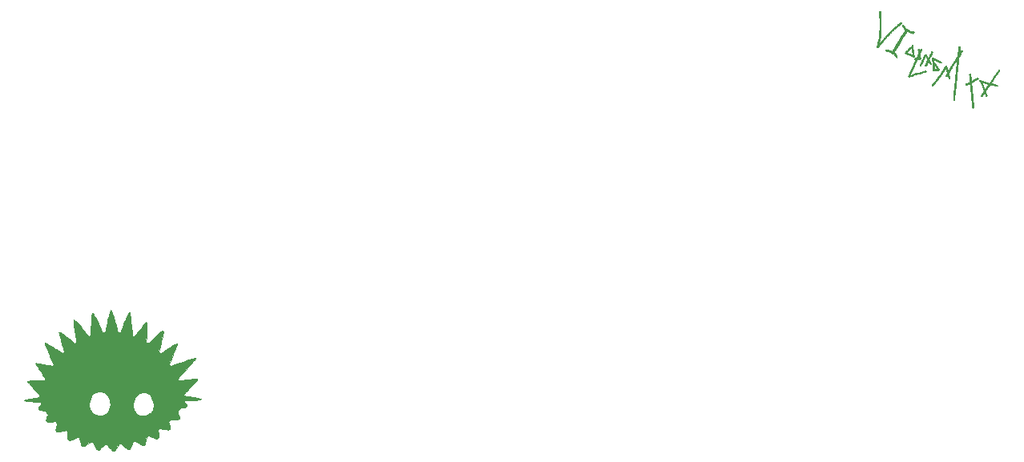
<source format=gbr>
%TF.GenerationSoftware,KiCad,Pcbnew,5.1.9*%
%TF.CreationDate,2021-04-16T22:17:29+02:00*%
%TF.ProjectId,handbrush,68616e64-6272-4757-9368-2e6b69636164,rev?*%
%TF.SameCoordinates,Original*%
%TF.FileFunction,Legend,Bot*%
%TF.FilePolarity,Positive*%
%FSLAX46Y46*%
G04 Gerber Fmt 4.6, Leading zero omitted, Abs format (unit mm)*
G04 Created by KiCad (PCBNEW 5.1.9) date 2021-04-16 22:17:29*
%MOMM*%
%LPD*%
G01*
G04 APERTURE LIST*
%ADD10C,0.010000*%
G04 APERTURE END LIST*
D10*
%TO.C,G\u002A\u002A\u002A*%
G36*
X94384885Y-99763383D02*
G01*
X94362701Y-99787429D01*
X94338833Y-99830141D01*
X94312654Y-99893675D01*
X94283538Y-99980186D01*
X94250861Y-100091830D01*
X94213995Y-100230763D01*
X94172314Y-100399141D01*
X94125194Y-100599120D01*
X94072007Y-100832855D01*
X94012128Y-101102502D01*
X94003211Y-101143077D01*
X93962035Y-101329765D01*
X93923060Y-101504759D01*
X93887134Y-101664368D01*
X93855107Y-101804896D01*
X93827829Y-101922652D01*
X93806149Y-102013940D01*
X93790915Y-102075069D01*
X93782978Y-102102344D01*
X93782407Y-102103357D01*
X93757136Y-102112935D01*
X93706422Y-102123626D01*
X93668565Y-102129404D01*
X93567514Y-102142786D01*
X93088096Y-101188662D01*
X92996329Y-101006473D01*
X92908348Y-100832648D01*
X92825976Y-100670733D01*
X92751036Y-100524273D01*
X92685353Y-100396814D01*
X92630749Y-100291900D01*
X92589047Y-100213076D01*
X92562072Y-100163889D01*
X92554666Y-100151500D01*
X92507532Y-100091076D01*
X92467666Y-100067029D01*
X92434327Y-100079907D01*
X92406775Y-100130259D01*
X92384270Y-100218634D01*
X92373473Y-100285827D01*
X92368901Y-100330878D01*
X92362657Y-100410064D01*
X92355022Y-100518489D01*
X92346273Y-100651262D01*
X92336690Y-100803487D01*
X92326553Y-100970272D01*
X92316139Y-101146721D01*
X92305728Y-101327942D01*
X92295599Y-101509039D01*
X92286032Y-101685121D01*
X92277304Y-101851292D01*
X92269696Y-102002659D01*
X92263487Y-102134327D01*
X92258955Y-102241404D01*
X92256379Y-102318995D01*
X92255895Y-102347741D01*
X92255385Y-102448481D01*
X92163981Y-102479625D01*
X92105550Y-102497912D01*
X92060574Y-102509113D01*
X92047737Y-102510770D01*
X92030820Y-102495848D01*
X91992565Y-102453189D01*
X91935561Y-102385950D01*
X91862399Y-102297286D01*
X91775668Y-102190355D01*
X91677958Y-102068314D01*
X91571857Y-101934321D01*
X91503946Y-101847838D01*
X91358632Y-101663123D01*
X91233917Y-101506719D01*
X91127169Y-101375514D01*
X91035758Y-101266396D01*
X90957052Y-101176254D01*
X90888422Y-101101974D01*
X90827235Y-101040446D01*
X90798447Y-101013340D01*
X90688682Y-100914094D01*
X90603315Y-100841005D01*
X90539650Y-100792071D01*
X90494994Y-100765288D01*
X90466653Y-100758653D01*
X90459326Y-100761163D01*
X90444660Y-100790139D01*
X90438628Y-100853887D01*
X90441278Y-100952805D01*
X90452658Y-101087292D01*
X90472816Y-101257745D01*
X90501800Y-101464562D01*
X90539657Y-101708141D01*
X90586436Y-101988880D01*
X90642184Y-102307178D01*
X90652061Y-102362295D01*
X90681838Y-102529759D01*
X90708874Y-102685262D01*
X90732481Y-102824595D01*
X90751976Y-102943550D01*
X90766671Y-103037917D01*
X90775882Y-103103487D01*
X90778922Y-103136050D01*
X90778552Y-103138717D01*
X90757017Y-103157300D01*
X90713085Y-103186822D01*
X90681186Y-103206211D01*
X90593930Y-103257346D01*
X90521004Y-103202190D01*
X90488922Y-103177598D01*
X90430018Y-103132115D01*
X90348308Y-103068853D01*
X90247804Y-102990925D01*
X90132520Y-102901443D01*
X90006472Y-102803520D01*
X89881462Y-102706325D01*
X89708426Y-102571904D01*
X89563128Y-102459457D01*
X89442605Y-102366785D01*
X89343893Y-102291688D01*
X89264029Y-102231967D01*
X89200049Y-102185421D01*
X89148989Y-102149850D01*
X89107887Y-102123056D01*
X89073778Y-102102838D01*
X89054379Y-102092400D01*
X88987754Y-102066742D01*
X88936845Y-102064421D01*
X88909151Y-102085743D01*
X88908876Y-102086436D01*
X88908230Y-102111861D01*
X88916739Y-102163314D01*
X88934941Y-102242981D01*
X88963380Y-102353049D01*
X89002594Y-102495702D01*
X89053126Y-102673126D01*
X89059839Y-102696385D01*
X89084226Y-102781043D01*
X89117206Y-102895932D01*
X89156673Y-103033696D01*
X89200523Y-103186981D01*
X89246651Y-103348433D01*
X89292952Y-103510698D01*
X89304156Y-103549997D01*
X89475070Y-104149609D01*
X89389680Y-104233413D01*
X89339181Y-104279854D01*
X89305560Y-104300935D01*
X89280398Y-104301081D01*
X89270491Y-104296066D01*
X89247137Y-104281346D01*
X89194392Y-104248040D01*
X89115893Y-104198445D01*
X89015275Y-104134859D01*
X88896176Y-104059581D01*
X88762232Y-103974908D01*
X88617080Y-103883140D01*
X88543077Y-103836350D01*
X88336515Y-103705818D01*
X88160292Y-103594688D01*
X88011771Y-103501401D01*
X87888312Y-103424396D01*
X87787277Y-103362112D01*
X87706028Y-103312991D01*
X87641927Y-103275470D01*
X87592334Y-103247990D01*
X87554612Y-103228991D01*
X87526122Y-103216911D01*
X87504226Y-103210191D01*
X87486286Y-103207269D01*
X87478535Y-103206768D01*
X87437757Y-103209098D01*
X87422960Y-103228639D01*
X87422237Y-103265502D01*
X87427251Y-103298526D01*
X87440664Y-103347368D01*
X87463354Y-103414159D01*
X87496201Y-103501029D01*
X87540084Y-103610109D01*
X87595883Y-103743531D01*
X87664476Y-103903425D01*
X87746743Y-104091922D01*
X87843563Y-104311153D01*
X87955816Y-104563248D01*
X87980519Y-104618523D01*
X88350767Y-105446506D01*
X88280276Y-105548855D01*
X88209786Y-105651204D01*
X88117547Y-105633909D01*
X88073081Y-105625780D01*
X87996521Y-105612013D01*
X87894257Y-105593745D01*
X87772680Y-105572117D01*
X87638179Y-105548269D01*
X87527077Y-105528623D01*
X87374896Y-105501514D01*
X87219598Y-105473432D01*
X87070289Y-105446054D01*
X86936076Y-105421057D01*
X86826065Y-105400119D01*
X86777668Y-105390640D01*
X86679436Y-105372652D01*
X86591541Y-105359431D01*
X86522887Y-105352119D01*
X86482378Y-105351860D01*
X86479706Y-105352388D01*
X86441262Y-105376112D01*
X86436265Y-105419082D01*
X86464578Y-105480568D01*
X86516872Y-105549336D01*
X86543818Y-105584510D01*
X86587799Y-105646600D01*
X86646031Y-105731351D01*
X86715731Y-105834506D01*
X86794118Y-105951812D01*
X86878410Y-106079012D01*
X86965822Y-106211852D01*
X87053575Y-106346077D01*
X87138884Y-106477430D01*
X87218968Y-106601658D01*
X87291043Y-106714504D01*
X87352329Y-106811714D01*
X87400042Y-106889032D01*
X87431400Y-106942203D01*
X87443506Y-106966472D01*
X87440418Y-107000232D01*
X87424054Y-107055160D01*
X87406247Y-107099965D01*
X87361000Y-107202916D01*
X86657616Y-107201059D01*
X86418673Y-107201102D01*
X86216220Y-107202811D01*
X86047695Y-107206509D01*
X85910533Y-107212521D01*
X85802171Y-107221169D01*
X85720046Y-107232780D01*
X85661594Y-107247676D01*
X85624252Y-107266181D01*
X85605456Y-107288620D01*
X85602642Y-107315317D01*
X85607662Y-107333784D01*
X85623176Y-107354531D01*
X85662577Y-107400733D01*
X85723072Y-107469292D01*
X85801872Y-107557109D01*
X85896185Y-107661086D01*
X86003220Y-107778124D01*
X86120186Y-107905124D01*
X86197358Y-107988468D01*
X86319887Y-108120697D01*
X86435001Y-108245259D01*
X86539795Y-108358984D01*
X86631360Y-108458701D01*
X86706791Y-108541242D01*
X86763180Y-108603436D01*
X86797620Y-108642114D01*
X86806586Y-108652775D01*
X86826166Y-108694008D01*
X86841844Y-108754447D01*
X86852435Y-108822946D01*
X86856752Y-108888356D01*
X86853612Y-108939533D01*
X86841829Y-108965330D01*
X86839903Y-108966154D01*
X86814370Y-108971055D01*
X86755485Y-108981004D01*
X86668527Y-108995154D01*
X86558774Y-109012654D01*
X86431503Y-109032657D01*
X86291993Y-109054313D01*
X86286385Y-109055178D01*
X86049343Y-109092330D01*
X85848766Y-109125181D01*
X85682349Y-109154289D01*
X85547784Y-109180215D01*
X85442764Y-109203519D01*
X85364981Y-109224759D01*
X85312128Y-109244495D01*
X85281898Y-109263287D01*
X85271985Y-109281695D01*
X85279362Y-109299431D01*
X85308597Y-109320837D01*
X85360400Y-109340086D01*
X85437159Y-109357488D01*
X85541261Y-109373354D01*
X85675094Y-109387993D01*
X85841045Y-109401717D01*
X86041501Y-109414836D01*
X86257077Y-109426568D01*
X86393270Y-109433580D01*
X86527253Y-109440730D01*
X86650174Y-109447526D01*
X86753179Y-109453477D01*
X86827417Y-109458093D01*
X86835995Y-109458673D01*
X86994835Y-109469578D01*
X87025982Y-109548869D01*
X87039623Y-109583432D01*
X87046629Y-109610291D01*
X87044042Y-109636197D01*
X87028907Y-109667904D01*
X86998267Y-109712166D01*
X86949165Y-109775733D01*
X86898487Y-109840089D01*
X86842296Y-109913733D01*
X86794285Y-109980702D01*
X86760446Y-110032403D01*
X86747966Y-110056001D01*
X86737710Y-110134180D01*
X86765028Y-110210136D01*
X86804534Y-110258133D01*
X86830550Y-110279983D01*
X86861206Y-110296774D01*
X86903859Y-110310524D01*
X86965865Y-110323249D01*
X87054581Y-110336968D01*
X87129870Y-110347348D01*
X87229410Y-110360592D01*
X87315642Y-110371758D01*
X87380870Y-110379872D01*
X87417402Y-110383961D01*
X87421634Y-110384258D01*
X87441844Y-110399706D01*
X87476461Y-110440301D01*
X87518966Y-110498187D01*
X87531547Y-110516654D01*
X87584684Y-110593733D01*
X87640540Y-110671231D01*
X87687398Y-110732909D01*
X87689121Y-110735069D01*
X87758339Y-110821600D01*
X87641332Y-111055015D01*
X87597341Y-111146697D01*
X87560643Y-111230642D01*
X87534711Y-111298347D01*
X87523023Y-111341310D01*
X87522711Y-111345182D01*
X87538226Y-111429526D01*
X87588539Y-111497584D01*
X87634086Y-111528892D01*
X87658441Y-111540344D01*
X87686300Y-111548379D01*
X87723494Y-111553169D01*
X87775853Y-111554890D01*
X87849209Y-111553715D01*
X87949391Y-111549818D01*
X88082230Y-111543375D01*
X88095799Y-111542686D01*
X88494231Y-111522400D01*
X88599627Y-111593469D01*
X88656334Y-111631666D01*
X88700298Y-111661202D01*
X88720625Y-111674771D01*
X88721061Y-111696056D01*
X88712741Y-111748930D01*
X88696910Y-111827205D01*
X88674811Y-111924695D01*
X88649907Y-112026463D01*
X88614602Y-112168342D01*
X88589259Y-112278009D01*
X88573539Y-112360944D01*
X88567098Y-112422629D01*
X88569597Y-112468545D01*
X88580692Y-112504174D01*
X88600044Y-112534996D01*
X88616980Y-112555152D01*
X88650660Y-112587384D01*
X88688674Y-112609786D01*
X88735986Y-112622278D01*
X88797560Y-112624778D01*
X88878362Y-112617208D01*
X88983354Y-112599486D01*
X89117502Y-112571533D01*
X89234289Y-112545173D01*
X89353734Y-112518050D01*
X89461491Y-112494240D01*
X89551288Y-112475078D01*
X89616850Y-112461895D01*
X89651903Y-112456026D01*
X89654715Y-112455847D01*
X89689650Y-112466323D01*
X89739816Y-112492690D01*
X89760872Y-112506197D01*
X89834970Y-112556547D01*
X89826158Y-113376715D01*
X89884942Y-113435499D01*
X89923164Y-113470109D01*
X89961312Y-113493672D01*
X90004307Y-113505485D01*
X90057069Y-113504846D01*
X90124520Y-113491051D01*
X90211580Y-113463398D01*
X90323171Y-113421185D01*
X90464212Y-113363709D01*
X90504175Y-113347071D01*
X90621711Y-113298351D01*
X90727454Y-113255166D01*
X90815987Y-113219674D01*
X90881894Y-113194036D01*
X90919758Y-113180410D01*
X90926327Y-113178770D01*
X90953951Y-113186739D01*
X91002311Y-113206935D01*
X91029054Y-113219479D01*
X91112845Y-113260188D01*
X91187110Y-113623358D01*
X91212044Y-113741123D01*
X91236414Y-113848728D01*
X91258490Y-113939076D01*
X91276540Y-114005070D01*
X91288596Y-114039169D01*
X91336385Y-114094079D01*
X91407500Y-114133634D01*
X91487134Y-114151008D01*
X91526908Y-114149024D01*
X91566551Y-114134234D01*
X91633864Y-114099423D01*
X91724557Y-114047064D01*
X91834346Y-113979628D01*
X91954615Y-113902420D01*
X92314872Y-113666761D01*
X92415452Y-113692244D01*
X92516032Y-113717726D01*
X92682163Y-114085589D01*
X92741289Y-114214963D01*
X92788020Y-114313034D01*
X92825014Y-114384558D01*
X92854934Y-114434292D01*
X92880438Y-114466992D01*
X92904188Y-114487415D01*
X92908416Y-114490115D01*
X92982491Y-114518212D01*
X93067491Y-114525780D01*
X93144519Y-114511724D01*
X93160323Y-114504699D01*
X93186887Y-114484642D01*
X93236262Y-114441566D01*
X93303533Y-114379985D01*
X93383782Y-114304415D01*
X93472096Y-114219372D01*
X93491062Y-114200873D01*
X93779123Y-113919273D01*
X93889704Y-113925137D01*
X94000286Y-113931000D01*
X94237065Y-114253385D01*
X94337289Y-114386899D01*
X94420638Y-114489809D01*
X94490909Y-114564676D01*
X94551895Y-114614059D01*
X94607392Y-114640519D01*
X94661194Y-114646614D01*
X94717097Y-114634906D01*
X94769611Y-114612616D01*
X94801205Y-114589184D01*
X94843819Y-114543465D01*
X94899682Y-114472632D01*
X94971021Y-114373859D01*
X95060067Y-114244319D01*
X95060451Y-114243750D01*
X95289143Y-113905534D01*
X95394915Y-113892318D01*
X95500688Y-113879103D01*
X95680459Y-114043900D01*
X95808069Y-114160783D01*
X95910487Y-114253956D01*
X95991337Y-114326108D01*
X96054240Y-114379925D01*
X96102819Y-114418095D01*
X96140696Y-114443306D01*
X96171492Y-114458246D01*
X96198832Y-114465601D01*
X96226335Y-114468060D01*
X96252458Y-114468308D01*
X96308286Y-114465439D01*
X96354975Y-114454044D01*
X96395811Y-114429943D01*
X96434077Y-114388954D01*
X96473056Y-114326895D01*
X96516032Y-114239586D01*
X96566290Y-114122845D01*
X96611844Y-114010697D01*
X96662134Y-113885789D01*
X96700810Y-113792260D01*
X96730596Y-113725142D01*
X96754218Y-113679461D01*
X96774398Y-113650247D01*
X96793863Y-113632530D01*
X96815336Y-113621339D01*
X96827863Y-113616569D01*
X96885783Y-113599433D01*
X96935349Y-113590729D01*
X96938528Y-113590564D01*
X96967691Y-113599876D01*
X97024359Y-113626729D01*
X97102815Y-113668084D01*
X97197344Y-113720905D01*
X97302230Y-113782156D01*
X97326556Y-113796718D01*
X97458964Y-113875825D01*
X97563102Y-113936236D01*
X97643865Y-113979919D01*
X97706150Y-114008842D01*
X97754852Y-114024972D01*
X97794867Y-114030278D01*
X97831092Y-114026728D01*
X97868422Y-114016289D01*
X97870826Y-114015478D01*
X97915739Y-113997532D01*
X97951590Y-113974324D01*
X97980522Y-113940791D01*
X98004677Y-113891870D01*
X98026199Y-113822498D01*
X98047229Y-113727611D01*
X98069911Y-113602147D01*
X98085536Y-113508043D01*
X98147204Y-113129924D01*
X98335042Y-113028104D01*
X98738580Y-113181591D01*
X98859563Y-113226665D01*
X98971240Y-113266506D01*
X99067442Y-113299053D01*
X99142000Y-113322246D01*
X99188744Y-113334023D01*
X99198068Y-113335077D01*
X99276632Y-113320956D01*
X99351212Y-113284097D01*
X99406664Y-113232759D01*
X99417477Y-113215438D01*
X99428655Y-113187512D01*
X99435326Y-113151299D01*
X99437674Y-113099857D01*
X99435886Y-113026246D01*
X99430147Y-112923525D01*
X99426688Y-112871265D01*
X99419542Y-112758677D01*
X99413578Y-112650296D01*
X99409317Y-112556716D01*
X99407281Y-112488531D01*
X99407181Y-112475385D01*
X99409101Y-112412053D01*
X99419486Y-112372767D01*
X99445530Y-112342518D01*
X99485055Y-112312909D01*
X99562815Y-112257895D01*
X99995448Y-112338268D01*
X100140995Y-112364267D01*
X100267203Y-112384738D01*
X100369414Y-112399033D01*
X100442972Y-112406505D01*
X100483221Y-112406505D01*
X100484355Y-112406281D01*
X100552606Y-112377583D01*
X100614307Y-112328673D01*
X100656517Y-112271038D01*
X100665713Y-112245280D01*
X100664542Y-112201074D01*
X100649740Y-112121529D01*
X100621574Y-112007830D01*
X100580305Y-111861163D01*
X100580148Y-111860630D01*
X100549020Y-111753626D01*
X100522470Y-111660658D01*
X100502181Y-111587758D01*
X100489836Y-111540963D01*
X100486884Y-111526165D01*
X100502913Y-111513455D01*
X100541777Y-111482529D01*
X100595755Y-111439529D01*
X100608077Y-111429709D01*
X100667945Y-111382048D01*
X100717944Y-111342345D01*
X100748418Y-111318266D01*
X100750591Y-111316568D01*
X100779602Y-111309511D01*
X100843263Y-111304393D01*
X100937183Y-111301395D01*
X101056976Y-111300694D01*
X101125903Y-111301269D01*
X101275135Y-111301841D01*
X101390622Y-111298542D01*
X101477605Y-111290190D01*
X101541324Y-111275601D01*
X101587019Y-111253593D01*
X101619930Y-111222983D01*
X101644476Y-111184182D01*
X101662172Y-111143499D01*
X101669063Y-111103921D01*
X101663405Y-111058530D01*
X101643451Y-111000406D01*
X101607457Y-110922631D01*
X101553678Y-110818285D01*
X101550808Y-110812848D01*
X101501773Y-110719521D01*
X101468916Y-110654011D01*
X101450167Y-110609581D01*
X101443457Y-110579493D01*
X101446715Y-110557010D01*
X101457872Y-110535396D01*
X101463034Y-110527147D01*
X101487555Y-110487568D01*
X101526179Y-110424449D01*
X101572843Y-110347721D01*
X101605474Y-110293831D01*
X101713572Y-110114969D01*
X101834902Y-110094169D01*
X101919618Y-110080061D01*
X102019685Y-110063988D01*
X102102769Y-110051068D01*
X102182685Y-110036255D01*
X102254320Y-110018385D01*
X102302832Y-110001190D01*
X102304578Y-110000316D01*
X102354274Y-109957038D01*
X102391479Y-109893258D01*
X98915110Y-109893258D01*
X98913365Y-109942402D01*
X98894814Y-110127325D01*
X98854414Y-110283704D01*
X98789014Y-110417302D01*
X98695465Y-110533887D01*
X98570620Y-110639225D01*
X98510584Y-110679906D01*
X98298540Y-110800644D01*
X98095263Y-110884695D01*
X97898390Y-110932829D01*
X97705560Y-110945817D01*
X97696846Y-110945584D01*
X97601617Y-110940576D01*
X97529369Y-110930099D01*
X97464057Y-110910635D01*
X97389634Y-110878665D01*
X97387841Y-110877826D01*
X97266023Y-110803608D01*
X97144814Y-110698514D01*
X97030587Y-110570314D01*
X96929712Y-110426783D01*
X96848562Y-110275693D01*
X96806667Y-110168864D01*
X96786001Y-110100265D01*
X96772321Y-110037221D01*
X96764335Y-109968602D01*
X96760751Y-109883278D01*
X96760276Y-109770118D01*
X96760280Y-109769308D01*
X96761637Y-109659497D01*
X96761854Y-109654931D01*
X94333967Y-109654931D01*
X94332287Y-109798795D01*
X94323882Y-109932971D01*
X94308751Y-110045894D01*
X94298863Y-110090027D01*
X94226722Y-110293695D01*
X94127340Y-110469445D01*
X94000353Y-110617637D01*
X93845393Y-110738628D01*
X93662097Y-110832779D01*
X93481941Y-110892445D01*
X93325371Y-110923244D01*
X93186265Y-110927103D01*
X93053754Y-110903992D01*
X93011884Y-110891203D01*
X92813679Y-110808823D01*
X92624310Y-110699540D01*
X92457376Y-110571356D01*
X92437917Y-110553614D01*
X92361466Y-110478433D01*
X92303822Y-110409832D01*
X92254284Y-110333335D01*
X92202485Y-110235143D01*
X92163416Y-110155237D01*
X92137135Y-110094564D01*
X92120754Y-110041133D01*
X92111385Y-109982954D01*
X92106139Y-109908037D01*
X92102719Y-109820923D01*
X92100266Y-109705872D01*
X92103092Y-109616126D01*
X92112329Y-109538132D01*
X92129108Y-109458339D01*
X92134950Y-109435227D01*
X92159684Y-109347538D01*
X92189372Y-109254006D01*
X92221233Y-109162070D01*
X92252484Y-109079171D01*
X92280343Y-109012750D01*
X92302028Y-108970248D01*
X92313213Y-108958462D01*
X92325802Y-108941278D01*
X92337860Y-108898646D01*
X92340275Y-108885193D01*
X92368228Y-108793853D01*
X92419201Y-108701558D01*
X92486329Y-108615688D01*
X92562746Y-108543622D01*
X92641587Y-108492742D01*
X92715986Y-108470428D01*
X92726516Y-108470000D01*
X92766716Y-108464737D01*
X92782923Y-108452468D01*
X92801251Y-108435714D01*
X92851499Y-108421327D01*
X92926563Y-108409637D01*
X93019338Y-108400975D01*
X93122722Y-108395671D01*
X93229609Y-108394056D01*
X93332896Y-108396461D01*
X93425478Y-108403216D01*
X93500253Y-108414653D01*
X93515616Y-108418358D01*
X93698935Y-108486890D01*
X93864082Y-108588632D01*
X94008810Y-108721113D01*
X94130874Y-108881858D01*
X94228030Y-109068396D01*
X94298033Y-109278253D01*
X94298685Y-109280847D01*
X94317163Y-109384392D01*
X94328925Y-109512941D01*
X94333967Y-109654931D01*
X96761854Y-109654931D01*
X96765564Y-109576945D01*
X96773770Y-109509843D01*
X96787966Y-109446384D01*
X96809862Y-109374759D01*
X96823100Y-109335498D01*
X96879207Y-109186222D01*
X96940631Y-109048316D01*
X97003709Y-108928853D01*
X97064780Y-108834903D01*
X97108890Y-108783668D01*
X97148541Y-108748897D01*
X97174032Y-108732815D01*
X97179171Y-108734821D01*
X97190809Y-108732485D01*
X97220635Y-108706760D01*
X97247421Y-108679098D01*
X97320933Y-108614843D01*
X97402192Y-108569022D01*
X97478326Y-108548600D01*
X97489437Y-108548154D01*
X97523969Y-108539357D01*
X97534120Y-108528333D01*
X97555101Y-108515373D01*
X97604840Y-108498739D01*
X97673612Y-108481551D01*
X97692150Y-108477632D01*
X97875327Y-108458458D01*
X98053767Y-108477047D01*
X98228839Y-108533771D01*
X98401912Y-108629003D01*
X98493457Y-108695339D01*
X98565366Y-108759189D01*
X98626158Y-108831654D01*
X98679862Y-108919666D01*
X98730505Y-109030158D01*
X98782114Y-109170065D01*
X98799507Y-109222231D01*
X98848900Y-109382102D01*
X98883379Y-109517891D01*
X98904721Y-109640846D01*
X98914705Y-109762219D01*
X98915110Y-109893258D01*
X102391479Y-109893258D01*
X102391721Y-109892844D01*
X102409210Y-109823959D01*
X102406559Y-109785649D01*
X102389795Y-109753073D01*
X102352748Y-109698653D01*
X102300876Y-109629945D01*
X102239639Y-109554505D01*
X102239060Y-109553816D01*
X102179475Y-109481696D01*
X102130407Y-109419924D01*
X102096723Y-109374799D01*
X102083288Y-109352617D01*
X102083231Y-109352107D01*
X102101728Y-109346140D01*
X102153081Y-109339624D01*
X102231086Y-109333088D01*
X102329538Y-109327061D01*
X102430039Y-109322528D01*
X102737942Y-109309640D01*
X103007714Y-109295841D01*
X103240289Y-109281024D01*
X103436605Y-109265081D01*
X103597596Y-109247906D01*
X103724201Y-109229392D01*
X103817354Y-109209433D01*
X103877993Y-109187921D01*
X103907053Y-109164751D01*
X103910077Y-109153847D01*
X103903623Y-109137760D01*
X103882586Y-109121593D01*
X103844452Y-109104803D01*
X103786709Y-109086850D01*
X103706843Y-109067191D01*
X103602343Y-109045286D01*
X103470694Y-109020593D01*
X103309385Y-108992571D01*
X103115901Y-108960679D01*
X102887731Y-108924375D01*
X102731947Y-108900066D01*
X102579757Y-108876493D01*
X102440237Y-108854961D01*
X102317995Y-108836173D01*
X102217634Y-108820835D01*
X102143761Y-108809651D01*
X102100981Y-108803327D01*
X102092062Y-108802154D01*
X102085853Y-108785143D01*
X102083231Y-108744176D01*
X102083231Y-108743611D01*
X102086601Y-108724994D01*
X102098253Y-108700159D01*
X102120500Y-108666358D01*
X102155654Y-108620841D01*
X102206028Y-108560858D01*
X102273934Y-108483659D01*
X102361686Y-108386495D01*
X102471595Y-108266616D01*
X102605974Y-108121272D01*
X102613183Y-108113496D01*
X102738656Y-107978423D01*
X102863878Y-107844090D01*
X102984502Y-107715126D01*
X103096184Y-107596159D01*
X103194579Y-107491817D01*
X103275342Y-107406728D01*
X103334127Y-107345519D01*
X103336106Y-107343483D01*
X103423156Y-107251289D01*
X103482657Y-107180888D01*
X103516586Y-107128470D01*
X103526918Y-107090228D01*
X103515629Y-107062354D01*
X103491285Y-107044380D01*
X103450668Y-107032286D01*
X103383673Y-107026069D01*
X103288521Y-107025836D01*
X103163430Y-107031696D01*
X103006623Y-107043758D01*
X102816319Y-107062129D01*
X102590740Y-107086917D01*
X102378453Y-107112077D01*
X102212915Y-107132058D01*
X102058164Y-107150445D01*
X101918832Y-107166712D01*
X101799554Y-107180329D01*
X101704962Y-107190768D01*
X101639690Y-107197500D01*
X101608371Y-107199996D01*
X101607864Y-107200000D01*
X101577643Y-107193641D01*
X101553106Y-107169046D01*
X101527201Y-107117943D01*
X101516968Y-107093406D01*
X101494761Y-107033223D01*
X101481842Y-106987229D01*
X101480506Y-106968996D01*
X101494586Y-106951807D01*
X101532837Y-106908375D01*
X101592976Y-106841219D01*
X101672720Y-106752856D01*
X101769785Y-106645804D01*
X101881888Y-106522581D01*
X102006746Y-106385704D01*
X102142074Y-106237693D01*
X102285590Y-106081064D01*
X102300807Y-106064475D01*
X102491918Y-105856052D01*
X102658186Y-105674378D01*
X102801275Y-105517491D01*
X102922851Y-105383427D01*
X103024577Y-105270224D01*
X103108117Y-105175919D01*
X103175137Y-105098549D01*
X103227300Y-105036152D01*
X103266271Y-104986764D01*
X103293715Y-104948424D01*
X103311295Y-104919167D01*
X103320676Y-104897032D01*
X103323522Y-104880055D01*
X103321497Y-104866274D01*
X103320146Y-104862355D01*
X103311113Y-104848084D01*
X103294990Y-104838438D01*
X103269397Y-104834072D01*
X103231954Y-104835640D01*
X103180283Y-104843798D01*
X103112005Y-104859199D01*
X103024739Y-104882498D01*
X102916107Y-104914350D01*
X102783729Y-104955410D01*
X102625227Y-105006333D01*
X102438222Y-105067772D01*
X102220333Y-105140384D01*
X101969182Y-105224821D01*
X101820794Y-105274923D01*
X101624645Y-105341080D01*
X101439254Y-105403335D01*
X101267977Y-105460579D01*
X101114173Y-105511703D01*
X100981196Y-105555599D01*
X100872404Y-105591156D01*
X100791154Y-105617267D01*
X100740803Y-105632822D01*
X100724936Y-105636924D01*
X100701742Y-105621628D01*
X100667305Y-105582028D01*
X100638030Y-105540236D01*
X100575986Y-105443549D01*
X100941086Y-104490044D01*
X101012964Y-104303463D01*
X101082401Y-104125384D01*
X101147842Y-103959649D01*
X101207730Y-103810102D01*
X101260510Y-103680587D01*
X101304625Y-103574948D01*
X101338520Y-103497027D01*
X101360639Y-103450669D01*
X101364747Y-103443490D01*
X101397714Y-103386643D01*
X101409522Y-103350875D01*
X101402941Y-103326368D01*
X101399184Y-103321374D01*
X101366928Y-103296730D01*
X101350022Y-103292308D01*
X101312721Y-103303238D01*
X101243092Y-103336008D01*
X101141190Y-103390586D01*
X101007069Y-103466941D01*
X100840786Y-103565041D01*
X100642393Y-103684854D01*
X100411948Y-103826350D01*
X100340741Y-103870437D01*
X100196727Y-103959655D01*
X100061858Y-104043032D01*
X99940042Y-104118165D01*
X99835186Y-104182651D01*
X99751198Y-104234088D01*
X99691984Y-104270074D01*
X99661452Y-104288206D01*
X99659550Y-104289257D01*
X99632371Y-104298982D01*
X99605608Y-104292220D01*
X99569369Y-104264336D01*
X99533479Y-104230171D01*
X99450031Y-104148273D01*
X99679673Y-103244749D01*
X99746746Y-102978113D01*
X99802969Y-102748663D01*
X99848418Y-102556066D01*
X99883169Y-102399992D01*
X99907297Y-102280106D01*
X99920877Y-102196077D01*
X99923268Y-102173722D01*
X99928280Y-102064137D01*
X99921418Y-101988552D01*
X99901756Y-101943457D01*
X99868371Y-101925341D01*
X99857694Y-101924616D01*
X99829252Y-101931684D01*
X99787646Y-101953903D01*
X99731063Y-101992789D01*
X99657686Y-102049861D01*
X99565701Y-102126639D01*
X99453293Y-102224639D01*
X99318647Y-102345380D01*
X99159948Y-102490382D01*
X98975380Y-102661161D01*
X98958515Y-102676847D01*
X98828932Y-102797165D01*
X98707934Y-102909058D01*
X98598564Y-103009745D01*
X98503864Y-103096445D01*
X98426877Y-103166377D01*
X98370645Y-103216763D01*
X98338212Y-103244821D01*
X98331563Y-103249750D01*
X98306883Y-103242935D01*
X98261931Y-103218766D01*
X98222577Y-103193372D01*
X98131496Y-103130707D01*
X98144354Y-102542315D01*
X98150384Y-102247999D01*
X98154977Y-101983413D01*
X98158130Y-101749776D01*
X98159838Y-101548309D01*
X98160097Y-101380232D01*
X98158906Y-101246766D01*
X98156258Y-101149129D01*
X98152152Y-101088544D01*
X98148767Y-101069808D01*
X98130392Y-101035793D01*
X98115320Y-101025847D01*
X98082376Y-101042095D01*
X98029314Y-101090105D01*
X97957155Y-101168769D01*
X97866918Y-101276983D01*
X97770054Y-101400073D01*
X97636386Y-101572918D01*
X97486964Y-101764963D01*
X97330562Y-101964989D01*
X97175952Y-102161776D01*
X97031909Y-102344102D01*
X97029145Y-102347589D01*
X96887433Y-102526332D01*
X96782490Y-102487674D01*
X96677546Y-102449015D01*
X96633937Y-102045162D01*
X96594841Y-101684389D01*
X96559563Y-101361599D01*
X96527999Y-101075893D01*
X96500043Y-100826373D01*
X96475590Y-100612143D01*
X96454537Y-100432303D01*
X96436778Y-100285958D01*
X96422208Y-100172209D01*
X96410723Y-100090159D01*
X96402217Y-100038910D01*
X96397504Y-100019523D01*
X96370450Y-99979967D01*
X96343751Y-99974233D01*
X96331522Y-99978918D01*
X96317818Y-99990168D01*
X96301527Y-100010349D01*
X96281534Y-100041827D01*
X96256727Y-100086969D01*
X96225991Y-100148142D01*
X96188214Y-100227711D01*
X96142282Y-100328043D01*
X96087082Y-100451504D01*
X96021500Y-100600461D01*
X95944423Y-100777280D01*
X95854737Y-100984328D01*
X95751329Y-101223970D01*
X95703505Y-101334986D01*
X95355826Y-102142357D01*
X95256336Y-102129189D01*
X95196954Y-102119359D01*
X95154707Y-102108732D01*
X95143356Y-102103357D01*
X95135618Y-102082547D01*
X95118606Y-102027731D01*
X95093378Y-101942590D01*
X95060990Y-101830803D01*
X95022501Y-101696052D01*
X94978967Y-101542017D01*
X94931446Y-101372379D01*
X94880995Y-101190817D01*
X94875896Y-101172385D01*
X94823180Y-100982416D01*
X94771639Y-100797894D01*
X94722596Y-100623472D01*
X94677374Y-100463804D01*
X94637297Y-100323544D01*
X94603687Y-100207345D01*
X94577868Y-100119862D01*
X94562042Y-100068462D01*
X94520647Y-99950214D01*
X94481160Y-99856549D01*
X94445563Y-99791445D01*
X94415843Y-99758874D01*
X94406011Y-99755847D01*
X94384885Y-99763383D01*
G37*
X94384885Y-99763383D02*
X94362701Y-99787429D01*
X94338833Y-99830141D01*
X94312654Y-99893675D01*
X94283538Y-99980186D01*
X94250861Y-100091830D01*
X94213995Y-100230763D01*
X94172314Y-100399141D01*
X94125194Y-100599120D01*
X94072007Y-100832855D01*
X94012128Y-101102502D01*
X94003211Y-101143077D01*
X93962035Y-101329765D01*
X93923060Y-101504759D01*
X93887134Y-101664368D01*
X93855107Y-101804896D01*
X93827829Y-101922652D01*
X93806149Y-102013940D01*
X93790915Y-102075069D01*
X93782978Y-102102344D01*
X93782407Y-102103357D01*
X93757136Y-102112935D01*
X93706422Y-102123626D01*
X93668565Y-102129404D01*
X93567514Y-102142786D01*
X93088096Y-101188662D01*
X92996329Y-101006473D01*
X92908348Y-100832648D01*
X92825976Y-100670733D01*
X92751036Y-100524273D01*
X92685353Y-100396814D01*
X92630749Y-100291900D01*
X92589047Y-100213076D01*
X92562072Y-100163889D01*
X92554666Y-100151500D01*
X92507532Y-100091076D01*
X92467666Y-100067029D01*
X92434327Y-100079907D01*
X92406775Y-100130259D01*
X92384270Y-100218634D01*
X92373473Y-100285827D01*
X92368901Y-100330878D01*
X92362657Y-100410064D01*
X92355022Y-100518489D01*
X92346273Y-100651262D01*
X92336690Y-100803487D01*
X92326553Y-100970272D01*
X92316139Y-101146721D01*
X92305728Y-101327942D01*
X92295599Y-101509039D01*
X92286032Y-101685121D01*
X92277304Y-101851292D01*
X92269696Y-102002659D01*
X92263487Y-102134327D01*
X92258955Y-102241404D01*
X92256379Y-102318995D01*
X92255895Y-102347741D01*
X92255385Y-102448481D01*
X92163981Y-102479625D01*
X92105550Y-102497912D01*
X92060574Y-102509113D01*
X92047737Y-102510770D01*
X92030820Y-102495848D01*
X91992565Y-102453189D01*
X91935561Y-102385950D01*
X91862399Y-102297286D01*
X91775668Y-102190355D01*
X91677958Y-102068314D01*
X91571857Y-101934321D01*
X91503946Y-101847838D01*
X91358632Y-101663123D01*
X91233917Y-101506719D01*
X91127169Y-101375514D01*
X91035758Y-101266396D01*
X90957052Y-101176254D01*
X90888422Y-101101974D01*
X90827235Y-101040446D01*
X90798447Y-101013340D01*
X90688682Y-100914094D01*
X90603315Y-100841005D01*
X90539650Y-100792071D01*
X90494994Y-100765288D01*
X90466653Y-100758653D01*
X90459326Y-100761163D01*
X90444660Y-100790139D01*
X90438628Y-100853887D01*
X90441278Y-100952805D01*
X90452658Y-101087292D01*
X90472816Y-101257745D01*
X90501800Y-101464562D01*
X90539657Y-101708141D01*
X90586436Y-101988880D01*
X90642184Y-102307178D01*
X90652061Y-102362295D01*
X90681838Y-102529759D01*
X90708874Y-102685262D01*
X90732481Y-102824595D01*
X90751976Y-102943550D01*
X90766671Y-103037917D01*
X90775882Y-103103487D01*
X90778922Y-103136050D01*
X90778552Y-103138717D01*
X90757017Y-103157300D01*
X90713085Y-103186822D01*
X90681186Y-103206211D01*
X90593930Y-103257346D01*
X90521004Y-103202190D01*
X90488922Y-103177598D01*
X90430018Y-103132115D01*
X90348308Y-103068853D01*
X90247804Y-102990925D01*
X90132520Y-102901443D01*
X90006472Y-102803520D01*
X89881462Y-102706325D01*
X89708426Y-102571904D01*
X89563128Y-102459457D01*
X89442605Y-102366785D01*
X89343893Y-102291688D01*
X89264029Y-102231967D01*
X89200049Y-102185421D01*
X89148989Y-102149850D01*
X89107887Y-102123056D01*
X89073778Y-102102838D01*
X89054379Y-102092400D01*
X88987754Y-102066742D01*
X88936845Y-102064421D01*
X88909151Y-102085743D01*
X88908876Y-102086436D01*
X88908230Y-102111861D01*
X88916739Y-102163314D01*
X88934941Y-102242981D01*
X88963380Y-102353049D01*
X89002594Y-102495702D01*
X89053126Y-102673126D01*
X89059839Y-102696385D01*
X89084226Y-102781043D01*
X89117206Y-102895932D01*
X89156673Y-103033696D01*
X89200523Y-103186981D01*
X89246651Y-103348433D01*
X89292952Y-103510698D01*
X89304156Y-103549997D01*
X89475070Y-104149609D01*
X89389680Y-104233413D01*
X89339181Y-104279854D01*
X89305560Y-104300935D01*
X89280398Y-104301081D01*
X89270491Y-104296066D01*
X89247137Y-104281346D01*
X89194392Y-104248040D01*
X89115893Y-104198445D01*
X89015275Y-104134859D01*
X88896176Y-104059581D01*
X88762232Y-103974908D01*
X88617080Y-103883140D01*
X88543077Y-103836350D01*
X88336515Y-103705818D01*
X88160292Y-103594688D01*
X88011771Y-103501401D01*
X87888312Y-103424396D01*
X87787277Y-103362112D01*
X87706028Y-103312991D01*
X87641927Y-103275470D01*
X87592334Y-103247990D01*
X87554612Y-103228991D01*
X87526122Y-103216911D01*
X87504226Y-103210191D01*
X87486286Y-103207269D01*
X87478535Y-103206768D01*
X87437757Y-103209098D01*
X87422960Y-103228639D01*
X87422237Y-103265502D01*
X87427251Y-103298526D01*
X87440664Y-103347368D01*
X87463354Y-103414159D01*
X87496201Y-103501029D01*
X87540084Y-103610109D01*
X87595883Y-103743531D01*
X87664476Y-103903425D01*
X87746743Y-104091922D01*
X87843563Y-104311153D01*
X87955816Y-104563248D01*
X87980519Y-104618523D01*
X88350767Y-105446506D01*
X88280276Y-105548855D01*
X88209786Y-105651204D01*
X88117547Y-105633909D01*
X88073081Y-105625780D01*
X87996521Y-105612013D01*
X87894257Y-105593745D01*
X87772680Y-105572117D01*
X87638179Y-105548269D01*
X87527077Y-105528623D01*
X87374896Y-105501514D01*
X87219598Y-105473432D01*
X87070289Y-105446054D01*
X86936076Y-105421057D01*
X86826065Y-105400119D01*
X86777668Y-105390640D01*
X86679436Y-105372652D01*
X86591541Y-105359431D01*
X86522887Y-105352119D01*
X86482378Y-105351860D01*
X86479706Y-105352388D01*
X86441262Y-105376112D01*
X86436265Y-105419082D01*
X86464578Y-105480568D01*
X86516872Y-105549336D01*
X86543818Y-105584510D01*
X86587799Y-105646600D01*
X86646031Y-105731351D01*
X86715731Y-105834506D01*
X86794118Y-105951812D01*
X86878410Y-106079012D01*
X86965822Y-106211852D01*
X87053575Y-106346077D01*
X87138884Y-106477430D01*
X87218968Y-106601658D01*
X87291043Y-106714504D01*
X87352329Y-106811714D01*
X87400042Y-106889032D01*
X87431400Y-106942203D01*
X87443506Y-106966472D01*
X87440418Y-107000232D01*
X87424054Y-107055160D01*
X87406247Y-107099965D01*
X87361000Y-107202916D01*
X86657616Y-107201059D01*
X86418673Y-107201102D01*
X86216220Y-107202811D01*
X86047695Y-107206509D01*
X85910533Y-107212521D01*
X85802171Y-107221169D01*
X85720046Y-107232780D01*
X85661594Y-107247676D01*
X85624252Y-107266181D01*
X85605456Y-107288620D01*
X85602642Y-107315317D01*
X85607662Y-107333784D01*
X85623176Y-107354531D01*
X85662577Y-107400733D01*
X85723072Y-107469292D01*
X85801872Y-107557109D01*
X85896185Y-107661086D01*
X86003220Y-107778124D01*
X86120186Y-107905124D01*
X86197358Y-107988468D01*
X86319887Y-108120697D01*
X86435001Y-108245259D01*
X86539795Y-108358984D01*
X86631360Y-108458701D01*
X86706791Y-108541242D01*
X86763180Y-108603436D01*
X86797620Y-108642114D01*
X86806586Y-108652775D01*
X86826166Y-108694008D01*
X86841844Y-108754447D01*
X86852435Y-108822946D01*
X86856752Y-108888356D01*
X86853612Y-108939533D01*
X86841829Y-108965330D01*
X86839903Y-108966154D01*
X86814370Y-108971055D01*
X86755485Y-108981004D01*
X86668527Y-108995154D01*
X86558774Y-109012654D01*
X86431503Y-109032657D01*
X86291993Y-109054313D01*
X86286385Y-109055178D01*
X86049343Y-109092330D01*
X85848766Y-109125181D01*
X85682349Y-109154289D01*
X85547784Y-109180215D01*
X85442764Y-109203519D01*
X85364981Y-109224759D01*
X85312128Y-109244495D01*
X85281898Y-109263287D01*
X85271985Y-109281695D01*
X85279362Y-109299431D01*
X85308597Y-109320837D01*
X85360400Y-109340086D01*
X85437159Y-109357488D01*
X85541261Y-109373354D01*
X85675094Y-109387993D01*
X85841045Y-109401717D01*
X86041501Y-109414836D01*
X86257077Y-109426568D01*
X86393270Y-109433580D01*
X86527253Y-109440730D01*
X86650174Y-109447526D01*
X86753179Y-109453477D01*
X86827417Y-109458093D01*
X86835995Y-109458673D01*
X86994835Y-109469578D01*
X87025982Y-109548869D01*
X87039623Y-109583432D01*
X87046629Y-109610291D01*
X87044042Y-109636197D01*
X87028907Y-109667904D01*
X86998267Y-109712166D01*
X86949165Y-109775733D01*
X86898487Y-109840089D01*
X86842296Y-109913733D01*
X86794285Y-109980702D01*
X86760446Y-110032403D01*
X86747966Y-110056001D01*
X86737710Y-110134180D01*
X86765028Y-110210136D01*
X86804534Y-110258133D01*
X86830550Y-110279983D01*
X86861206Y-110296774D01*
X86903859Y-110310524D01*
X86965865Y-110323249D01*
X87054581Y-110336968D01*
X87129870Y-110347348D01*
X87229410Y-110360592D01*
X87315642Y-110371758D01*
X87380870Y-110379872D01*
X87417402Y-110383961D01*
X87421634Y-110384258D01*
X87441844Y-110399706D01*
X87476461Y-110440301D01*
X87518966Y-110498187D01*
X87531547Y-110516654D01*
X87584684Y-110593733D01*
X87640540Y-110671231D01*
X87687398Y-110732909D01*
X87689121Y-110735069D01*
X87758339Y-110821600D01*
X87641332Y-111055015D01*
X87597341Y-111146697D01*
X87560643Y-111230642D01*
X87534711Y-111298347D01*
X87523023Y-111341310D01*
X87522711Y-111345182D01*
X87538226Y-111429526D01*
X87588539Y-111497584D01*
X87634086Y-111528892D01*
X87658441Y-111540344D01*
X87686300Y-111548379D01*
X87723494Y-111553169D01*
X87775853Y-111554890D01*
X87849209Y-111553715D01*
X87949391Y-111549818D01*
X88082230Y-111543375D01*
X88095799Y-111542686D01*
X88494231Y-111522400D01*
X88599627Y-111593469D01*
X88656334Y-111631666D01*
X88700298Y-111661202D01*
X88720625Y-111674771D01*
X88721061Y-111696056D01*
X88712741Y-111748930D01*
X88696910Y-111827205D01*
X88674811Y-111924695D01*
X88649907Y-112026463D01*
X88614602Y-112168342D01*
X88589259Y-112278009D01*
X88573539Y-112360944D01*
X88567098Y-112422629D01*
X88569597Y-112468545D01*
X88580692Y-112504174D01*
X88600044Y-112534996D01*
X88616980Y-112555152D01*
X88650660Y-112587384D01*
X88688674Y-112609786D01*
X88735986Y-112622278D01*
X88797560Y-112624778D01*
X88878362Y-112617208D01*
X88983354Y-112599486D01*
X89117502Y-112571533D01*
X89234289Y-112545173D01*
X89353734Y-112518050D01*
X89461491Y-112494240D01*
X89551288Y-112475078D01*
X89616850Y-112461895D01*
X89651903Y-112456026D01*
X89654715Y-112455847D01*
X89689650Y-112466323D01*
X89739816Y-112492690D01*
X89760872Y-112506197D01*
X89834970Y-112556547D01*
X89826158Y-113376715D01*
X89884942Y-113435499D01*
X89923164Y-113470109D01*
X89961312Y-113493672D01*
X90004307Y-113505485D01*
X90057069Y-113504846D01*
X90124520Y-113491051D01*
X90211580Y-113463398D01*
X90323171Y-113421185D01*
X90464212Y-113363709D01*
X90504175Y-113347071D01*
X90621711Y-113298351D01*
X90727454Y-113255166D01*
X90815987Y-113219674D01*
X90881894Y-113194036D01*
X90919758Y-113180410D01*
X90926327Y-113178770D01*
X90953951Y-113186739D01*
X91002311Y-113206935D01*
X91029054Y-113219479D01*
X91112845Y-113260188D01*
X91187110Y-113623358D01*
X91212044Y-113741123D01*
X91236414Y-113848728D01*
X91258490Y-113939076D01*
X91276540Y-114005070D01*
X91288596Y-114039169D01*
X91336385Y-114094079D01*
X91407500Y-114133634D01*
X91487134Y-114151008D01*
X91526908Y-114149024D01*
X91566551Y-114134234D01*
X91633864Y-114099423D01*
X91724557Y-114047064D01*
X91834346Y-113979628D01*
X91954615Y-113902420D01*
X92314872Y-113666761D01*
X92415452Y-113692244D01*
X92516032Y-113717726D01*
X92682163Y-114085589D01*
X92741289Y-114214963D01*
X92788020Y-114313034D01*
X92825014Y-114384558D01*
X92854934Y-114434292D01*
X92880438Y-114466992D01*
X92904188Y-114487415D01*
X92908416Y-114490115D01*
X92982491Y-114518212D01*
X93067491Y-114525780D01*
X93144519Y-114511724D01*
X93160323Y-114504699D01*
X93186887Y-114484642D01*
X93236262Y-114441566D01*
X93303533Y-114379985D01*
X93383782Y-114304415D01*
X93472096Y-114219372D01*
X93491062Y-114200873D01*
X93779123Y-113919273D01*
X93889704Y-113925137D01*
X94000286Y-113931000D01*
X94237065Y-114253385D01*
X94337289Y-114386899D01*
X94420638Y-114489809D01*
X94490909Y-114564676D01*
X94551895Y-114614059D01*
X94607392Y-114640519D01*
X94661194Y-114646614D01*
X94717097Y-114634906D01*
X94769611Y-114612616D01*
X94801205Y-114589184D01*
X94843819Y-114543465D01*
X94899682Y-114472632D01*
X94971021Y-114373859D01*
X95060067Y-114244319D01*
X95060451Y-114243750D01*
X95289143Y-113905534D01*
X95394915Y-113892318D01*
X95500688Y-113879103D01*
X95680459Y-114043900D01*
X95808069Y-114160783D01*
X95910487Y-114253956D01*
X95991337Y-114326108D01*
X96054240Y-114379925D01*
X96102819Y-114418095D01*
X96140696Y-114443306D01*
X96171492Y-114458246D01*
X96198832Y-114465601D01*
X96226335Y-114468060D01*
X96252458Y-114468308D01*
X96308286Y-114465439D01*
X96354975Y-114454044D01*
X96395811Y-114429943D01*
X96434077Y-114388954D01*
X96473056Y-114326895D01*
X96516032Y-114239586D01*
X96566290Y-114122845D01*
X96611844Y-114010697D01*
X96662134Y-113885789D01*
X96700810Y-113792260D01*
X96730596Y-113725142D01*
X96754218Y-113679461D01*
X96774398Y-113650247D01*
X96793863Y-113632530D01*
X96815336Y-113621339D01*
X96827863Y-113616569D01*
X96885783Y-113599433D01*
X96935349Y-113590729D01*
X96938528Y-113590564D01*
X96967691Y-113599876D01*
X97024359Y-113626729D01*
X97102815Y-113668084D01*
X97197344Y-113720905D01*
X97302230Y-113782156D01*
X97326556Y-113796718D01*
X97458964Y-113875825D01*
X97563102Y-113936236D01*
X97643865Y-113979919D01*
X97706150Y-114008842D01*
X97754852Y-114024972D01*
X97794867Y-114030278D01*
X97831092Y-114026728D01*
X97868422Y-114016289D01*
X97870826Y-114015478D01*
X97915739Y-113997532D01*
X97951590Y-113974324D01*
X97980522Y-113940791D01*
X98004677Y-113891870D01*
X98026199Y-113822498D01*
X98047229Y-113727611D01*
X98069911Y-113602147D01*
X98085536Y-113508043D01*
X98147204Y-113129924D01*
X98335042Y-113028104D01*
X98738580Y-113181591D01*
X98859563Y-113226665D01*
X98971240Y-113266506D01*
X99067442Y-113299053D01*
X99142000Y-113322246D01*
X99188744Y-113334023D01*
X99198068Y-113335077D01*
X99276632Y-113320956D01*
X99351212Y-113284097D01*
X99406664Y-113232759D01*
X99417477Y-113215438D01*
X99428655Y-113187512D01*
X99435326Y-113151299D01*
X99437674Y-113099857D01*
X99435886Y-113026246D01*
X99430147Y-112923525D01*
X99426688Y-112871265D01*
X99419542Y-112758677D01*
X99413578Y-112650296D01*
X99409317Y-112556716D01*
X99407281Y-112488531D01*
X99407181Y-112475385D01*
X99409101Y-112412053D01*
X99419486Y-112372767D01*
X99445530Y-112342518D01*
X99485055Y-112312909D01*
X99562815Y-112257895D01*
X99995448Y-112338268D01*
X100140995Y-112364267D01*
X100267203Y-112384738D01*
X100369414Y-112399033D01*
X100442972Y-112406505D01*
X100483221Y-112406505D01*
X100484355Y-112406281D01*
X100552606Y-112377583D01*
X100614307Y-112328673D01*
X100656517Y-112271038D01*
X100665713Y-112245280D01*
X100664542Y-112201074D01*
X100649740Y-112121529D01*
X100621574Y-112007830D01*
X100580305Y-111861163D01*
X100580148Y-111860630D01*
X100549020Y-111753626D01*
X100522470Y-111660658D01*
X100502181Y-111587758D01*
X100489836Y-111540963D01*
X100486884Y-111526165D01*
X100502913Y-111513455D01*
X100541777Y-111482529D01*
X100595755Y-111439529D01*
X100608077Y-111429709D01*
X100667945Y-111382048D01*
X100717944Y-111342345D01*
X100748418Y-111318266D01*
X100750591Y-111316568D01*
X100779602Y-111309511D01*
X100843263Y-111304393D01*
X100937183Y-111301395D01*
X101056976Y-111300694D01*
X101125903Y-111301269D01*
X101275135Y-111301841D01*
X101390622Y-111298542D01*
X101477605Y-111290190D01*
X101541324Y-111275601D01*
X101587019Y-111253593D01*
X101619930Y-111222983D01*
X101644476Y-111184182D01*
X101662172Y-111143499D01*
X101669063Y-111103921D01*
X101663405Y-111058530D01*
X101643451Y-111000406D01*
X101607457Y-110922631D01*
X101553678Y-110818285D01*
X101550808Y-110812848D01*
X101501773Y-110719521D01*
X101468916Y-110654011D01*
X101450167Y-110609581D01*
X101443457Y-110579493D01*
X101446715Y-110557010D01*
X101457872Y-110535396D01*
X101463034Y-110527147D01*
X101487555Y-110487568D01*
X101526179Y-110424449D01*
X101572843Y-110347721D01*
X101605474Y-110293831D01*
X101713572Y-110114969D01*
X101834902Y-110094169D01*
X101919618Y-110080061D01*
X102019685Y-110063988D01*
X102102769Y-110051068D01*
X102182685Y-110036255D01*
X102254320Y-110018385D01*
X102302832Y-110001190D01*
X102304578Y-110000316D01*
X102354274Y-109957038D01*
X102391479Y-109893258D01*
X98915110Y-109893258D01*
X98913365Y-109942402D01*
X98894814Y-110127325D01*
X98854414Y-110283704D01*
X98789014Y-110417302D01*
X98695465Y-110533887D01*
X98570620Y-110639225D01*
X98510584Y-110679906D01*
X98298540Y-110800644D01*
X98095263Y-110884695D01*
X97898390Y-110932829D01*
X97705560Y-110945817D01*
X97696846Y-110945584D01*
X97601617Y-110940576D01*
X97529369Y-110930099D01*
X97464057Y-110910635D01*
X97389634Y-110878665D01*
X97387841Y-110877826D01*
X97266023Y-110803608D01*
X97144814Y-110698514D01*
X97030587Y-110570314D01*
X96929712Y-110426783D01*
X96848562Y-110275693D01*
X96806667Y-110168864D01*
X96786001Y-110100265D01*
X96772321Y-110037221D01*
X96764335Y-109968602D01*
X96760751Y-109883278D01*
X96760276Y-109770118D01*
X96760280Y-109769308D01*
X96761637Y-109659497D01*
X96761854Y-109654931D01*
X94333967Y-109654931D01*
X94332287Y-109798795D01*
X94323882Y-109932971D01*
X94308751Y-110045894D01*
X94298863Y-110090027D01*
X94226722Y-110293695D01*
X94127340Y-110469445D01*
X94000353Y-110617637D01*
X93845393Y-110738628D01*
X93662097Y-110832779D01*
X93481941Y-110892445D01*
X93325371Y-110923244D01*
X93186265Y-110927103D01*
X93053754Y-110903992D01*
X93011884Y-110891203D01*
X92813679Y-110808823D01*
X92624310Y-110699540D01*
X92457376Y-110571356D01*
X92437917Y-110553614D01*
X92361466Y-110478433D01*
X92303822Y-110409832D01*
X92254284Y-110333335D01*
X92202485Y-110235143D01*
X92163416Y-110155237D01*
X92137135Y-110094564D01*
X92120754Y-110041133D01*
X92111385Y-109982954D01*
X92106139Y-109908037D01*
X92102719Y-109820923D01*
X92100266Y-109705872D01*
X92103092Y-109616126D01*
X92112329Y-109538132D01*
X92129108Y-109458339D01*
X92134950Y-109435227D01*
X92159684Y-109347538D01*
X92189372Y-109254006D01*
X92221233Y-109162070D01*
X92252484Y-109079171D01*
X92280343Y-109012750D01*
X92302028Y-108970248D01*
X92313213Y-108958462D01*
X92325802Y-108941278D01*
X92337860Y-108898646D01*
X92340275Y-108885193D01*
X92368228Y-108793853D01*
X92419201Y-108701558D01*
X92486329Y-108615688D01*
X92562746Y-108543622D01*
X92641587Y-108492742D01*
X92715986Y-108470428D01*
X92726516Y-108470000D01*
X92766716Y-108464737D01*
X92782923Y-108452468D01*
X92801251Y-108435714D01*
X92851499Y-108421327D01*
X92926563Y-108409637D01*
X93019338Y-108400975D01*
X93122722Y-108395671D01*
X93229609Y-108394056D01*
X93332896Y-108396461D01*
X93425478Y-108403216D01*
X93500253Y-108414653D01*
X93515616Y-108418358D01*
X93698935Y-108486890D01*
X93864082Y-108588632D01*
X94008810Y-108721113D01*
X94130874Y-108881858D01*
X94228030Y-109068396D01*
X94298033Y-109278253D01*
X94298685Y-109280847D01*
X94317163Y-109384392D01*
X94328925Y-109512941D01*
X94333967Y-109654931D01*
X96761854Y-109654931D01*
X96765564Y-109576945D01*
X96773770Y-109509843D01*
X96787966Y-109446384D01*
X96809862Y-109374759D01*
X96823100Y-109335498D01*
X96879207Y-109186222D01*
X96940631Y-109048316D01*
X97003709Y-108928853D01*
X97064780Y-108834903D01*
X97108890Y-108783668D01*
X97148541Y-108748897D01*
X97174032Y-108732815D01*
X97179171Y-108734821D01*
X97190809Y-108732485D01*
X97220635Y-108706760D01*
X97247421Y-108679098D01*
X97320933Y-108614843D01*
X97402192Y-108569022D01*
X97478326Y-108548600D01*
X97489437Y-108548154D01*
X97523969Y-108539357D01*
X97534120Y-108528333D01*
X97555101Y-108515373D01*
X97604840Y-108498739D01*
X97673612Y-108481551D01*
X97692150Y-108477632D01*
X97875327Y-108458458D01*
X98053767Y-108477047D01*
X98228839Y-108533771D01*
X98401912Y-108629003D01*
X98493457Y-108695339D01*
X98565366Y-108759189D01*
X98626158Y-108831654D01*
X98679862Y-108919666D01*
X98730505Y-109030158D01*
X98782114Y-109170065D01*
X98799507Y-109222231D01*
X98848900Y-109382102D01*
X98883379Y-109517891D01*
X98904721Y-109640846D01*
X98914705Y-109762219D01*
X98915110Y-109893258D01*
X102391479Y-109893258D01*
X102391721Y-109892844D01*
X102409210Y-109823959D01*
X102406559Y-109785649D01*
X102389795Y-109753073D01*
X102352748Y-109698653D01*
X102300876Y-109629945D01*
X102239639Y-109554505D01*
X102239060Y-109553816D01*
X102179475Y-109481696D01*
X102130407Y-109419924D01*
X102096723Y-109374799D01*
X102083288Y-109352617D01*
X102083231Y-109352107D01*
X102101728Y-109346140D01*
X102153081Y-109339624D01*
X102231086Y-109333088D01*
X102329538Y-109327061D01*
X102430039Y-109322528D01*
X102737942Y-109309640D01*
X103007714Y-109295841D01*
X103240289Y-109281024D01*
X103436605Y-109265081D01*
X103597596Y-109247906D01*
X103724201Y-109229392D01*
X103817354Y-109209433D01*
X103877993Y-109187921D01*
X103907053Y-109164751D01*
X103910077Y-109153847D01*
X103903623Y-109137760D01*
X103882586Y-109121593D01*
X103844452Y-109104803D01*
X103786709Y-109086850D01*
X103706843Y-109067191D01*
X103602343Y-109045286D01*
X103470694Y-109020593D01*
X103309385Y-108992571D01*
X103115901Y-108960679D01*
X102887731Y-108924375D01*
X102731947Y-108900066D01*
X102579757Y-108876493D01*
X102440237Y-108854961D01*
X102317995Y-108836173D01*
X102217634Y-108820835D01*
X102143761Y-108809651D01*
X102100981Y-108803327D01*
X102092062Y-108802154D01*
X102085853Y-108785143D01*
X102083231Y-108744176D01*
X102083231Y-108743611D01*
X102086601Y-108724994D01*
X102098253Y-108700159D01*
X102120500Y-108666358D01*
X102155654Y-108620841D01*
X102206028Y-108560858D01*
X102273934Y-108483659D01*
X102361686Y-108386495D01*
X102471595Y-108266616D01*
X102605974Y-108121272D01*
X102613183Y-108113496D01*
X102738656Y-107978423D01*
X102863878Y-107844090D01*
X102984502Y-107715126D01*
X103096184Y-107596159D01*
X103194579Y-107491817D01*
X103275342Y-107406728D01*
X103334127Y-107345519D01*
X103336106Y-107343483D01*
X103423156Y-107251289D01*
X103482657Y-107180888D01*
X103516586Y-107128470D01*
X103526918Y-107090228D01*
X103515629Y-107062354D01*
X103491285Y-107044380D01*
X103450668Y-107032286D01*
X103383673Y-107026069D01*
X103288521Y-107025836D01*
X103163430Y-107031696D01*
X103006623Y-107043758D01*
X102816319Y-107062129D01*
X102590740Y-107086917D01*
X102378453Y-107112077D01*
X102212915Y-107132058D01*
X102058164Y-107150445D01*
X101918832Y-107166712D01*
X101799554Y-107180329D01*
X101704962Y-107190768D01*
X101639690Y-107197500D01*
X101608371Y-107199996D01*
X101607864Y-107200000D01*
X101577643Y-107193641D01*
X101553106Y-107169046D01*
X101527201Y-107117943D01*
X101516968Y-107093406D01*
X101494761Y-107033223D01*
X101481842Y-106987229D01*
X101480506Y-106968996D01*
X101494586Y-106951807D01*
X101532837Y-106908375D01*
X101592976Y-106841219D01*
X101672720Y-106752856D01*
X101769785Y-106645804D01*
X101881888Y-106522581D01*
X102006746Y-106385704D01*
X102142074Y-106237693D01*
X102285590Y-106081064D01*
X102300807Y-106064475D01*
X102491918Y-105856052D01*
X102658186Y-105674378D01*
X102801275Y-105517491D01*
X102922851Y-105383427D01*
X103024577Y-105270224D01*
X103108117Y-105175919D01*
X103175137Y-105098549D01*
X103227300Y-105036152D01*
X103266271Y-104986764D01*
X103293715Y-104948424D01*
X103311295Y-104919167D01*
X103320676Y-104897032D01*
X103323522Y-104880055D01*
X103321497Y-104866274D01*
X103320146Y-104862355D01*
X103311113Y-104848084D01*
X103294990Y-104838438D01*
X103269397Y-104834072D01*
X103231954Y-104835640D01*
X103180283Y-104843798D01*
X103112005Y-104859199D01*
X103024739Y-104882498D01*
X102916107Y-104914350D01*
X102783729Y-104955410D01*
X102625227Y-105006333D01*
X102438222Y-105067772D01*
X102220333Y-105140384D01*
X101969182Y-105224821D01*
X101820794Y-105274923D01*
X101624645Y-105341080D01*
X101439254Y-105403335D01*
X101267977Y-105460579D01*
X101114173Y-105511703D01*
X100981196Y-105555599D01*
X100872404Y-105591156D01*
X100791154Y-105617267D01*
X100740803Y-105632822D01*
X100724936Y-105636924D01*
X100701742Y-105621628D01*
X100667305Y-105582028D01*
X100638030Y-105540236D01*
X100575986Y-105443549D01*
X100941086Y-104490044D01*
X101012964Y-104303463D01*
X101082401Y-104125384D01*
X101147842Y-103959649D01*
X101207730Y-103810102D01*
X101260510Y-103680587D01*
X101304625Y-103574948D01*
X101338520Y-103497027D01*
X101360639Y-103450669D01*
X101364747Y-103443490D01*
X101397714Y-103386643D01*
X101409522Y-103350875D01*
X101402941Y-103326368D01*
X101399184Y-103321374D01*
X101366928Y-103296730D01*
X101350022Y-103292308D01*
X101312721Y-103303238D01*
X101243092Y-103336008D01*
X101141190Y-103390586D01*
X101007069Y-103466941D01*
X100840786Y-103565041D01*
X100642393Y-103684854D01*
X100411948Y-103826350D01*
X100340741Y-103870437D01*
X100196727Y-103959655D01*
X100061858Y-104043032D01*
X99940042Y-104118165D01*
X99835186Y-104182651D01*
X99751198Y-104234088D01*
X99691984Y-104270074D01*
X99661452Y-104288206D01*
X99659550Y-104289257D01*
X99632371Y-104298982D01*
X99605608Y-104292220D01*
X99569369Y-104264336D01*
X99533479Y-104230171D01*
X99450031Y-104148273D01*
X99679673Y-103244749D01*
X99746746Y-102978113D01*
X99802969Y-102748663D01*
X99848418Y-102556066D01*
X99883169Y-102399992D01*
X99907297Y-102280106D01*
X99920877Y-102196077D01*
X99923268Y-102173722D01*
X99928280Y-102064137D01*
X99921418Y-101988552D01*
X99901756Y-101943457D01*
X99868371Y-101925341D01*
X99857694Y-101924616D01*
X99829252Y-101931684D01*
X99787646Y-101953903D01*
X99731063Y-101992789D01*
X99657686Y-102049861D01*
X99565701Y-102126639D01*
X99453293Y-102224639D01*
X99318647Y-102345380D01*
X99159948Y-102490382D01*
X98975380Y-102661161D01*
X98958515Y-102676847D01*
X98828932Y-102797165D01*
X98707934Y-102909058D01*
X98598564Y-103009745D01*
X98503864Y-103096445D01*
X98426877Y-103166377D01*
X98370645Y-103216763D01*
X98338212Y-103244821D01*
X98331563Y-103249750D01*
X98306883Y-103242935D01*
X98261931Y-103218766D01*
X98222577Y-103193372D01*
X98131496Y-103130707D01*
X98144354Y-102542315D01*
X98150384Y-102247999D01*
X98154977Y-101983413D01*
X98158130Y-101749776D01*
X98159838Y-101548309D01*
X98160097Y-101380232D01*
X98158906Y-101246766D01*
X98156258Y-101149129D01*
X98152152Y-101088544D01*
X98148767Y-101069808D01*
X98130392Y-101035793D01*
X98115320Y-101025847D01*
X98082376Y-101042095D01*
X98029314Y-101090105D01*
X97957155Y-101168769D01*
X97866918Y-101276983D01*
X97770054Y-101400073D01*
X97636386Y-101572918D01*
X97486964Y-101764963D01*
X97330562Y-101964989D01*
X97175952Y-102161776D01*
X97031909Y-102344102D01*
X97029145Y-102347589D01*
X96887433Y-102526332D01*
X96782490Y-102487674D01*
X96677546Y-102449015D01*
X96633937Y-102045162D01*
X96594841Y-101684389D01*
X96559563Y-101361599D01*
X96527999Y-101075893D01*
X96500043Y-100826373D01*
X96475590Y-100612143D01*
X96454537Y-100432303D01*
X96436778Y-100285958D01*
X96422208Y-100172209D01*
X96410723Y-100090159D01*
X96402217Y-100038910D01*
X96397504Y-100019523D01*
X96370450Y-99979967D01*
X96343751Y-99974233D01*
X96331522Y-99978918D01*
X96317818Y-99990168D01*
X96301527Y-100010349D01*
X96281534Y-100041827D01*
X96256727Y-100086969D01*
X96225991Y-100148142D01*
X96188214Y-100227711D01*
X96142282Y-100328043D01*
X96087082Y-100451504D01*
X96021500Y-100600461D01*
X95944423Y-100777280D01*
X95854737Y-100984328D01*
X95751329Y-101223970D01*
X95703505Y-101334986D01*
X95355826Y-102142357D01*
X95256336Y-102129189D01*
X95196954Y-102119359D01*
X95154707Y-102108732D01*
X95143356Y-102103357D01*
X95135618Y-102082547D01*
X95118606Y-102027731D01*
X95093378Y-101942590D01*
X95060990Y-101830803D01*
X95022501Y-101696052D01*
X94978967Y-101542017D01*
X94931446Y-101372379D01*
X94880995Y-101190817D01*
X94875896Y-101172385D01*
X94823180Y-100982416D01*
X94771639Y-100797894D01*
X94722596Y-100623472D01*
X94677374Y-100463804D01*
X94637297Y-100323544D01*
X94603687Y-100207345D01*
X94577868Y-100119862D01*
X94562042Y-100068462D01*
X94520647Y-99950214D01*
X94481160Y-99856549D01*
X94445563Y-99791445D01*
X94415843Y-99758874D01*
X94406011Y-99755847D01*
X94384885Y-99763383D01*
G36*
X175580460Y-68212909D02*
G01*
X175592391Y-68235650D01*
X175605309Y-68268887D01*
X175610097Y-68315046D01*
X175607348Y-68379874D01*
X175607327Y-68380124D01*
X175600303Y-68485516D01*
X175596716Y-68588093D01*
X175596532Y-68682847D01*
X175599721Y-68764766D01*
X175606247Y-68828842D01*
X175610414Y-68851177D01*
X175617945Y-68897001D01*
X175624032Y-68958621D01*
X175627863Y-69026438D01*
X175628744Y-69067066D01*
X175629162Y-69130239D01*
X175629612Y-69189516D01*
X175630033Y-69236913D01*
X175630273Y-69258589D01*
X175630471Y-69275947D01*
X175630580Y-69294428D01*
X175630580Y-69317224D01*
X175630450Y-69347526D01*
X175630169Y-69388523D01*
X175629718Y-69443408D01*
X175629075Y-69515368D01*
X175628221Y-69607596D01*
X175627588Y-69674983D01*
X175626299Y-69746346D01*
X175623754Y-69834926D01*
X175620240Y-69932584D01*
X175616046Y-70031182D01*
X175612347Y-70106124D01*
X175608203Y-70188518D01*
X175604723Y-70266144D01*
X175602098Y-70333960D01*
X175600524Y-70386929D01*
X175600193Y-70420009D01*
X175600228Y-70421751D01*
X175599681Y-70471149D01*
X175596498Y-70539502D01*
X175591186Y-70620556D01*
X175584251Y-70708063D01*
X175576195Y-70795767D01*
X175567527Y-70877421D01*
X175558749Y-70946771D01*
X175556639Y-70961176D01*
X175548390Y-71002319D01*
X175534163Y-71060033D01*
X175515931Y-71126761D01*
X175495668Y-71194949D01*
X175494990Y-71197129D01*
X175474721Y-71265174D01*
X175456449Y-71331948D01*
X175442138Y-71389921D01*
X175433751Y-71431561D01*
X175433591Y-71432612D01*
X175425016Y-71477051D01*
X175410945Y-71536317D01*
X175393683Y-71601064D01*
X175383011Y-71637796D01*
X175362024Y-71714654D01*
X175346071Y-71787494D01*
X175335886Y-71851517D01*
X175332202Y-71901923D01*
X175335756Y-71933913D01*
X175337207Y-71937320D01*
X175362828Y-71962908D01*
X175398597Y-71971713D01*
X175436676Y-71964890D01*
X175469228Y-71943592D01*
X175486574Y-71915335D01*
X175502303Y-71885932D01*
X175532694Y-71843228D01*
X175574164Y-71791594D01*
X175623134Y-71735401D01*
X175676021Y-71679023D01*
X175699664Y-71655229D01*
X175740327Y-71612876D01*
X175791246Y-71556585D01*
X175847145Y-71492516D01*
X175902754Y-71426830D01*
X175952794Y-71365686D01*
X175991994Y-71315248D01*
X175999581Y-71304896D01*
X176027698Y-71268940D01*
X176055970Y-71237360D01*
X176062336Y-71231143D01*
X176087014Y-71205035D01*
X176117466Y-71168663D01*
X176133713Y-71147702D01*
X176172319Y-71097635D01*
X176218928Y-71039430D01*
X176269948Y-70977338D01*
X176321785Y-70915610D01*
X176370844Y-70858500D01*
X176413529Y-70810260D01*
X176446248Y-70775141D01*
X176459670Y-70762074D01*
X176487226Y-70735786D01*
X176505293Y-70715594D01*
X176508798Y-70709783D01*
X176519100Y-70694601D01*
X176541047Y-70670122D01*
X176549313Y-70661746D01*
X176635248Y-70575710D01*
X176705515Y-70503108D01*
X176763409Y-70440482D01*
X176800502Y-70398201D01*
X176828883Y-70367647D01*
X176872558Y-70323851D01*
X176927740Y-70270333D01*
X176990637Y-70210609D01*
X177057460Y-70148198D01*
X177124418Y-70086619D01*
X177187722Y-70029389D01*
X177243581Y-69980026D01*
X177288204Y-69942050D01*
X177313209Y-69922274D01*
X177338192Y-69902325D01*
X177376520Y-69869915D01*
X177422768Y-69829695D01*
X177466863Y-69790500D01*
X177521472Y-69743222D01*
X177579231Y-69696170D01*
X177632284Y-69655600D01*
X177664299Y-69633168D01*
X177713499Y-69598782D01*
X177762195Y-69561322D01*
X177799064Y-69529602D01*
X177837457Y-69496357D01*
X177877063Y-69466815D01*
X177894711Y-69455694D01*
X177931452Y-69431769D01*
X177948078Y-69410130D01*
X177948397Y-69384523D01*
X177945167Y-69372864D01*
X177927313Y-69344842D01*
X177901482Y-69323373D01*
X177869845Y-69312852D01*
X177834638Y-69317986D01*
X177792558Y-69340204D01*
X177740304Y-69380936D01*
X177713642Y-69404722D01*
X177674753Y-69439533D01*
X177640467Y-69468701D01*
X177617042Y-69486939D01*
X177613936Y-69488978D01*
X177549447Y-69532599D01*
X177475830Y-69590863D01*
X177390739Y-69665715D01*
X177316113Y-69735693D01*
X177258787Y-69790147D01*
X177200880Y-69844343D01*
X177147958Y-69893122D01*
X177105585Y-69931332D01*
X177093400Y-69942014D01*
X177051354Y-69979471D01*
X177012154Y-70016199D01*
X176983780Y-70044707D01*
X176982182Y-70046447D01*
X176949445Y-70080025D01*
X176911345Y-70115935D01*
X176901601Y-70124573D01*
X176858860Y-70163792D01*
X176802342Y-70218664D01*
X176735188Y-70285895D01*
X176660535Y-70362190D01*
X176581522Y-70444250D01*
X176501288Y-70528782D01*
X176422969Y-70612490D01*
X176349706Y-70692077D01*
X176284636Y-70764248D01*
X176230898Y-70825707D01*
X176207781Y-70853178D01*
X176160718Y-70909140D01*
X176111631Y-70965750D01*
X176066822Y-71015829D01*
X176036892Y-71047809D01*
X176008143Y-71078565D01*
X175966478Y-71124671D01*
X175915440Y-71182130D01*
X175858572Y-71246945D01*
X175799414Y-71315116D01*
X175778983Y-71338846D01*
X175707522Y-71421133D01*
X175650762Y-71484351D01*
X175607705Y-71529393D01*
X175577344Y-71557151D01*
X175558681Y-71568518D01*
X175550713Y-71564388D01*
X175552437Y-71545653D01*
X175554137Y-71539243D01*
X175564540Y-71506471D01*
X175572631Y-71485307D01*
X175579636Y-71464153D01*
X175590084Y-71426191D01*
X175601789Y-71379382D01*
X175602527Y-71376283D01*
X175617165Y-71318408D01*
X175635722Y-71250202D01*
X175654414Y-71185534D01*
X175656109Y-71179916D01*
X175674933Y-71106307D01*
X175692687Y-71016083D01*
X175708000Y-70918027D01*
X175719498Y-70820920D01*
X175725793Y-70733930D01*
X175729350Y-70683139D01*
X175735094Y-70633047D01*
X175737770Y-70616194D01*
X175742253Y-70576323D01*
X175744729Y-70523422D01*
X175744761Y-70475867D01*
X175744861Y-70432863D01*
X175746560Y-70370950D01*
X175749606Y-70296548D01*
X175753748Y-70216079D01*
X175757113Y-70160376D01*
X175764747Y-70026556D01*
X175769200Y-69912045D01*
X175770459Y-69818257D01*
X175768508Y-69746606D01*
X175763331Y-69698507D01*
X175762205Y-69693099D01*
X175759555Y-69661368D01*
X175764116Y-69641006D01*
X175768448Y-69615383D01*
X175765383Y-69600417D01*
X175760933Y-69573679D01*
X175760081Y-69534436D01*
X175760840Y-69519009D01*
X175762620Y-69473567D01*
X175762880Y-69417428D01*
X175762055Y-69378668D01*
X175761007Y-69324331D01*
X175760955Y-69258123D01*
X175761901Y-69193554D01*
X175762042Y-69188019D01*
X175762883Y-69092868D01*
X175760531Y-69002184D01*
X175755312Y-68921844D01*
X175747549Y-68857727D01*
X175742340Y-68831615D01*
X175737109Y-68804605D01*
X175733331Y-68770126D01*
X175730921Y-68724900D01*
X175729791Y-68665653D01*
X175729856Y-68589106D01*
X175731025Y-68491981D01*
X175731925Y-68438761D01*
X175731250Y-68343963D01*
X175725804Y-68264929D01*
X175715957Y-68204157D01*
X175702081Y-68164142D01*
X175688910Y-68149062D01*
X175652083Y-68142004D01*
X175612885Y-68155172D01*
X175593081Y-68170964D01*
X175578540Y-68191448D01*
X175580460Y-68212909D01*
G37*
X175580460Y-68212909D02*
X175592391Y-68235650D01*
X175605309Y-68268887D01*
X175610097Y-68315046D01*
X175607348Y-68379874D01*
X175607327Y-68380124D01*
X175600303Y-68485516D01*
X175596716Y-68588093D01*
X175596532Y-68682847D01*
X175599721Y-68764766D01*
X175606247Y-68828842D01*
X175610414Y-68851177D01*
X175617945Y-68897001D01*
X175624032Y-68958621D01*
X175627863Y-69026438D01*
X175628744Y-69067066D01*
X175629162Y-69130239D01*
X175629612Y-69189516D01*
X175630033Y-69236913D01*
X175630273Y-69258589D01*
X175630471Y-69275947D01*
X175630580Y-69294428D01*
X175630580Y-69317224D01*
X175630450Y-69347526D01*
X175630169Y-69388523D01*
X175629718Y-69443408D01*
X175629075Y-69515368D01*
X175628221Y-69607596D01*
X175627588Y-69674983D01*
X175626299Y-69746346D01*
X175623754Y-69834926D01*
X175620240Y-69932584D01*
X175616046Y-70031182D01*
X175612347Y-70106124D01*
X175608203Y-70188518D01*
X175604723Y-70266144D01*
X175602098Y-70333960D01*
X175600524Y-70386929D01*
X175600193Y-70420009D01*
X175600228Y-70421751D01*
X175599681Y-70471149D01*
X175596498Y-70539502D01*
X175591186Y-70620556D01*
X175584251Y-70708063D01*
X175576195Y-70795767D01*
X175567527Y-70877421D01*
X175558749Y-70946771D01*
X175556639Y-70961176D01*
X175548390Y-71002319D01*
X175534163Y-71060033D01*
X175515931Y-71126761D01*
X175495668Y-71194949D01*
X175494990Y-71197129D01*
X175474721Y-71265174D01*
X175456449Y-71331948D01*
X175442138Y-71389921D01*
X175433751Y-71431561D01*
X175433591Y-71432612D01*
X175425016Y-71477051D01*
X175410945Y-71536317D01*
X175393683Y-71601064D01*
X175383011Y-71637796D01*
X175362024Y-71714654D01*
X175346071Y-71787494D01*
X175335886Y-71851517D01*
X175332202Y-71901923D01*
X175335756Y-71933913D01*
X175337207Y-71937320D01*
X175362828Y-71962908D01*
X175398597Y-71971713D01*
X175436676Y-71964890D01*
X175469228Y-71943592D01*
X175486574Y-71915335D01*
X175502303Y-71885932D01*
X175532694Y-71843228D01*
X175574164Y-71791594D01*
X175623134Y-71735401D01*
X175676021Y-71679023D01*
X175699664Y-71655229D01*
X175740327Y-71612876D01*
X175791246Y-71556585D01*
X175847145Y-71492516D01*
X175902754Y-71426830D01*
X175952794Y-71365686D01*
X175991994Y-71315248D01*
X175999581Y-71304896D01*
X176027698Y-71268940D01*
X176055970Y-71237360D01*
X176062336Y-71231143D01*
X176087014Y-71205035D01*
X176117466Y-71168663D01*
X176133713Y-71147702D01*
X176172319Y-71097635D01*
X176218928Y-71039430D01*
X176269948Y-70977338D01*
X176321785Y-70915610D01*
X176370844Y-70858500D01*
X176413529Y-70810260D01*
X176446248Y-70775141D01*
X176459670Y-70762074D01*
X176487226Y-70735786D01*
X176505293Y-70715594D01*
X176508798Y-70709783D01*
X176519100Y-70694601D01*
X176541047Y-70670122D01*
X176549313Y-70661746D01*
X176635248Y-70575710D01*
X176705515Y-70503108D01*
X176763409Y-70440482D01*
X176800502Y-70398201D01*
X176828883Y-70367647D01*
X176872558Y-70323851D01*
X176927740Y-70270333D01*
X176990637Y-70210609D01*
X177057460Y-70148198D01*
X177124418Y-70086619D01*
X177187722Y-70029389D01*
X177243581Y-69980026D01*
X177288204Y-69942050D01*
X177313209Y-69922274D01*
X177338192Y-69902325D01*
X177376520Y-69869915D01*
X177422768Y-69829695D01*
X177466863Y-69790500D01*
X177521472Y-69743222D01*
X177579231Y-69696170D01*
X177632284Y-69655600D01*
X177664299Y-69633168D01*
X177713499Y-69598782D01*
X177762195Y-69561322D01*
X177799064Y-69529602D01*
X177837457Y-69496357D01*
X177877063Y-69466815D01*
X177894711Y-69455694D01*
X177931452Y-69431769D01*
X177948078Y-69410130D01*
X177948397Y-69384523D01*
X177945167Y-69372864D01*
X177927313Y-69344842D01*
X177901482Y-69323373D01*
X177869845Y-69312852D01*
X177834638Y-69317986D01*
X177792558Y-69340204D01*
X177740304Y-69380936D01*
X177713642Y-69404722D01*
X177674753Y-69439533D01*
X177640467Y-69468701D01*
X177617042Y-69486939D01*
X177613936Y-69488978D01*
X177549447Y-69532599D01*
X177475830Y-69590863D01*
X177390739Y-69665715D01*
X177316113Y-69735693D01*
X177258787Y-69790147D01*
X177200880Y-69844343D01*
X177147958Y-69893122D01*
X177105585Y-69931332D01*
X177093400Y-69942014D01*
X177051354Y-69979471D01*
X177012154Y-70016199D01*
X176983780Y-70044707D01*
X176982182Y-70046447D01*
X176949445Y-70080025D01*
X176911345Y-70115935D01*
X176901601Y-70124573D01*
X176858860Y-70163792D01*
X176802342Y-70218664D01*
X176735188Y-70285895D01*
X176660535Y-70362190D01*
X176581522Y-70444250D01*
X176501288Y-70528782D01*
X176422969Y-70612490D01*
X176349706Y-70692077D01*
X176284636Y-70764248D01*
X176230898Y-70825707D01*
X176207781Y-70853178D01*
X176160718Y-70909140D01*
X176111631Y-70965750D01*
X176066822Y-71015829D01*
X176036892Y-71047809D01*
X176008143Y-71078565D01*
X175966478Y-71124671D01*
X175915440Y-71182130D01*
X175858572Y-71246945D01*
X175799414Y-71315116D01*
X175778983Y-71338846D01*
X175707522Y-71421133D01*
X175650762Y-71484351D01*
X175607705Y-71529393D01*
X175577344Y-71557151D01*
X175558681Y-71568518D01*
X175550713Y-71564388D01*
X175552437Y-71545653D01*
X175554137Y-71539243D01*
X175564540Y-71506471D01*
X175572631Y-71485307D01*
X175579636Y-71464153D01*
X175590084Y-71426191D01*
X175601789Y-71379382D01*
X175602527Y-71376283D01*
X175617165Y-71318408D01*
X175635722Y-71250202D01*
X175654414Y-71185534D01*
X175656109Y-71179916D01*
X175674933Y-71106307D01*
X175692687Y-71016083D01*
X175708000Y-70918027D01*
X175719498Y-70820920D01*
X175725793Y-70733930D01*
X175729350Y-70683139D01*
X175735094Y-70633047D01*
X175737770Y-70616194D01*
X175742253Y-70576323D01*
X175744729Y-70523422D01*
X175744761Y-70475867D01*
X175744861Y-70432863D01*
X175746560Y-70370950D01*
X175749606Y-70296548D01*
X175753748Y-70216079D01*
X175757113Y-70160376D01*
X175764747Y-70026556D01*
X175769200Y-69912045D01*
X175770459Y-69818257D01*
X175768508Y-69746606D01*
X175763331Y-69698507D01*
X175762205Y-69693099D01*
X175759555Y-69661368D01*
X175764116Y-69641006D01*
X175768448Y-69615383D01*
X175765383Y-69600417D01*
X175760933Y-69573679D01*
X175760081Y-69534436D01*
X175760840Y-69519009D01*
X175762620Y-69473567D01*
X175762880Y-69417428D01*
X175762055Y-69378668D01*
X175761007Y-69324331D01*
X175760955Y-69258123D01*
X175761901Y-69193554D01*
X175762042Y-69188019D01*
X175762883Y-69092868D01*
X175760531Y-69002184D01*
X175755312Y-68921844D01*
X175747549Y-68857727D01*
X175742340Y-68831615D01*
X175737109Y-68804605D01*
X175733331Y-68770126D01*
X175730921Y-68724900D01*
X175729791Y-68665653D01*
X175729856Y-68589106D01*
X175731025Y-68491981D01*
X175731925Y-68438761D01*
X175731250Y-68343963D01*
X175725804Y-68264929D01*
X175715957Y-68204157D01*
X175702081Y-68164142D01*
X175688910Y-68149062D01*
X175652083Y-68142004D01*
X175612885Y-68155172D01*
X175593081Y-68170964D01*
X175578540Y-68191448D01*
X175580460Y-68212909D01*
G36*
X176256486Y-72262175D02*
G01*
X176265786Y-72293413D01*
X176282115Y-72324805D01*
X176304524Y-72344056D01*
X176339497Y-72354585D01*
X176391444Y-72359694D01*
X176434729Y-72364101D01*
X176469685Y-72370982D01*
X176483013Y-72375899D01*
X176511076Y-72383660D01*
X176524087Y-72382602D01*
X176549965Y-72383904D01*
X176576038Y-72392951D01*
X176601142Y-72404060D01*
X176643309Y-72421392D01*
X176695831Y-72442225D01*
X176733079Y-72456636D01*
X176881527Y-72521585D01*
X177011106Y-72595166D01*
X177119232Y-72675847D01*
X177149668Y-72703675D01*
X177186202Y-72740193D01*
X177215092Y-72771382D01*
X177231743Y-72792189D01*
X177233898Y-72796299D01*
X177248192Y-72815869D01*
X177259229Y-72824048D01*
X177276265Y-72841871D01*
X177297109Y-72874305D01*
X177308663Y-72896524D01*
X177339036Y-72954030D01*
X177366579Y-72990844D01*
X177394761Y-73010882D01*
X177415284Y-73016800D01*
X177448227Y-73012522D01*
X177463651Y-72996526D01*
X177472703Y-72955915D01*
X177461245Y-72902694D01*
X177430034Y-72838133D01*
X177379828Y-72763506D01*
X177311385Y-72680089D01*
X177225463Y-72589154D01*
X177215175Y-72578942D01*
X177120669Y-72485688D01*
X177148069Y-72443713D01*
X177166503Y-72415854D01*
X177194925Y-72373343D01*
X177229067Y-72322549D01*
X177256288Y-72282216D01*
X177287948Y-72233854D01*
X177312767Y-72192965D01*
X177328081Y-72164150D01*
X177331536Y-72152336D01*
X177335526Y-72138245D01*
X177341693Y-72133744D01*
X177355182Y-72119638D01*
X177377371Y-72089266D01*
X177404194Y-72048317D01*
X177413501Y-72033236D01*
X177439497Y-71991378D01*
X177475856Y-71934088D01*
X177518903Y-71867093D01*
X177564959Y-71796127D01*
X177598102Y-71745511D01*
X177644670Y-71672803D01*
X177692491Y-71594778D01*
X177739735Y-71514775D01*
X177784571Y-71436129D01*
X177825169Y-71362178D01*
X177859700Y-71296260D01*
X177886332Y-71241709D01*
X177903235Y-71201866D01*
X177908579Y-71180065D01*
X177908518Y-71179556D01*
X177914305Y-71154903D01*
X177922650Y-71143721D01*
X177935051Y-71127690D01*
X177958122Y-71094172D01*
X177989140Y-71047261D01*
X178025378Y-70991049D01*
X178048117Y-70955159D01*
X178086998Y-70894099D01*
X178123089Y-70838701D01*
X178153409Y-70793450D01*
X178174974Y-70762831D01*
X178182029Y-70753843D01*
X178202636Y-70727426D01*
X178229940Y-70688789D01*
X178252300Y-70655100D01*
X178283044Y-70608312D01*
X178320361Y-70552969D01*
X178355486Y-70502036D01*
X178391137Y-70450814D01*
X178415540Y-70414402D01*
X178432137Y-70386889D01*
X178444374Y-70362364D01*
X178455693Y-70334920D01*
X178461138Y-70320746D01*
X178480873Y-70279745D01*
X178503274Y-70257450D01*
X178510319Y-70253820D01*
X178523684Y-70249748D01*
X178539325Y-70250681D01*
X178561381Y-70258328D01*
X178593988Y-70274393D01*
X178641282Y-70300587D01*
X178686464Y-70326509D01*
X178753953Y-70364198D01*
X178806764Y-70391016D01*
X178842526Y-70405822D01*
X178856683Y-70408365D01*
X178886319Y-70410768D01*
X178927462Y-70421757D01*
X178969275Y-70437832D01*
X178999554Y-70454489D01*
X179023253Y-70464372D01*
X179035793Y-70463068D01*
X179056508Y-70462993D01*
X179076564Y-70471077D01*
X179099142Y-70478982D01*
X179109761Y-70475579D01*
X179124347Y-70470385D01*
X179129918Y-70472552D01*
X179147576Y-70469532D01*
X179176616Y-70451315D01*
X179211636Y-70421763D01*
X179237685Y-70395457D01*
X179252022Y-70367486D01*
X179255288Y-70346961D01*
X179255082Y-70322365D01*
X179254748Y-70313396D01*
X179242783Y-70310018D01*
X179210742Y-70304087D01*
X179163718Y-70296484D01*
X179115000Y-70289252D01*
X179045748Y-70277352D01*
X178974169Y-70261754D01*
X178911032Y-70244938D01*
X178883321Y-70235893D01*
X178815889Y-70208038D01*
X178741003Y-70171289D01*
X178662377Y-70128080D01*
X178583726Y-70080847D01*
X178508761Y-70032028D01*
X178441199Y-69984057D01*
X178384753Y-69939368D01*
X178343137Y-69900399D01*
X178320065Y-69869585D01*
X178318249Y-69865319D01*
X178309592Y-69847238D01*
X178291957Y-69817160D01*
X178263909Y-69772810D01*
X178224016Y-69711918D01*
X178177814Y-69642607D01*
X178147506Y-69603324D01*
X178119942Y-69584085D01*
X178088623Y-69581275D01*
X178072744Y-69584133D01*
X178032137Y-69604714D01*
X178008951Y-69641678D01*
X178004717Y-69691598D01*
X178010867Y-69722792D01*
X178024488Y-69761039D01*
X178040780Y-69781545D01*
X178060939Y-69790644D01*
X178082212Y-69801617D01*
X178105099Y-69824950D01*
X178133236Y-69864810D01*
X178152075Y-69894969D01*
X178189345Y-69950771D01*
X178233468Y-70008928D01*
X178275402Y-70057582D01*
X178278625Y-70060949D01*
X178347506Y-70132145D01*
X178293713Y-70220198D01*
X178263201Y-70267823D01*
X178224088Y-70325482D01*
X178179724Y-70388596D01*
X178133458Y-70452581D01*
X178088638Y-70512854D01*
X178048615Y-70564836D01*
X178016737Y-70603942D01*
X177999459Y-70622773D01*
X177979769Y-70645772D01*
X177978368Y-70658239D01*
X177978682Y-70658438D01*
X177981279Y-70671847D01*
X177971959Y-70693093D01*
X177956667Y-70711952D01*
X177943806Y-70718461D01*
X177931258Y-70729035D01*
X177911113Y-70756566D01*
X177887410Y-70795436D01*
X177883914Y-70801687D01*
X177860721Y-70841945D01*
X177841584Y-70872098D01*
X177830173Y-70886413D01*
X177829364Y-70886838D01*
X177819393Y-70899032D01*
X177799899Y-70931173D01*
X177772458Y-70980359D01*
X177738647Y-71043691D01*
X177700043Y-71118269D01*
X177658224Y-71201192D01*
X177656112Y-71205437D01*
X177595766Y-71320887D01*
X177525760Y-71443604D01*
X177444277Y-71576555D01*
X177349498Y-71722709D01*
X177244954Y-71877266D01*
X177189463Y-71960172D01*
X177138310Y-72040820D01*
X177093610Y-72115548D01*
X177057479Y-72180697D01*
X177032030Y-72232607D01*
X177019381Y-72267618D01*
X177019379Y-72267627D01*
X177006322Y-72297168D01*
X176982853Y-72328993D01*
X176955371Y-72356317D01*
X176930281Y-72372358D01*
X176919187Y-72373781D01*
X176903950Y-72368329D01*
X176869762Y-72355198D01*
X176821241Y-72336187D01*
X176763001Y-72313095D01*
X176744211Y-72305595D01*
X176650711Y-72270371D01*
X176570663Y-72245447D01*
X176495557Y-72228354D01*
X176455360Y-72221700D01*
X176374589Y-72211959D01*
X176316201Y-72210423D01*
X176278312Y-72217805D01*
X176259036Y-72234818D01*
X176256486Y-72262175D01*
G37*
X176256486Y-72262175D02*
X176265786Y-72293413D01*
X176282115Y-72324805D01*
X176304524Y-72344056D01*
X176339497Y-72354585D01*
X176391444Y-72359694D01*
X176434729Y-72364101D01*
X176469685Y-72370982D01*
X176483013Y-72375899D01*
X176511076Y-72383660D01*
X176524087Y-72382602D01*
X176549965Y-72383904D01*
X176576038Y-72392951D01*
X176601142Y-72404060D01*
X176643309Y-72421392D01*
X176695831Y-72442225D01*
X176733079Y-72456636D01*
X176881527Y-72521585D01*
X177011106Y-72595166D01*
X177119232Y-72675847D01*
X177149668Y-72703675D01*
X177186202Y-72740193D01*
X177215092Y-72771382D01*
X177231743Y-72792189D01*
X177233898Y-72796299D01*
X177248192Y-72815869D01*
X177259229Y-72824048D01*
X177276265Y-72841871D01*
X177297109Y-72874305D01*
X177308663Y-72896524D01*
X177339036Y-72954030D01*
X177366579Y-72990844D01*
X177394761Y-73010882D01*
X177415284Y-73016800D01*
X177448227Y-73012522D01*
X177463651Y-72996526D01*
X177472703Y-72955915D01*
X177461245Y-72902694D01*
X177430034Y-72838133D01*
X177379828Y-72763506D01*
X177311385Y-72680089D01*
X177225463Y-72589154D01*
X177215175Y-72578942D01*
X177120669Y-72485688D01*
X177148069Y-72443713D01*
X177166503Y-72415854D01*
X177194925Y-72373343D01*
X177229067Y-72322549D01*
X177256288Y-72282216D01*
X177287948Y-72233854D01*
X177312767Y-72192965D01*
X177328081Y-72164150D01*
X177331536Y-72152336D01*
X177335526Y-72138245D01*
X177341693Y-72133744D01*
X177355182Y-72119638D01*
X177377371Y-72089266D01*
X177404194Y-72048317D01*
X177413501Y-72033236D01*
X177439497Y-71991378D01*
X177475856Y-71934088D01*
X177518903Y-71867093D01*
X177564959Y-71796127D01*
X177598102Y-71745511D01*
X177644670Y-71672803D01*
X177692491Y-71594778D01*
X177739735Y-71514775D01*
X177784571Y-71436129D01*
X177825169Y-71362178D01*
X177859700Y-71296260D01*
X177886332Y-71241709D01*
X177903235Y-71201866D01*
X177908579Y-71180065D01*
X177908518Y-71179556D01*
X177914305Y-71154903D01*
X177922650Y-71143721D01*
X177935051Y-71127690D01*
X177958122Y-71094172D01*
X177989140Y-71047261D01*
X178025378Y-70991049D01*
X178048117Y-70955159D01*
X178086998Y-70894099D01*
X178123089Y-70838701D01*
X178153409Y-70793450D01*
X178174974Y-70762831D01*
X178182029Y-70753843D01*
X178202636Y-70727426D01*
X178229940Y-70688789D01*
X178252300Y-70655100D01*
X178283044Y-70608312D01*
X178320361Y-70552969D01*
X178355486Y-70502036D01*
X178391137Y-70450814D01*
X178415540Y-70414402D01*
X178432137Y-70386889D01*
X178444374Y-70362364D01*
X178455693Y-70334920D01*
X178461138Y-70320746D01*
X178480873Y-70279745D01*
X178503274Y-70257450D01*
X178510319Y-70253820D01*
X178523684Y-70249748D01*
X178539325Y-70250681D01*
X178561381Y-70258328D01*
X178593988Y-70274393D01*
X178641282Y-70300587D01*
X178686464Y-70326509D01*
X178753953Y-70364198D01*
X178806764Y-70391016D01*
X178842526Y-70405822D01*
X178856683Y-70408365D01*
X178886319Y-70410768D01*
X178927462Y-70421757D01*
X178969275Y-70437832D01*
X178999554Y-70454489D01*
X179023253Y-70464372D01*
X179035793Y-70463068D01*
X179056508Y-70462993D01*
X179076564Y-70471077D01*
X179099142Y-70478982D01*
X179109761Y-70475579D01*
X179124347Y-70470385D01*
X179129918Y-70472552D01*
X179147576Y-70469532D01*
X179176616Y-70451315D01*
X179211636Y-70421763D01*
X179237685Y-70395457D01*
X179252022Y-70367486D01*
X179255288Y-70346961D01*
X179255082Y-70322365D01*
X179254748Y-70313396D01*
X179242783Y-70310018D01*
X179210742Y-70304087D01*
X179163718Y-70296484D01*
X179115000Y-70289252D01*
X179045748Y-70277352D01*
X178974169Y-70261754D01*
X178911032Y-70244938D01*
X178883321Y-70235893D01*
X178815889Y-70208038D01*
X178741003Y-70171289D01*
X178662377Y-70128080D01*
X178583726Y-70080847D01*
X178508761Y-70032028D01*
X178441199Y-69984057D01*
X178384753Y-69939368D01*
X178343137Y-69900399D01*
X178320065Y-69869585D01*
X178318249Y-69865319D01*
X178309592Y-69847238D01*
X178291957Y-69817160D01*
X178263909Y-69772810D01*
X178224016Y-69711918D01*
X178177814Y-69642607D01*
X178147506Y-69603324D01*
X178119942Y-69584085D01*
X178088623Y-69581275D01*
X178072744Y-69584133D01*
X178032137Y-69604714D01*
X178008951Y-69641678D01*
X178004717Y-69691598D01*
X178010867Y-69722792D01*
X178024488Y-69761039D01*
X178040780Y-69781545D01*
X178060939Y-69790644D01*
X178082212Y-69801617D01*
X178105099Y-69824950D01*
X178133236Y-69864810D01*
X178152075Y-69894969D01*
X178189345Y-69950771D01*
X178233468Y-70008928D01*
X178275402Y-70057582D01*
X178278625Y-70060949D01*
X178347506Y-70132145D01*
X178293713Y-70220198D01*
X178263201Y-70267823D01*
X178224088Y-70325482D01*
X178179724Y-70388596D01*
X178133458Y-70452581D01*
X178088638Y-70512854D01*
X178048615Y-70564836D01*
X178016737Y-70603942D01*
X177999459Y-70622773D01*
X177979769Y-70645772D01*
X177978368Y-70658239D01*
X177978682Y-70658438D01*
X177981279Y-70671847D01*
X177971959Y-70693093D01*
X177956667Y-70711952D01*
X177943806Y-70718461D01*
X177931258Y-70729035D01*
X177911113Y-70756566D01*
X177887410Y-70795436D01*
X177883914Y-70801687D01*
X177860721Y-70841945D01*
X177841584Y-70872098D01*
X177830173Y-70886413D01*
X177829364Y-70886838D01*
X177819393Y-70899032D01*
X177799899Y-70931173D01*
X177772458Y-70980359D01*
X177738647Y-71043691D01*
X177700043Y-71118269D01*
X177658224Y-71201192D01*
X177656112Y-71205437D01*
X177595766Y-71320887D01*
X177525760Y-71443604D01*
X177444277Y-71576555D01*
X177349498Y-71722709D01*
X177244954Y-71877266D01*
X177189463Y-71960172D01*
X177138310Y-72040820D01*
X177093610Y-72115548D01*
X177057479Y-72180697D01*
X177032030Y-72232607D01*
X177019381Y-72267618D01*
X177019379Y-72267627D01*
X177006322Y-72297168D01*
X176982853Y-72328993D01*
X176955371Y-72356317D01*
X176930281Y-72372358D01*
X176919187Y-72373781D01*
X176903950Y-72368329D01*
X176869762Y-72355198D01*
X176821241Y-72336187D01*
X176763001Y-72313095D01*
X176744211Y-72305595D01*
X176650711Y-72270371D01*
X176570663Y-72245447D01*
X176495557Y-72228354D01*
X176455360Y-72221700D01*
X176374589Y-72211959D01*
X176316201Y-72210423D01*
X176278312Y-72217805D01*
X176259036Y-72234818D01*
X176256486Y-72262175D01*
G36*
X178318417Y-72514675D02*
G01*
X178320564Y-72540079D01*
X178339054Y-72565738D01*
X178376251Y-72595034D01*
X178429785Y-72628557D01*
X178503553Y-72668327D01*
X178568016Y-72693823D01*
X178607634Y-72704190D01*
X178655644Y-72717188D01*
X178705017Y-72737090D01*
X178763036Y-72767109D01*
X178805065Y-72791338D01*
X178875271Y-72830720D01*
X178934531Y-72858449D01*
X178991906Y-72878521D01*
X179020734Y-72886430D01*
X179094146Y-72909220D01*
X179147410Y-72935524D01*
X179162544Y-72946189D01*
X179208545Y-72971768D01*
X179247068Y-72974184D01*
X179274985Y-72955299D01*
X179289167Y-72916974D01*
X179288217Y-72871392D01*
X179277006Y-72828355D01*
X179257699Y-72781105D01*
X179250005Y-72766409D01*
X179229335Y-72718946D01*
X179215326Y-72666786D01*
X179213244Y-72652108D01*
X179209297Y-72612762D01*
X179203628Y-72557391D01*
X179197188Y-72495232D01*
X179194033Y-72465046D01*
X179188466Y-72404912D01*
X179184578Y-72348908D01*
X179182889Y-72305356D01*
X179183070Y-72290073D01*
X179182976Y-72255420D01*
X179179669Y-72231591D01*
X179178769Y-72229333D01*
X179174440Y-72211197D01*
X179168970Y-72174838D01*
X179163392Y-72127342D01*
X179162197Y-72115531D01*
X179150898Y-72005789D01*
X179140477Y-71918547D01*
X179130258Y-71850954D01*
X179126464Y-71832926D01*
X179030335Y-71999427D01*
X179042788Y-72011782D01*
X179041340Y-72034528D01*
X179039633Y-72057312D01*
X179043826Y-72065293D01*
X179049464Y-72080314D01*
X179051250Y-72110344D01*
X179051025Y-72117109D01*
X179051841Y-72157946D01*
X179056476Y-72207902D01*
X179059609Y-72229894D01*
X179064797Y-72268853D01*
X179066407Y-72296949D01*
X179065263Y-72305252D01*
X179063800Y-72323519D01*
X179066687Y-72341225D01*
X179070855Y-72367817D01*
X179075110Y-72409974D01*
X179078095Y-72451695D01*
X179082660Y-72505096D01*
X179089475Y-72556806D01*
X179095160Y-72586895D01*
X179101562Y-72621586D01*
X179102720Y-72645548D01*
X179101754Y-72649361D01*
X179100007Y-72667853D01*
X179102806Y-72700149D01*
X179104097Y-72708675D01*
X179108880Y-72740218D01*
X179110849Y-72758335D01*
X179110738Y-72759760D01*
X179098774Y-72758373D01*
X179069054Y-72752271D01*
X179035302Y-72744497D01*
X178970655Y-72723120D01*
X178897550Y-72687072D01*
X178858128Y-72664020D01*
X178801297Y-72631034D01*
X178754961Y-72608979D01*
X178709121Y-72593788D01*
X178656275Y-72581880D01*
X178583444Y-72563201D01*
X178534452Y-72540147D01*
X178507999Y-72511994D01*
X178502898Y-72496278D01*
X178511221Y-72477176D01*
X178540222Y-72444138D01*
X178590050Y-72397002D01*
X178599866Y-72388228D01*
X178678246Y-72311878D01*
X178741685Y-72236270D01*
X178756446Y-72215379D01*
X178790906Y-72167385D01*
X178821007Y-72134736D01*
X178854082Y-72110223D01*
X178876349Y-72097515D01*
X178920169Y-72070858D01*
X178960781Y-72040927D01*
X178976907Y-72026542D01*
X179006800Y-72004151D01*
X179030335Y-71999427D01*
X179126464Y-71832926D01*
X179119567Y-71800157D01*
X179107728Y-71763306D01*
X179094066Y-71737548D01*
X179077904Y-71720032D01*
X179066673Y-71712260D01*
X179042330Y-71702803D01*
X179026324Y-71713089D01*
X179021501Y-71720651D01*
X179013063Y-71751329D01*
X179015456Y-71771262D01*
X179014872Y-71800548D01*
X179006115Y-71815325D01*
X178947086Y-71874927D01*
X178888633Y-71928036D01*
X178835754Y-71970392D01*
X178793443Y-71997737D01*
X178790068Y-71999442D01*
X178756082Y-72017268D01*
X178732466Y-72031912D01*
X178727202Y-72036469D01*
X178712720Y-72052636D01*
X178711966Y-72053336D01*
X178692422Y-72075664D01*
X178663508Y-72114535D01*
X178629033Y-72164777D01*
X178622050Y-72175361D01*
X178587824Y-72219757D01*
X178545750Y-72264121D01*
X178526311Y-72281398D01*
X178478033Y-72323631D01*
X178428513Y-72371480D01*
X178383253Y-72419199D01*
X178347753Y-72461045D01*
X178330246Y-72486139D01*
X178318417Y-72514675D01*
G37*
X178318417Y-72514675D02*
X178320564Y-72540079D01*
X178339054Y-72565738D01*
X178376251Y-72595034D01*
X178429785Y-72628557D01*
X178503553Y-72668327D01*
X178568016Y-72693823D01*
X178607634Y-72704190D01*
X178655644Y-72717188D01*
X178705017Y-72737090D01*
X178763036Y-72767109D01*
X178805065Y-72791338D01*
X178875271Y-72830720D01*
X178934531Y-72858449D01*
X178991906Y-72878521D01*
X179020734Y-72886430D01*
X179094146Y-72909220D01*
X179147410Y-72935524D01*
X179162544Y-72946189D01*
X179208545Y-72971768D01*
X179247068Y-72974184D01*
X179274985Y-72955299D01*
X179289167Y-72916974D01*
X179288217Y-72871392D01*
X179277006Y-72828355D01*
X179257699Y-72781105D01*
X179250005Y-72766409D01*
X179229335Y-72718946D01*
X179215326Y-72666786D01*
X179213244Y-72652108D01*
X179209297Y-72612762D01*
X179203628Y-72557391D01*
X179197188Y-72495232D01*
X179194033Y-72465046D01*
X179188466Y-72404912D01*
X179184578Y-72348908D01*
X179182889Y-72305356D01*
X179183070Y-72290073D01*
X179182976Y-72255420D01*
X179179669Y-72231591D01*
X179178769Y-72229333D01*
X179174440Y-72211197D01*
X179168970Y-72174838D01*
X179163392Y-72127342D01*
X179162197Y-72115531D01*
X179150898Y-72005789D01*
X179140477Y-71918547D01*
X179130258Y-71850954D01*
X179126464Y-71832926D01*
X179030335Y-71999427D01*
X179042788Y-72011782D01*
X179041340Y-72034528D01*
X179039633Y-72057312D01*
X179043826Y-72065293D01*
X179049464Y-72080314D01*
X179051250Y-72110344D01*
X179051025Y-72117109D01*
X179051841Y-72157946D01*
X179056476Y-72207902D01*
X179059609Y-72229894D01*
X179064797Y-72268853D01*
X179066407Y-72296949D01*
X179065263Y-72305252D01*
X179063800Y-72323519D01*
X179066687Y-72341225D01*
X179070855Y-72367817D01*
X179075110Y-72409974D01*
X179078095Y-72451695D01*
X179082660Y-72505096D01*
X179089475Y-72556806D01*
X179095160Y-72586895D01*
X179101562Y-72621586D01*
X179102720Y-72645548D01*
X179101754Y-72649361D01*
X179100007Y-72667853D01*
X179102806Y-72700149D01*
X179104097Y-72708675D01*
X179108880Y-72740218D01*
X179110849Y-72758335D01*
X179110738Y-72759760D01*
X179098774Y-72758373D01*
X179069054Y-72752271D01*
X179035302Y-72744497D01*
X178970655Y-72723120D01*
X178897550Y-72687072D01*
X178858128Y-72664020D01*
X178801297Y-72631034D01*
X178754961Y-72608979D01*
X178709121Y-72593788D01*
X178656275Y-72581880D01*
X178583444Y-72563201D01*
X178534452Y-72540147D01*
X178507999Y-72511994D01*
X178502898Y-72496278D01*
X178511221Y-72477176D01*
X178540222Y-72444138D01*
X178590050Y-72397002D01*
X178599866Y-72388228D01*
X178678246Y-72311878D01*
X178741685Y-72236270D01*
X178756446Y-72215379D01*
X178790906Y-72167385D01*
X178821007Y-72134736D01*
X178854082Y-72110223D01*
X178876349Y-72097515D01*
X178920169Y-72070858D01*
X178960781Y-72040927D01*
X178976907Y-72026542D01*
X179006800Y-72004151D01*
X179030335Y-71999427D01*
X179126464Y-71832926D01*
X179119567Y-71800157D01*
X179107728Y-71763306D01*
X179094066Y-71737548D01*
X179077904Y-71720032D01*
X179066673Y-71712260D01*
X179042330Y-71702803D01*
X179026324Y-71713089D01*
X179021501Y-71720651D01*
X179013063Y-71751329D01*
X179015456Y-71771262D01*
X179014872Y-71800548D01*
X179006115Y-71815325D01*
X178947086Y-71874927D01*
X178888633Y-71928036D01*
X178835754Y-71970392D01*
X178793443Y-71997737D01*
X178790068Y-71999442D01*
X178756082Y-72017268D01*
X178732466Y-72031912D01*
X178727202Y-72036469D01*
X178712720Y-72052636D01*
X178711966Y-72053336D01*
X178692422Y-72075664D01*
X178663508Y-72114535D01*
X178629033Y-72164777D01*
X178622050Y-72175361D01*
X178587824Y-72219757D01*
X178545750Y-72264121D01*
X178526311Y-72281398D01*
X178478033Y-72323631D01*
X178428513Y-72371480D01*
X178383253Y-72419199D01*
X178347753Y-72461045D01*
X178330246Y-72486139D01*
X178318417Y-72514675D01*
G36*
X179673677Y-72186455D02*
G01*
X179680410Y-72233757D01*
X179691063Y-72274620D01*
X179704367Y-72326103D01*
X179713422Y-72374107D01*
X179716329Y-72408514D01*
X179716296Y-72409366D01*
X179717390Y-72439878D01*
X179722718Y-72457080D01*
X179723520Y-72457714D01*
X179729940Y-72472461D01*
X179735674Y-72503751D01*
X179737636Y-72522295D01*
X179738653Y-72539680D01*
X179737956Y-72556762D01*
X179734474Y-72576061D01*
X179727139Y-72600093D01*
X179714881Y-72631378D01*
X179696627Y-72672435D01*
X179671310Y-72725780D01*
X179637859Y-72793935D01*
X179595205Y-72879416D01*
X179542278Y-72984743D01*
X179535267Y-72998672D01*
X179496377Y-73075940D01*
X179416737Y-73090180D01*
X179364225Y-73103295D01*
X179331087Y-73119774D01*
X179323324Y-73128279D01*
X179316019Y-73158225D01*
X179321499Y-73191810D01*
X179336192Y-73222021D01*
X179356520Y-73241843D01*
X179378908Y-73244264D01*
X179381773Y-73242941D01*
X179400429Y-73239364D01*
X179405579Y-73256312D01*
X179397290Y-73294253D01*
X179391765Y-73311035D01*
X179364400Y-73385468D01*
X179328292Y-73477237D01*
X179285798Y-73580837D01*
X179239279Y-73690758D01*
X179191092Y-73801492D01*
X179143598Y-73907533D01*
X179099153Y-74003371D01*
X179065719Y-74072331D01*
X179044490Y-74117215D01*
X179017279Y-74178069D01*
X178987440Y-74247242D01*
X178958323Y-74317080D01*
X178955505Y-74323990D01*
X178887340Y-74486805D01*
X178822815Y-74631396D01*
X178762860Y-74755772D01*
X178708400Y-74857944D01*
X178699833Y-74872825D01*
X178669571Y-74926918D01*
X178651857Y-74964769D01*
X178644799Y-74991031D01*
X178645464Y-75006413D01*
X178661330Y-75037850D01*
X178693242Y-75053482D01*
X178743213Y-75053965D01*
X178775668Y-75048716D01*
X178818443Y-75042049D01*
X178852202Y-75040255D01*
X178866891Y-75042725D01*
X178887622Y-75044555D01*
X178924813Y-75039678D01*
X178970986Y-75029872D01*
X179018659Y-75016916D01*
X179060352Y-75002590D01*
X179085364Y-74990750D01*
X179168870Y-74941212D01*
X179236041Y-74903786D01*
X179291354Y-74876024D01*
X179312277Y-74866592D01*
X179356378Y-74845945D01*
X179397061Y-74824490D01*
X179411646Y-74815781D01*
X179440929Y-74802226D01*
X179463261Y-74800642D01*
X179464906Y-74801402D01*
X179482841Y-74803718D01*
X179487472Y-74799765D01*
X179502052Y-74794712D01*
X179508261Y-74797103D01*
X179528712Y-74799043D01*
X179562071Y-74793686D01*
X179573364Y-74790696D01*
X179608745Y-74783403D01*
X179634936Y-74783272D01*
X179639403Y-74784830D01*
X179659857Y-74786379D01*
X179693811Y-74780039D01*
X179711088Y-74774891D01*
X179747615Y-74765314D01*
X179775043Y-74762801D01*
X179781868Y-74764429D01*
X179799788Y-74762979D01*
X179805867Y-74756288D01*
X179822116Y-74746198D01*
X179829973Y-74748209D01*
X179852007Y-74750438D01*
X179884107Y-74744443D01*
X179913832Y-74733470D01*
X179927935Y-74722661D01*
X179943569Y-74715390D01*
X179973716Y-74711655D01*
X179978343Y-74711553D01*
X180010727Y-74706895D01*
X180031069Y-74696106D01*
X180032132Y-74694586D01*
X180043916Y-74686861D01*
X180048747Y-74691209D01*
X180059378Y-74692979D01*
X180068511Y-74682377D01*
X180086290Y-74669554D01*
X180123045Y-74653946D01*
X180172743Y-74637207D01*
X180229350Y-74620991D01*
X180286832Y-74606951D01*
X180339157Y-74596742D01*
X180380290Y-74592017D01*
X180396595Y-74592436D01*
X180435124Y-74587169D01*
X180473670Y-74565726D01*
X180506085Y-74534049D01*
X180526225Y-74498082D01*
X180528316Y-74465090D01*
X180508825Y-74436359D01*
X180473838Y-74421361D01*
X180430637Y-74422588D01*
X180416372Y-74426775D01*
X180380602Y-74442407D01*
X180353270Y-74458870D01*
X180350396Y-74461279D01*
X180325566Y-74473139D01*
X180288937Y-74479922D01*
X180281234Y-74480345D01*
X180237582Y-74486365D01*
X180197726Y-74499051D01*
X180194461Y-74500632D01*
X180159621Y-74514964D01*
X180130561Y-74522053D01*
X180104393Y-74529422D01*
X180066549Y-74545474D01*
X180041015Y-74558341D01*
X179978588Y-74585765D01*
X179897794Y-74612097D01*
X179805653Y-74635657D01*
X179709193Y-74654763D01*
X179615435Y-74667735D01*
X179567600Y-74671643D01*
X179431936Y-74690540D01*
X179305074Y-74730404D01*
X179191304Y-74789833D01*
X179177865Y-74798810D01*
X179107650Y-74841440D01*
X179035173Y-74875757D01*
X178966857Y-74899267D01*
X178909125Y-74909471D01*
X178893084Y-74909469D01*
X178832421Y-74905647D01*
X178884824Y-74785519D01*
X178913276Y-74722826D01*
X178944597Y-74657786D01*
X178973589Y-74601068D01*
X178983817Y-74582304D01*
X179012226Y-74526327D01*
X179041322Y-74460535D01*
X179064028Y-74401311D01*
X179083963Y-74349985D01*
X179112423Y-74285343D01*
X179145401Y-74216159D01*
X179174650Y-74159101D01*
X179209440Y-74091325D01*
X179244414Y-74018796D01*
X179275096Y-73951031D01*
X179294026Y-73905399D01*
X179319669Y-73841610D01*
X179348775Y-73772846D01*
X179375709Y-73712364D01*
X179379739Y-73703705D01*
X179405509Y-73643959D01*
X179432236Y-73574261D01*
X179454338Y-73509203D01*
X179455250Y-73506241D01*
X179471562Y-73457045D01*
X179487181Y-73416973D01*
X179499492Y-73392512D01*
X179502633Y-73388758D01*
X179514933Y-73367227D01*
X179515284Y-73358493D01*
X179518707Y-73337611D01*
X179530221Y-73302614D01*
X179542010Y-73273521D01*
X179559484Y-73235619D01*
X179573327Y-73215458D01*
X179589499Y-73207259D01*
X179612401Y-73205288D01*
X179714124Y-73201380D01*
X179793298Y-73196021D01*
X179852755Y-73188706D01*
X179895329Y-73178928D01*
X179923855Y-73166180D01*
X179941164Y-73149956D01*
X179943629Y-73146079D01*
X179948403Y-73116525D01*
X179941521Y-73065169D01*
X179928522Y-73011917D01*
X179914308Y-72951603D01*
X179903708Y-72889922D01*
X179898630Y-72838427D01*
X179898444Y-72830003D01*
X179897308Y-72788794D01*
X179894532Y-72758531D01*
X179891750Y-72747926D01*
X179890859Y-72730540D01*
X179893018Y-72725739D01*
X179894735Y-72705740D01*
X179889227Y-72673045D01*
X179886788Y-72663985D01*
X179881030Y-72639114D01*
X179881033Y-72638539D01*
X179767324Y-72835489D01*
X179775998Y-72855641D01*
X179783299Y-72897037D01*
X179787727Y-72944924D01*
X179794613Y-73047085D01*
X179731118Y-73050975D01*
X179694356Y-73051492D01*
X179670208Y-73048540D01*
X179665095Y-73045426D01*
X179669603Y-73030234D01*
X179683865Y-73000209D01*
X179701372Y-72967963D01*
X179723900Y-72925082D01*
X179741516Y-72885446D01*
X179748550Y-72864446D01*
X179757950Y-72837963D01*
X179767324Y-72835489D01*
X179881033Y-72638539D01*
X179881164Y-72616247D01*
X179888814Y-72588859D01*
X179905606Y-72550430D01*
X179924923Y-72510948D01*
X179955771Y-72446711D01*
X179989365Y-72373236D01*
X180019143Y-72304920D01*
X180022983Y-72295746D01*
X180044364Y-72242409D01*
X180056041Y-72206897D01*
X180059098Y-72184040D01*
X180054618Y-72168667D01*
X180050747Y-72163194D01*
X180030632Y-72143689D01*
X180011403Y-72138958D01*
X179990255Y-72150881D01*
X179964387Y-72181332D01*
X179930994Y-72232190D01*
X179919481Y-72251057D01*
X179889986Y-72298137D01*
X179864113Y-72336220D01*
X179845251Y-72360494D01*
X179838060Y-72366688D01*
X179829105Y-72357652D01*
X179822108Y-72330511D01*
X179820098Y-72312425D01*
X179813571Y-72254537D01*
X179803371Y-72201976D01*
X179791072Y-72160997D01*
X179778245Y-72137856D01*
X179775715Y-72135896D01*
X179744105Y-72129126D01*
X179708351Y-72135981D01*
X179681388Y-72153508D01*
X179678110Y-72158170D01*
X179673677Y-72186455D01*
G37*
X179673677Y-72186455D02*
X179680410Y-72233757D01*
X179691063Y-72274620D01*
X179704367Y-72326103D01*
X179713422Y-72374107D01*
X179716329Y-72408514D01*
X179716296Y-72409366D01*
X179717390Y-72439878D01*
X179722718Y-72457080D01*
X179723520Y-72457714D01*
X179729940Y-72472461D01*
X179735674Y-72503751D01*
X179737636Y-72522295D01*
X179738653Y-72539680D01*
X179737956Y-72556762D01*
X179734474Y-72576061D01*
X179727139Y-72600093D01*
X179714881Y-72631378D01*
X179696627Y-72672435D01*
X179671310Y-72725780D01*
X179637859Y-72793935D01*
X179595205Y-72879416D01*
X179542278Y-72984743D01*
X179535267Y-72998672D01*
X179496377Y-73075940D01*
X179416737Y-73090180D01*
X179364225Y-73103295D01*
X179331087Y-73119774D01*
X179323324Y-73128279D01*
X179316019Y-73158225D01*
X179321499Y-73191810D01*
X179336192Y-73222021D01*
X179356520Y-73241843D01*
X179378908Y-73244264D01*
X179381773Y-73242941D01*
X179400429Y-73239364D01*
X179405579Y-73256312D01*
X179397290Y-73294253D01*
X179391765Y-73311035D01*
X179364400Y-73385468D01*
X179328292Y-73477237D01*
X179285798Y-73580837D01*
X179239279Y-73690758D01*
X179191092Y-73801492D01*
X179143598Y-73907533D01*
X179099153Y-74003371D01*
X179065719Y-74072331D01*
X179044490Y-74117215D01*
X179017279Y-74178069D01*
X178987440Y-74247242D01*
X178958323Y-74317080D01*
X178955505Y-74323990D01*
X178887340Y-74486805D01*
X178822815Y-74631396D01*
X178762860Y-74755772D01*
X178708400Y-74857944D01*
X178699833Y-74872825D01*
X178669571Y-74926918D01*
X178651857Y-74964769D01*
X178644799Y-74991031D01*
X178645464Y-75006413D01*
X178661330Y-75037850D01*
X178693242Y-75053482D01*
X178743213Y-75053965D01*
X178775668Y-75048716D01*
X178818443Y-75042049D01*
X178852202Y-75040255D01*
X178866891Y-75042725D01*
X178887622Y-75044555D01*
X178924813Y-75039678D01*
X178970986Y-75029872D01*
X179018659Y-75016916D01*
X179060352Y-75002590D01*
X179085364Y-74990750D01*
X179168870Y-74941212D01*
X179236041Y-74903786D01*
X179291354Y-74876024D01*
X179312277Y-74866592D01*
X179356378Y-74845945D01*
X179397061Y-74824490D01*
X179411646Y-74815781D01*
X179440929Y-74802226D01*
X179463261Y-74800642D01*
X179464906Y-74801402D01*
X179482841Y-74803718D01*
X179487472Y-74799765D01*
X179502052Y-74794712D01*
X179508261Y-74797103D01*
X179528712Y-74799043D01*
X179562071Y-74793686D01*
X179573364Y-74790696D01*
X179608745Y-74783403D01*
X179634936Y-74783272D01*
X179639403Y-74784830D01*
X179659857Y-74786379D01*
X179693811Y-74780039D01*
X179711088Y-74774891D01*
X179747615Y-74765314D01*
X179775043Y-74762801D01*
X179781868Y-74764429D01*
X179799788Y-74762979D01*
X179805867Y-74756288D01*
X179822116Y-74746198D01*
X179829973Y-74748209D01*
X179852007Y-74750438D01*
X179884107Y-74744443D01*
X179913832Y-74733470D01*
X179927935Y-74722661D01*
X179943569Y-74715390D01*
X179973716Y-74711655D01*
X179978343Y-74711553D01*
X180010727Y-74706895D01*
X180031069Y-74696106D01*
X180032132Y-74694586D01*
X180043916Y-74686861D01*
X180048747Y-74691209D01*
X180059378Y-74692979D01*
X180068511Y-74682377D01*
X180086290Y-74669554D01*
X180123045Y-74653946D01*
X180172743Y-74637207D01*
X180229350Y-74620991D01*
X180286832Y-74606951D01*
X180339157Y-74596742D01*
X180380290Y-74592017D01*
X180396595Y-74592436D01*
X180435124Y-74587169D01*
X180473670Y-74565726D01*
X180506085Y-74534049D01*
X180526225Y-74498082D01*
X180528316Y-74465090D01*
X180508825Y-74436359D01*
X180473838Y-74421361D01*
X180430637Y-74422588D01*
X180416372Y-74426775D01*
X180380602Y-74442407D01*
X180353270Y-74458870D01*
X180350396Y-74461279D01*
X180325566Y-74473139D01*
X180288937Y-74479922D01*
X180281234Y-74480345D01*
X180237582Y-74486365D01*
X180197726Y-74499051D01*
X180194461Y-74500632D01*
X180159621Y-74514964D01*
X180130561Y-74522053D01*
X180104393Y-74529422D01*
X180066549Y-74545474D01*
X180041015Y-74558341D01*
X179978588Y-74585765D01*
X179897794Y-74612097D01*
X179805653Y-74635657D01*
X179709193Y-74654763D01*
X179615435Y-74667735D01*
X179567600Y-74671643D01*
X179431936Y-74690540D01*
X179305074Y-74730404D01*
X179191304Y-74789833D01*
X179177865Y-74798810D01*
X179107650Y-74841440D01*
X179035173Y-74875757D01*
X178966857Y-74899267D01*
X178909125Y-74909471D01*
X178893084Y-74909469D01*
X178832421Y-74905647D01*
X178884824Y-74785519D01*
X178913276Y-74722826D01*
X178944597Y-74657786D01*
X178973589Y-74601068D01*
X178983817Y-74582304D01*
X179012226Y-74526327D01*
X179041322Y-74460535D01*
X179064028Y-74401311D01*
X179083963Y-74349985D01*
X179112423Y-74285343D01*
X179145401Y-74216159D01*
X179174650Y-74159101D01*
X179209440Y-74091325D01*
X179244414Y-74018796D01*
X179275096Y-73951031D01*
X179294026Y-73905399D01*
X179319669Y-73841610D01*
X179348775Y-73772846D01*
X179375709Y-73712364D01*
X179379739Y-73703705D01*
X179405509Y-73643959D01*
X179432236Y-73574261D01*
X179454338Y-73509203D01*
X179455250Y-73506241D01*
X179471562Y-73457045D01*
X179487181Y-73416973D01*
X179499492Y-73392512D01*
X179502633Y-73388758D01*
X179514933Y-73367227D01*
X179515284Y-73358493D01*
X179518707Y-73337611D01*
X179530221Y-73302614D01*
X179542010Y-73273521D01*
X179559484Y-73235619D01*
X179573327Y-73215458D01*
X179589499Y-73207259D01*
X179612401Y-73205288D01*
X179714124Y-73201380D01*
X179793298Y-73196021D01*
X179852755Y-73188706D01*
X179895329Y-73178928D01*
X179923855Y-73166180D01*
X179941164Y-73149956D01*
X179943629Y-73146079D01*
X179948403Y-73116525D01*
X179941521Y-73065169D01*
X179928522Y-73011917D01*
X179914308Y-72951603D01*
X179903708Y-72889922D01*
X179898630Y-72838427D01*
X179898444Y-72830003D01*
X179897308Y-72788794D01*
X179894532Y-72758531D01*
X179891750Y-72747926D01*
X179890859Y-72730540D01*
X179893018Y-72725739D01*
X179894735Y-72705740D01*
X179889227Y-72673045D01*
X179886788Y-72663985D01*
X179881030Y-72639114D01*
X179881033Y-72638539D01*
X179767324Y-72835489D01*
X179775998Y-72855641D01*
X179783299Y-72897037D01*
X179787727Y-72944924D01*
X179794613Y-73047085D01*
X179731118Y-73050975D01*
X179694356Y-73051492D01*
X179670208Y-73048540D01*
X179665095Y-73045426D01*
X179669603Y-73030234D01*
X179683865Y-73000209D01*
X179701372Y-72967963D01*
X179723900Y-72925082D01*
X179741516Y-72885446D01*
X179748550Y-72864446D01*
X179757950Y-72837963D01*
X179767324Y-72835489D01*
X179881033Y-72638539D01*
X179881164Y-72616247D01*
X179888814Y-72588859D01*
X179905606Y-72550430D01*
X179924923Y-72510948D01*
X179955771Y-72446711D01*
X179989365Y-72373236D01*
X180019143Y-72304920D01*
X180022983Y-72295746D01*
X180044364Y-72242409D01*
X180056041Y-72206897D01*
X180059098Y-72184040D01*
X180054618Y-72168667D01*
X180050747Y-72163194D01*
X180030632Y-72143689D01*
X180011403Y-72138958D01*
X179990255Y-72150881D01*
X179964387Y-72181332D01*
X179930994Y-72232190D01*
X179919481Y-72251057D01*
X179889986Y-72298137D01*
X179864113Y-72336220D01*
X179845251Y-72360494D01*
X179838060Y-72366688D01*
X179829105Y-72357652D01*
X179822108Y-72330511D01*
X179820098Y-72312425D01*
X179813571Y-72254537D01*
X179803371Y-72201976D01*
X179791072Y-72160997D01*
X179778245Y-72137856D01*
X179775715Y-72135896D01*
X179744105Y-72129126D01*
X179708351Y-72135981D01*
X179681388Y-72153508D01*
X179678110Y-72158170D01*
X179673677Y-72186455D01*
G36*
X180350195Y-72825844D02*
G01*
X180310917Y-72896441D01*
X180261178Y-72986559D01*
X180252358Y-73002565D01*
X180185387Y-73125507D01*
X180131231Y-73228041D01*
X180089305Y-73311334D01*
X180059019Y-73376555D01*
X180039786Y-73424871D01*
X180039786Y-73424872D01*
X180018199Y-73479093D01*
X179987735Y-73544961D01*
X179953087Y-73612647D01*
X179932249Y-73650032D01*
X179900195Y-73706311D01*
X179879529Y-73745811D01*
X179868314Y-73773382D01*
X179864620Y-73793872D01*
X179866513Y-73812133D01*
X179866919Y-73813953D01*
X179884442Y-73851369D01*
X179913361Y-73867363D01*
X179942610Y-73863701D01*
X179964842Y-73846228D01*
X179994483Y-73808861D01*
X180029373Y-73755237D01*
X180067354Y-73688991D01*
X180106266Y-73613758D01*
X180143952Y-73533175D01*
X180157611Y-73501649D01*
X180184647Y-73440726D01*
X180219926Y-73365488D01*
X180259587Y-73283950D01*
X180299771Y-73204130D01*
X180315628Y-73173517D01*
X180365367Y-73079220D01*
X180405198Y-73006018D01*
X180436464Y-72952238D01*
X180460513Y-72916207D01*
X180478687Y-72896249D01*
X180492333Y-72890691D01*
X180502796Y-72897856D01*
X180511421Y-72916073D01*
X180514594Y-72925864D01*
X180528562Y-72961139D01*
X180549423Y-73002748D01*
X180556507Y-73015127D01*
X180578703Y-73052777D01*
X180607216Y-73101626D01*
X180634687Y-73149045D01*
X180682485Y-73231925D01*
X180627520Y-73342881D01*
X180601969Y-73393983D01*
X180579037Y-73438995D01*
X180562117Y-73471296D01*
X180556785Y-73480931D01*
X180543528Y-73509124D01*
X180525808Y-73554209D01*
X180505454Y-73610616D01*
X180484297Y-73672782D01*
X180464168Y-73735141D01*
X180446896Y-73792126D01*
X180434312Y-73838174D01*
X180428247Y-73867716D01*
X180427974Y-73872629D01*
X180439570Y-73906972D01*
X180467589Y-73925677D01*
X180506501Y-73925887D01*
X180521652Y-73921069D01*
X180551355Y-73904893D01*
X180573880Y-73880309D01*
X180592747Y-73841849D01*
X180611478Y-73784048D01*
X180612699Y-73779757D01*
X180637068Y-73705005D01*
X180673743Y-73609185D01*
X180722362Y-73493238D01*
X180736064Y-73461843D01*
X180749067Y-73432412D01*
X180759642Y-73413646D01*
X180770174Y-73407360D01*
X180783050Y-73415367D01*
X180800654Y-73439486D01*
X180825372Y-73481528D01*
X180859589Y-73543311D01*
X180871451Y-73564854D01*
X180908647Y-73632222D01*
X180935887Y-73680717D01*
X180955482Y-73713706D01*
X180969744Y-73734561D01*
X180980983Y-73746647D01*
X180991511Y-73753335D01*
X181003639Y-73757991D01*
X181004077Y-73758143D01*
X181030671Y-73758152D01*
X181062261Y-73747702D01*
X181085816Y-73731693D01*
X181089612Y-73726006D01*
X181085217Y-73714267D01*
X181072765Y-73686333D01*
X181059401Y-73657682D01*
X181018625Y-73572801D01*
X180985384Y-73506500D01*
X180957180Y-73454024D01*
X180931514Y-73410619D01*
X180920330Y-73393091D01*
X180894402Y-73349473D01*
X180872183Y-73305530D01*
X180864149Y-73286201D01*
X180857158Y-73263625D01*
X180855566Y-73242925D01*
X180860746Y-73218224D01*
X180874068Y-73183649D01*
X180896904Y-73133321D01*
X180902792Y-73120725D01*
X180933401Y-73059060D01*
X180972081Y-72986437D01*
X181013176Y-72913269D01*
X181040922Y-72866364D01*
X181088418Y-72783887D01*
X181130646Y-72702083D01*
X181165580Y-72625530D01*
X181191201Y-72558806D01*
X181205483Y-72506488D01*
X181207662Y-72489059D01*
X181202452Y-72450422D01*
X181188902Y-72420096D01*
X181170911Y-72400611D01*
X181150641Y-72398689D01*
X181131224Y-72405052D01*
X181101067Y-72423144D01*
X181082321Y-72454383D01*
X181079319Y-72462545D01*
X181053649Y-72527499D01*
X181020820Y-72597872D01*
X180985302Y-72664883D01*
X180951569Y-72719750D01*
X180940535Y-72735082D01*
X180910811Y-72778887D01*
X180879949Y-72831932D01*
X180862612Y-72866069D01*
X180822774Y-72948259D01*
X180790391Y-73008885D01*
X180765864Y-73047278D01*
X180749591Y-73062766D01*
X180745707Y-73062539D01*
X180735116Y-73048969D01*
X180716023Y-73017807D01*
X180691418Y-72974112D01*
X180671541Y-72936921D01*
X180627545Y-72853828D01*
X180592444Y-72790787D01*
X180563973Y-72745033D01*
X180539868Y-72713800D01*
X180517863Y-72694324D01*
X180495694Y-72683841D01*
X180471096Y-72679584D01*
X180460298Y-72679013D01*
X180451558Y-72679379D01*
X180443029Y-72682661D01*
X180433188Y-72691231D01*
X180420508Y-72707463D01*
X180403466Y-72733727D01*
X180380536Y-72772397D01*
X180350195Y-72825844D01*
G37*
X180350195Y-72825844D02*
X180310917Y-72896441D01*
X180261178Y-72986559D01*
X180252358Y-73002565D01*
X180185387Y-73125507D01*
X180131231Y-73228041D01*
X180089305Y-73311334D01*
X180059019Y-73376555D01*
X180039786Y-73424871D01*
X180039786Y-73424872D01*
X180018199Y-73479093D01*
X179987735Y-73544961D01*
X179953087Y-73612647D01*
X179932249Y-73650032D01*
X179900195Y-73706311D01*
X179879529Y-73745811D01*
X179868314Y-73773382D01*
X179864620Y-73793872D01*
X179866513Y-73812133D01*
X179866919Y-73813953D01*
X179884442Y-73851369D01*
X179913361Y-73867363D01*
X179942610Y-73863701D01*
X179964842Y-73846228D01*
X179994483Y-73808861D01*
X180029373Y-73755237D01*
X180067354Y-73688991D01*
X180106266Y-73613758D01*
X180143952Y-73533175D01*
X180157611Y-73501649D01*
X180184647Y-73440726D01*
X180219926Y-73365488D01*
X180259587Y-73283950D01*
X180299771Y-73204130D01*
X180315628Y-73173517D01*
X180365367Y-73079220D01*
X180405198Y-73006018D01*
X180436464Y-72952238D01*
X180460513Y-72916207D01*
X180478687Y-72896249D01*
X180492333Y-72890691D01*
X180502796Y-72897856D01*
X180511421Y-72916073D01*
X180514594Y-72925864D01*
X180528562Y-72961139D01*
X180549423Y-73002748D01*
X180556507Y-73015127D01*
X180578703Y-73052777D01*
X180607216Y-73101626D01*
X180634687Y-73149045D01*
X180682485Y-73231925D01*
X180627520Y-73342881D01*
X180601969Y-73393983D01*
X180579037Y-73438995D01*
X180562117Y-73471296D01*
X180556785Y-73480931D01*
X180543528Y-73509124D01*
X180525808Y-73554209D01*
X180505454Y-73610616D01*
X180484297Y-73672782D01*
X180464168Y-73735141D01*
X180446896Y-73792126D01*
X180434312Y-73838174D01*
X180428247Y-73867716D01*
X180427974Y-73872629D01*
X180439570Y-73906972D01*
X180467589Y-73925677D01*
X180506501Y-73925887D01*
X180521652Y-73921069D01*
X180551355Y-73904893D01*
X180573880Y-73880309D01*
X180592747Y-73841849D01*
X180611478Y-73784048D01*
X180612699Y-73779757D01*
X180637068Y-73705005D01*
X180673743Y-73609185D01*
X180722362Y-73493238D01*
X180736064Y-73461843D01*
X180749067Y-73432412D01*
X180759642Y-73413646D01*
X180770174Y-73407360D01*
X180783050Y-73415367D01*
X180800654Y-73439486D01*
X180825372Y-73481528D01*
X180859589Y-73543311D01*
X180871451Y-73564854D01*
X180908647Y-73632222D01*
X180935887Y-73680717D01*
X180955482Y-73713706D01*
X180969744Y-73734561D01*
X180980983Y-73746647D01*
X180991511Y-73753335D01*
X181003639Y-73757991D01*
X181004077Y-73758143D01*
X181030671Y-73758152D01*
X181062261Y-73747702D01*
X181085816Y-73731693D01*
X181089612Y-73726006D01*
X181085217Y-73714267D01*
X181072765Y-73686333D01*
X181059401Y-73657682D01*
X181018625Y-73572801D01*
X180985384Y-73506500D01*
X180957180Y-73454024D01*
X180931514Y-73410619D01*
X180920330Y-73393091D01*
X180894402Y-73349473D01*
X180872183Y-73305530D01*
X180864149Y-73286201D01*
X180857158Y-73263625D01*
X180855566Y-73242925D01*
X180860746Y-73218224D01*
X180874068Y-73183649D01*
X180896904Y-73133321D01*
X180902792Y-73120725D01*
X180933401Y-73059060D01*
X180972081Y-72986437D01*
X181013176Y-72913269D01*
X181040922Y-72866364D01*
X181088418Y-72783887D01*
X181130646Y-72702083D01*
X181165580Y-72625530D01*
X181191201Y-72558806D01*
X181205483Y-72506488D01*
X181207662Y-72489059D01*
X181202452Y-72450422D01*
X181188902Y-72420096D01*
X181170911Y-72400611D01*
X181150641Y-72398689D01*
X181131224Y-72405052D01*
X181101067Y-72423144D01*
X181082321Y-72454383D01*
X181079319Y-72462545D01*
X181053649Y-72527499D01*
X181020820Y-72597872D01*
X180985302Y-72664883D01*
X180951569Y-72719750D01*
X180940535Y-72735082D01*
X180910811Y-72778887D01*
X180879949Y-72831932D01*
X180862612Y-72866069D01*
X180822774Y-72948259D01*
X180790391Y-73008885D01*
X180765864Y-73047278D01*
X180749591Y-73062766D01*
X180745707Y-73062539D01*
X180735116Y-73048969D01*
X180716023Y-73017807D01*
X180691418Y-72974112D01*
X180671541Y-72936921D01*
X180627545Y-72853828D01*
X180592444Y-72790787D01*
X180563973Y-72745033D01*
X180539868Y-72713800D01*
X180517863Y-72694324D01*
X180495694Y-72683841D01*
X180471096Y-72679584D01*
X180460298Y-72679013D01*
X180451558Y-72679379D01*
X180443029Y-72682661D01*
X180433188Y-72691231D01*
X180420508Y-72707463D01*
X180403466Y-72733727D01*
X180380536Y-72772397D01*
X180350195Y-72825844D01*
G36*
X181170217Y-73083510D02*
G01*
X181165362Y-73116601D01*
X181165269Y-73163258D01*
X181169657Y-73226655D01*
X181178243Y-73309967D01*
X181185821Y-73375297D01*
X181193383Y-73435765D01*
X181200976Y-73491099D01*
X181207525Y-73533708D01*
X181210710Y-73550979D01*
X181217660Y-73595068D01*
X181221189Y-73637685D01*
X181225458Y-73675957D01*
X181233736Y-73706829D01*
X181234134Y-73707730D01*
X181239180Y-73730764D01*
X181243491Y-73772389D01*
X181246485Y-73825791D01*
X181247424Y-73862049D01*
X181248826Y-73920496D01*
X181251105Y-73972535D01*
X181253890Y-74010856D01*
X181255643Y-74024194D01*
X181258862Y-74057582D01*
X181259211Y-74101288D01*
X181258579Y-74116014D01*
X181257707Y-74156875D01*
X181259598Y-74189958D01*
X181261012Y-74198074D01*
X181264213Y-74223309D01*
X181266198Y-74263516D01*
X181266545Y-74294453D01*
X181267541Y-74354850D01*
X181272052Y-74394472D01*
X181281327Y-74417841D01*
X181296616Y-74429481D01*
X181304484Y-74431818D01*
X181326421Y-74431622D01*
X181367815Y-74426909D01*
X181423282Y-74418440D01*
X181487434Y-74406976D01*
X181506785Y-74403221D01*
X181578162Y-74390568D01*
X181648068Y-74380711D01*
X181709109Y-74374535D01*
X181753886Y-74372923D01*
X181758792Y-74373132D01*
X181820388Y-74374960D01*
X181862321Y-74370922D01*
X181889918Y-74359684D01*
X181908509Y-74339917D01*
X181911526Y-74334980D01*
X181920594Y-74304787D01*
X181909326Y-74272774D01*
X181906312Y-74267902D01*
X181887259Y-74241107D01*
X181857422Y-74202334D01*
X181822493Y-74158935D01*
X181813897Y-74148541D01*
X181785277Y-74113017D01*
X181756315Y-74074374D01*
X181724457Y-74028864D01*
X181687154Y-73972739D01*
X181641852Y-73902252D01*
X181587118Y-73815438D01*
X181569180Y-73792141D01*
X181541640Y-73761563D01*
X181530565Y-73750224D01*
X181466523Y-73679784D01*
X181397941Y-73798572D01*
X181420944Y-73822764D01*
X181455555Y-73866835D01*
X181501046Y-73929834D01*
X181556691Y-74010809D01*
X181588720Y-74058682D01*
X181711153Y-74243111D01*
X181636310Y-74258142D01*
X181583005Y-74267822D01*
X181528946Y-74276058D01*
X181503004Y-74279233D01*
X181464832Y-74284435D01*
X181436806Y-74290478D01*
X181430524Y-74292837D01*
X181409383Y-74295602D01*
X181399396Y-74276576D01*
X181399725Y-74250361D01*
X181400211Y-74212918D01*
X181395854Y-74168156D01*
X181394289Y-74158724D01*
X181389643Y-74122972D01*
X181389770Y-74097852D01*
X181391096Y-74093392D01*
X181393161Y-74076710D01*
X181393651Y-74040358D01*
X181392587Y-73990016D01*
X181390551Y-73941937D01*
X181387990Y-73884926D01*
X181386557Y-73837817D01*
X181386374Y-73806052D01*
X181387274Y-73795211D01*
X181397941Y-73798572D01*
X181466523Y-73679784D01*
X181446420Y-73657671D01*
X181384038Y-73568363D01*
X181340962Y-73477880D01*
X181314738Y-73381801D01*
X181310073Y-73353232D01*
X181304229Y-73302710D01*
X181301996Y-73261934D01*
X181303614Y-73237251D01*
X181305457Y-73233249D01*
X181321200Y-73235395D01*
X181358185Y-73250548D01*
X181415958Y-73278497D01*
X181494072Y-73319034D01*
X181528203Y-73337269D01*
X181595871Y-73373196D01*
X181656825Y-73404703D01*
X181707183Y-73429849D01*
X181743060Y-73446696D01*
X181760577Y-73453307D01*
X181760645Y-73453315D01*
X181779514Y-73459946D01*
X181815421Y-73476339D01*
X181863157Y-73500003D01*
X181915778Y-73527516D01*
X181970220Y-73555931D01*
X182018108Y-73579554D01*
X182054148Y-73595863D01*
X182072719Y-73602300D01*
X182099895Y-73594641D01*
X182122338Y-73571431D01*
X182132033Y-73542304D01*
X182130897Y-73532367D01*
X182114910Y-73505218D01*
X182079673Y-73473852D01*
X182023916Y-73437437D01*
X181946376Y-73395143D01*
X181850561Y-73348375D01*
X181777385Y-73312820D01*
X181690572Y-73268716D01*
X181598391Y-73220376D01*
X181509110Y-73172112D01*
X181457321Y-73143261D01*
X181382685Y-73101286D01*
X181326784Y-73070575D01*
X181286377Y-73049657D01*
X181258218Y-73037061D01*
X181239067Y-73031318D01*
X181225680Y-73030955D01*
X181216179Y-73033881D01*
X181195343Y-73045324D01*
X181180116Y-73060810D01*
X181170217Y-73083510D01*
G37*
X181170217Y-73083510D02*
X181165362Y-73116601D01*
X181165269Y-73163258D01*
X181169657Y-73226655D01*
X181178243Y-73309967D01*
X181185821Y-73375297D01*
X181193383Y-73435765D01*
X181200976Y-73491099D01*
X181207525Y-73533708D01*
X181210710Y-73550979D01*
X181217660Y-73595068D01*
X181221189Y-73637685D01*
X181225458Y-73675957D01*
X181233736Y-73706829D01*
X181234134Y-73707730D01*
X181239180Y-73730764D01*
X181243491Y-73772389D01*
X181246485Y-73825791D01*
X181247424Y-73862049D01*
X181248826Y-73920496D01*
X181251105Y-73972535D01*
X181253890Y-74010856D01*
X181255643Y-74024194D01*
X181258862Y-74057582D01*
X181259211Y-74101288D01*
X181258579Y-74116014D01*
X181257707Y-74156875D01*
X181259598Y-74189958D01*
X181261012Y-74198074D01*
X181264213Y-74223309D01*
X181266198Y-74263516D01*
X181266545Y-74294453D01*
X181267541Y-74354850D01*
X181272052Y-74394472D01*
X181281327Y-74417841D01*
X181296616Y-74429481D01*
X181304484Y-74431818D01*
X181326421Y-74431622D01*
X181367815Y-74426909D01*
X181423282Y-74418440D01*
X181487434Y-74406976D01*
X181506785Y-74403221D01*
X181578162Y-74390568D01*
X181648068Y-74380711D01*
X181709109Y-74374535D01*
X181753886Y-74372923D01*
X181758792Y-74373132D01*
X181820388Y-74374960D01*
X181862321Y-74370922D01*
X181889918Y-74359684D01*
X181908509Y-74339917D01*
X181911526Y-74334980D01*
X181920594Y-74304787D01*
X181909326Y-74272774D01*
X181906312Y-74267902D01*
X181887259Y-74241107D01*
X181857422Y-74202334D01*
X181822493Y-74158935D01*
X181813897Y-74148541D01*
X181785277Y-74113017D01*
X181756315Y-74074374D01*
X181724457Y-74028864D01*
X181687154Y-73972739D01*
X181641852Y-73902252D01*
X181587118Y-73815438D01*
X181569180Y-73792141D01*
X181541640Y-73761563D01*
X181530565Y-73750224D01*
X181466523Y-73679784D01*
X181397941Y-73798572D01*
X181420944Y-73822764D01*
X181455555Y-73866835D01*
X181501046Y-73929834D01*
X181556691Y-74010809D01*
X181588720Y-74058682D01*
X181711153Y-74243111D01*
X181636310Y-74258142D01*
X181583005Y-74267822D01*
X181528946Y-74276058D01*
X181503004Y-74279233D01*
X181464832Y-74284435D01*
X181436806Y-74290478D01*
X181430524Y-74292837D01*
X181409383Y-74295602D01*
X181399396Y-74276576D01*
X181399725Y-74250361D01*
X181400211Y-74212918D01*
X181395854Y-74168156D01*
X181394289Y-74158724D01*
X181389643Y-74122972D01*
X181389770Y-74097852D01*
X181391096Y-74093392D01*
X181393161Y-74076710D01*
X181393651Y-74040358D01*
X181392587Y-73990016D01*
X181390551Y-73941937D01*
X181387990Y-73884926D01*
X181386557Y-73837817D01*
X181386374Y-73806052D01*
X181387274Y-73795211D01*
X181397941Y-73798572D01*
X181466523Y-73679784D01*
X181446420Y-73657671D01*
X181384038Y-73568363D01*
X181340962Y-73477880D01*
X181314738Y-73381801D01*
X181310073Y-73353232D01*
X181304229Y-73302710D01*
X181301996Y-73261934D01*
X181303614Y-73237251D01*
X181305457Y-73233249D01*
X181321200Y-73235395D01*
X181358185Y-73250548D01*
X181415958Y-73278497D01*
X181494072Y-73319034D01*
X181528203Y-73337269D01*
X181595871Y-73373196D01*
X181656825Y-73404703D01*
X181707183Y-73429849D01*
X181743060Y-73446696D01*
X181760577Y-73453307D01*
X181760645Y-73453315D01*
X181779514Y-73459946D01*
X181815421Y-73476339D01*
X181863157Y-73500003D01*
X181915778Y-73527516D01*
X181970220Y-73555931D01*
X182018108Y-73579554D01*
X182054148Y-73595863D01*
X182072719Y-73602300D01*
X182099895Y-73594641D01*
X182122338Y-73571431D01*
X182132033Y-73542304D01*
X182130897Y-73532367D01*
X182114910Y-73505218D01*
X182079673Y-73473852D01*
X182023916Y-73437437D01*
X181946376Y-73395143D01*
X181850561Y-73348375D01*
X181777385Y-73312820D01*
X181690572Y-73268716D01*
X181598391Y-73220376D01*
X181509110Y-73172112D01*
X181457321Y-73143261D01*
X181382685Y-73101286D01*
X181326784Y-73070575D01*
X181286377Y-73049657D01*
X181258218Y-73037061D01*
X181239067Y-73031318D01*
X181225680Y-73030955D01*
X181216179Y-73033881D01*
X181195343Y-73045324D01*
X181180116Y-73060810D01*
X181170217Y-73083510D01*
G36*
X181152790Y-75918273D02*
G01*
X181153129Y-75950560D01*
X181171875Y-75976052D01*
X181186343Y-75985915D01*
X181211984Y-75997765D01*
X181234524Y-75998421D01*
X181259043Y-75985566D01*
X181290623Y-75956888D01*
X181321207Y-75924464D01*
X181358905Y-75882240D01*
X181407839Y-75825754D01*
X181464231Y-75759529D01*
X181524304Y-75688093D01*
X181584283Y-75615970D01*
X181640390Y-75547686D01*
X181688850Y-75487766D01*
X181725886Y-75440738D01*
X181736359Y-75426948D01*
X181765287Y-75389544D01*
X181789490Y-75360635D01*
X181804113Y-75345990D01*
X181804821Y-75345554D01*
X181816486Y-75332936D01*
X181839121Y-75303436D01*
X181869590Y-75261297D01*
X181904759Y-75210762D01*
X181909091Y-75204418D01*
X182012792Y-75051782D01*
X182102542Y-74918800D01*
X182178147Y-74805760D01*
X182239415Y-74712949D01*
X182275648Y-74657089D01*
X182313113Y-74600595D01*
X182353642Y-74542451D01*
X182390328Y-74492481D01*
X182401535Y-74478044D01*
X182435552Y-74432574D01*
X182467306Y-74385733D01*
X182487612Y-74351764D01*
X182514488Y-74306114D01*
X182544160Y-74263224D01*
X182572784Y-74227828D01*
X182596512Y-74204660D01*
X182611499Y-74198454D01*
X182611974Y-74198687D01*
X182619347Y-74212652D01*
X182632194Y-74247006D01*
X182649146Y-74297679D01*
X182668834Y-74360601D01*
X182686976Y-74421632D01*
X182709341Y-74499100D01*
X182725169Y-74556665D01*
X182735025Y-74598812D01*
X182739475Y-74630025D01*
X182739083Y-74654789D01*
X182734417Y-74677588D01*
X182726040Y-74702906D01*
X182723386Y-74710284D01*
X182700787Y-74761601D01*
X182669396Y-74819045D01*
X182643303Y-74859641D01*
X182611235Y-74908847D01*
X182596183Y-74944067D01*
X182598017Y-74970051D01*
X182616602Y-74991551D01*
X182639203Y-75006301D01*
X182681732Y-75023289D01*
X182716739Y-75018432D01*
X182748083Y-74990403D01*
X182766367Y-74962553D01*
X182793200Y-74918798D01*
X182812512Y-74896884D01*
X182827815Y-74895777D01*
X182842627Y-74914443D01*
X182853721Y-74936833D01*
X182868602Y-74979634D01*
X182881155Y-75033734D01*
X182886816Y-75071810D01*
X182895229Y-75139552D01*
X182904817Y-75185814D01*
X182917191Y-75214512D01*
X182933961Y-75229561D01*
X182953754Y-75234636D01*
X182987474Y-75228103D01*
X183005477Y-75204772D01*
X183003160Y-75170619D01*
X183003135Y-75170553D01*
X182997457Y-75144508D01*
X182992480Y-75102991D01*
X182989785Y-75064190D01*
X182984309Y-74985320D01*
X182975301Y-74922797D01*
X182961348Y-74867662D01*
X182956416Y-74852486D01*
X182935439Y-74789242D01*
X182922396Y-74744073D01*
X182916649Y-74711144D01*
X182917555Y-74684622D01*
X182924473Y-74658670D01*
X182932774Y-74637172D01*
X182949732Y-74600664D01*
X182965616Y-74574737D01*
X182972642Y-74567719D01*
X182983065Y-74554982D01*
X183004415Y-74523471D01*
X183034719Y-74476291D01*
X183072004Y-74416549D01*
X183114297Y-74347353D01*
X183145028Y-74296288D01*
X183198631Y-74207503D01*
X183257002Y-74112248D01*
X183315961Y-74017246D01*
X183371328Y-73929227D01*
X183418925Y-73854915D01*
X183427864Y-73841186D01*
X183475160Y-73767694D01*
X183523741Y-73690243D01*
X183569288Y-73615851D01*
X183607480Y-73551533D01*
X183624336Y-73522011D01*
X183660747Y-73457685D01*
X183700384Y-73389072D01*
X183737273Y-73326463D01*
X183755098Y-73296880D01*
X183783284Y-73251445D01*
X183801235Y-73225257D01*
X183811487Y-73215608D01*
X183816578Y-73219790D01*
X183818404Y-73229293D01*
X183818001Y-73258925D01*
X183812810Y-73301180D01*
X183808240Y-73326078D01*
X183802163Y-73363076D01*
X183795024Y-73418496D01*
X183787532Y-73485419D01*
X183780397Y-73556925D01*
X183774326Y-73626099D01*
X183770027Y-73686022D01*
X183768692Y-73712124D01*
X183766182Y-73737618D01*
X183760654Y-73778724D01*
X183754172Y-73821059D01*
X183741883Y-73904507D01*
X183728868Y-74006252D01*
X183715970Y-74119234D01*
X183704033Y-74236400D01*
X183702163Y-74256185D01*
X183695794Y-74321593D01*
X183687771Y-74399984D01*
X183679361Y-74479111D01*
X183674961Y-74519109D01*
X183668376Y-74587526D01*
X183663518Y-74656543D01*
X183660982Y-74716534D01*
X183660885Y-74747152D01*
X183659504Y-74800654D01*
X183653952Y-74866312D01*
X183645358Y-74931434D01*
X183643521Y-74942433D01*
X183634920Y-75000539D01*
X183626181Y-75074234D01*
X183618371Y-75153733D01*
X183612903Y-75223847D01*
X183608204Y-75290564D01*
X183602351Y-75366553D01*
X183595711Y-75447790D01*
X183588647Y-75530245D01*
X183581525Y-75609893D01*
X183574709Y-75682705D01*
X183568564Y-75744658D01*
X183563455Y-75791722D01*
X183559746Y-75819870D01*
X183558361Y-75825979D01*
X183556205Y-75840603D01*
X183553299Y-75875148D01*
X183550052Y-75924160D01*
X183547389Y-75971982D01*
X183543500Y-76030522D01*
X183538536Y-76080733D01*
X183533194Y-76116504D01*
X183529165Y-76130547D01*
X183523990Y-76142592D01*
X183519382Y-76161775D01*
X183514847Y-76191877D01*
X183509891Y-76236680D01*
X183504021Y-76299969D01*
X183498247Y-76367488D01*
X183492956Y-76427685D01*
X183488259Y-76470983D01*
X183482962Y-76505821D01*
X183475878Y-76540636D01*
X183470489Y-76564100D01*
X183465342Y-76594962D01*
X183459272Y-76645045D01*
X183452812Y-76708209D01*
X183446495Y-76778318D01*
X183440854Y-76849230D01*
X183436424Y-76914809D01*
X183433737Y-76968915D01*
X183433183Y-76993501D01*
X183432937Y-77037916D01*
X183432695Y-77073875D01*
X183431362Y-77109040D01*
X183428247Y-77156874D01*
X183425468Y-77190686D01*
X183416442Y-77291724D01*
X183409849Y-77370432D01*
X183405725Y-77429766D01*
X183404105Y-77472683D01*
X183405027Y-77502139D01*
X183408525Y-77521092D01*
X183414636Y-77532496D01*
X183423395Y-77539309D01*
X183429737Y-77542337D01*
X183453779Y-77548397D01*
X183472342Y-77538004D01*
X183486891Y-77519379D01*
X183502752Y-77489246D01*
X183507425Y-77464640D01*
X183507066Y-77462825D01*
X183507280Y-77440768D01*
X183513101Y-77402856D01*
X183522227Y-77361655D01*
X183542965Y-77262195D01*
X183556210Y-77161867D01*
X183560380Y-77073432D01*
X183561328Y-77036824D01*
X183564388Y-77011322D01*
X183565977Y-77006587D01*
X183569772Y-76989259D01*
X183573743Y-76954214D01*
X183576965Y-76910098D01*
X183580657Y-76864738D01*
X183587817Y-76796529D01*
X183598167Y-76707745D01*
X183611424Y-76600659D01*
X183627309Y-76477546D01*
X183645539Y-76340677D01*
X183662940Y-76213274D01*
X183672037Y-76142632D01*
X183681370Y-76062491D01*
X183689110Y-75988663D01*
X183689975Y-75979583D01*
X183695290Y-75922882D01*
X183702175Y-75849314D01*
X183709842Y-75767300D01*
X183717505Y-75685262D01*
X183719626Y-75662531D01*
X183726124Y-75594389D01*
X183731982Y-75535701D01*
X183736741Y-75490874D01*
X183739938Y-75464316D01*
X183740910Y-75458994D01*
X183742695Y-75445329D01*
X183745778Y-75410883D01*
X183749789Y-75360215D01*
X183754359Y-75297890D01*
X183756522Y-75266914D01*
X183761780Y-75199354D01*
X183767551Y-75140000D01*
X183773258Y-75093872D01*
X183778326Y-75065991D01*
X183780113Y-75060953D01*
X183786368Y-75038836D01*
X183784799Y-75031142D01*
X183783351Y-75013057D01*
X183786309Y-74979262D01*
X183789790Y-74956168D01*
X183794471Y-74921528D01*
X183800202Y-74867545D01*
X183806414Y-74800222D01*
X183812541Y-74725563D01*
X183815840Y-74681102D01*
X183822031Y-74596638D01*
X183828489Y-74514279D01*
X183835638Y-74429225D01*
X183843903Y-74336680D01*
X183853709Y-74231845D01*
X183865481Y-74109921D01*
X183875158Y-74011444D01*
X183882491Y-73943589D01*
X183891235Y-73872040D01*
X183899841Y-73809240D01*
X183902391Y-73792531D01*
X183911029Y-73728885D01*
X183918698Y-73656734D01*
X183923220Y-73599251D01*
X183928606Y-73528793D01*
X183937517Y-73439631D01*
X183950144Y-73330097D01*
X183966675Y-73198523D01*
X183982823Y-73076405D01*
X184001132Y-72940328D01*
X184171678Y-72641648D01*
X184216737Y-72562081D01*
X184257292Y-72489211D01*
X184291704Y-72426083D01*
X184318336Y-72375745D01*
X184335548Y-72341241D01*
X184341702Y-72325620D01*
X184341702Y-72325534D01*
X184330308Y-72302897D01*
X184301861Y-72292913D01*
X184262417Y-72297700D01*
X184262214Y-72297761D01*
X184239097Y-72308317D01*
X184214309Y-72328341D01*
X184183804Y-72361751D01*
X184143536Y-72412464D01*
X184142862Y-72413344D01*
X184109087Y-72456688D01*
X184080822Y-72491549D01*
X184061680Y-72513553D01*
X184055636Y-72518965D01*
X184054225Y-72508113D01*
X184056326Y-72477001D01*
X184061490Y-72430458D01*
X184068994Y-72375182D01*
X184078533Y-72304899D01*
X184087160Y-72232292D01*
X184093709Y-72167643D01*
X184096340Y-72134112D01*
X184100972Y-72084576D01*
X184107562Y-72042952D01*
X184114759Y-72017577D01*
X184115432Y-72016302D01*
X184127555Y-71972896D01*
X184120590Y-71926921D01*
X184097728Y-71886624D01*
X184062159Y-71860257D01*
X184053997Y-71857437D01*
X184017312Y-71858654D01*
X183983553Y-71878281D01*
X183959782Y-71909663D01*
X183953064Y-71946148D01*
X183953964Y-71951647D01*
X183954474Y-71972672D01*
X183952285Y-72014192D01*
X183947760Y-72071489D01*
X183941263Y-72139842D01*
X183934982Y-72198474D01*
X183925492Y-72287778D01*
X183916105Y-72384641D01*
X183907697Y-72479459D01*
X183901144Y-72562625D01*
X183899188Y-72591241D01*
X183892646Y-72684734D01*
X183885760Y-72757286D01*
X183877375Y-72813342D01*
X183866329Y-72857348D01*
X183851469Y-72893749D01*
X183831634Y-72926990D01*
X183805668Y-72961519D01*
X183801383Y-72966824D01*
X183774995Y-73002193D01*
X183739254Y-73054173D01*
X183697659Y-73117466D01*
X183653706Y-73186774D01*
X183620350Y-73241080D01*
X183573813Y-73317566D01*
X183524265Y-73398201D01*
X183476160Y-73475793D01*
X183433947Y-73543150D01*
X183413072Y-73576014D01*
X183385369Y-73619728D01*
X183346721Y-73681338D01*
X183299465Y-73757086D01*
X183245936Y-73843217D01*
X183188471Y-73935975D01*
X183129406Y-74031603D01*
X183094784Y-74087798D01*
X183040426Y-74175909D01*
X182990262Y-74256821D01*
X182945843Y-74328067D01*
X182908716Y-74387182D01*
X182880428Y-74431697D01*
X182862530Y-74459145D01*
X182856626Y-74467221D01*
X182851207Y-74456378D01*
X182840541Y-74425753D01*
X182826171Y-74380045D01*
X182809637Y-74323949D01*
X182809585Y-74323770D01*
X182790596Y-74258007D01*
X182771588Y-74193134D01*
X182755063Y-74137644D01*
X182745574Y-74106548D01*
X182731229Y-74054355D01*
X182719434Y-74000819D01*
X182715208Y-73975365D01*
X182704391Y-73930608D01*
X182684719Y-73904091D01*
X182677211Y-73899064D01*
X182646614Y-73886977D01*
X182618971Y-73890429D01*
X182591108Y-73911601D01*
X182559852Y-73952671D01*
X182531588Y-73999026D01*
X182500492Y-74051192D01*
X182468671Y-74101728D01*
X182441917Y-74141502D01*
X182436634Y-74148781D01*
X182406483Y-74189293D01*
X182376588Y-74229440D01*
X182367911Y-74241086D01*
X182342850Y-74275723D01*
X182312201Y-74320076D01*
X182273993Y-74377082D01*
X182226259Y-74449681D01*
X182167028Y-74540810D01*
X182165972Y-74542441D01*
X182049622Y-74721016D01*
X181943456Y-74881583D01*
X181848068Y-75023263D01*
X181764053Y-75145180D01*
X181692002Y-75246457D01*
X181663008Y-75285916D01*
X181607967Y-75358259D01*
X181545998Y-75437002D01*
X181480876Y-75517582D01*
X181416374Y-75595435D01*
X181356268Y-75665998D01*
X181304330Y-75724709D01*
X181268984Y-75762331D01*
X181210042Y-75825989D01*
X181171536Y-75877360D01*
X181152790Y-75918273D01*
G37*
X181152790Y-75918273D02*
X181153129Y-75950560D01*
X181171875Y-75976052D01*
X181186343Y-75985915D01*
X181211984Y-75997765D01*
X181234524Y-75998421D01*
X181259043Y-75985566D01*
X181290623Y-75956888D01*
X181321207Y-75924464D01*
X181358905Y-75882240D01*
X181407839Y-75825754D01*
X181464231Y-75759529D01*
X181524304Y-75688093D01*
X181584283Y-75615970D01*
X181640390Y-75547686D01*
X181688850Y-75487766D01*
X181725886Y-75440738D01*
X181736359Y-75426948D01*
X181765287Y-75389544D01*
X181789490Y-75360635D01*
X181804113Y-75345990D01*
X181804821Y-75345554D01*
X181816486Y-75332936D01*
X181839121Y-75303436D01*
X181869590Y-75261297D01*
X181904759Y-75210762D01*
X181909091Y-75204418D01*
X182012792Y-75051782D01*
X182102542Y-74918800D01*
X182178147Y-74805760D01*
X182239415Y-74712949D01*
X182275648Y-74657089D01*
X182313113Y-74600595D01*
X182353642Y-74542451D01*
X182390328Y-74492481D01*
X182401535Y-74478044D01*
X182435552Y-74432574D01*
X182467306Y-74385733D01*
X182487612Y-74351764D01*
X182514488Y-74306114D01*
X182544160Y-74263224D01*
X182572784Y-74227828D01*
X182596512Y-74204660D01*
X182611499Y-74198454D01*
X182611974Y-74198687D01*
X182619347Y-74212652D01*
X182632194Y-74247006D01*
X182649146Y-74297679D01*
X182668834Y-74360601D01*
X182686976Y-74421632D01*
X182709341Y-74499100D01*
X182725169Y-74556665D01*
X182735025Y-74598812D01*
X182739475Y-74630025D01*
X182739083Y-74654789D01*
X182734417Y-74677588D01*
X182726040Y-74702906D01*
X182723386Y-74710284D01*
X182700787Y-74761601D01*
X182669396Y-74819045D01*
X182643303Y-74859641D01*
X182611235Y-74908847D01*
X182596183Y-74944067D01*
X182598017Y-74970051D01*
X182616602Y-74991551D01*
X182639203Y-75006301D01*
X182681732Y-75023289D01*
X182716739Y-75018432D01*
X182748083Y-74990403D01*
X182766367Y-74962553D01*
X182793200Y-74918798D01*
X182812512Y-74896884D01*
X182827815Y-74895777D01*
X182842627Y-74914443D01*
X182853721Y-74936833D01*
X182868602Y-74979634D01*
X182881155Y-75033734D01*
X182886816Y-75071810D01*
X182895229Y-75139552D01*
X182904817Y-75185814D01*
X182917191Y-75214512D01*
X182933961Y-75229561D01*
X182953754Y-75234636D01*
X182987474Y-75228103D01*
X183005477Y-75204772D01*
X183003160Y-75170619D01*
X183003135Y-75170553D01*
X182997457Y-75144508D01*
X182992480Y-75102991D01*
X182989785Y-75064190D01*
X182984309Y-74985320D01*
X182975301Y-74922797D01*
X182961348Y-74867662D01*
X182956416Y-74852486D01*
X182935439Y-74789242D01*
X182922396Y-74744073D01*
X182916649Y-74711144D01*
X182917555Y-74684622D01*
X182924473Y-74658670D01*
X182932774Y-74637172D01*
X182949732Y-74600664D01*
X182965616Y-74574737D01*
X182972642Y-74567719D01*
X182983065Y-74554982D01*
X183004415Y-74523471D01*
X183034719Y-74476291D01*
X183072004Y-74416549D01*
X183114297Y-74347353D01*
X183145028Y-74296288D01*
X183198631Y-74207503D01*
X183257002Y-74112248D01*
X183315961Y-74017246D01*
X183371328Y-73929227D01*
X183418925Y-73854915D01*
X183427864Y-73841186D01*
X183475160Y-73767694D01*
X183523741Y-73690243D01*
X183569288Y-73615851D01*
X183607480Y-73551533D01*
X183624336Y-73522011D01*
X183660747Y-73457685D01*
X183700384Y-73389072D01*
X183737273Y-73326463D01*
X183755098Y-73296880D01*
X183783284Y-73251445D01*
X183801235Y-73225257D01*
X183811487Y-73215608D01*
X183816578Y-73219790D01*
X183818404Y-73229293D01*
X183818001Y-73258925D01*
X183812810Y-73301180D01*
X183808240Y-73326078D01*
X183802163Y-73363076D01*
X183795024Y-73418496D01*
X183787532Y-73485419D01*
X183780397Y-73556925D01*
X183774326Y-73626099D01*
X183770027Y-73686022D01*
X183768692Y-73712124D01*
X183766182Y-73737618D01*
X183760654Y-73778724D01*
X183754172Y-73821059D01*
X183741883Y-73904507D01*
X183728868Y-74006252D01*
X183715970Y-74119234D01*
X183704033Y-74236400D01*
X183702163Y-74256185D01*
X183695794Y-74321593D01*
X183687771Y-74399984D01*
X183679361Y-74479111D01*
X183674961Y-74519109D01*
X183668376Y-74587526D01*
X183663518Y-74656543D01*
X183660982Y-74716534D01*
X183660885Y-74747152D01*
X183659504Y-74800654D01*
X183653952Y-74866312D01*
X183645358Y-74931434D01*
X183643521Y-74942433D01*
X183634920Y-75000539D01*
X183626181Y-75074234D01*
X183618371Y-75153733D01*
X183612903Y-75223847D01*
X183608204Y-75290564D01*
X183602351Y-75366553D01*
X183595711Y-75447790D01*
X183588647Y-75530245D01*
X183581525Y-75609893D01*
X183574709Y-75682705D01*
X183568564Y-75744658D01*
X183563455Y-75791722D01*
X183559746Y-75819870D01*
X183558361Y-75825979D01*
X183556205Y-75840603D01*
X183553299Y-75875148D01*
X183550052Y-75924160D01*
X183547389Y-75971982D01*
X183543500Y-76030522D01*
X183538536Y-76080733D01*
X183533194Y-76116504D01*
X183529165Y-76130547D01*
X183523990Y-76142592D01*
X183519382Y-76161775D01*
X183514847Y-76191877D01*
X183509891Y-76236680D01*
X183504021Y-76299969D01*
X183498247Y-76367488D01*
X183492956Y-76427685D01*
X183488259Y-76470983D01*
X183482962Y-76505821D01*
X183475878Y-76540636D01*
X183470489Y-76564100D01*
X183465342Y-76594962D01*
X183459272Y-76645045D01*
X183452812Y-76708209D01*
X183446495Y-76778318D01*
X183440854Y-76849230D01*
X183436424Y-76914809D01*
X183433737Y-76968915D01*
X183433183Y-76993501D01*
X183432937Y-77037916D01*
X183432695Y-77073875D01*
X183431362Y-77109040D01*
X183428247Y-77156874D01*
X183425468Y-77190686D01*
X183416442Y-77291724D01*
X183409849Y-77370432D01*
X183405725Y-77429766D01*
X183404105Y-77472683D01*
X183405027Y-77502139D01*
X183408525Y-77521092D01*
X183414636Y-77532496D01*
X183423395Y-77539309D01*
X183429737Y-77542337D01*
X183453779Y-77548397D01*
X183472342Y-77538004D01*
X183486891Y-77519379D01*
X183502752Y-77489246D01*
X183507425Y-77464640D01*
X183507066Y-77462825D01*
X183507280Y-77440768D01*
X183513101Y-77402856D01*
X183522227Y-77361655D01*
X183542965Y-77262195D01*
X183556210Y-77161867D01*
X183560380Y-77073432D01*
X183561328Y-77036824D01*
X183564388Y-77011322D01*
X183565977Y-77006587D01*
X183569772Y-76989259D01*
X183573743Y-76954214D01*
X183576965Y-76910098D01*
X183580657Y-76864738D01*
X183587817Y-76796529D01*
X183598167Y-76707745D01*
X183611424Y-76600659D01*
X183627309Y-76477546D01*
X183645539Y-76340677D01*
X183662940Y-76213274D01*
X183672037Y-76142632D01*
X183681370Y-76062491D01*
X183689110Y-75988663D01*
X183689975Y-75979583D01*
X183695290Y-75922882D01*
X183702175Y-75849314D01*
X183709842Y-75767300D01*
X183717505Y-75685262D01*
X183719626Y-75662531D01*
X183726124Y-75594389D01*
X183731982Y-75535701D01*
X183736741Y-75490874D01*
X183739938Y-75464316D01*
X183740910Y-75458994D01*
X183742695Y-75445329D01*
X183745778Y-75410883D01*
X183749789Y-75360215D01*
X183754359Y-75297890D01*
X183756522Y-75266914D01*
X183761780Y-75199354D01*
X183767551Y-75140000D01*
X183773258Y-75093872D01*
X183778326Y-75065991D01*
X183780113Y-75060953D01*
X183786368Y-75038836D01*
X183784799Y-75031142D01*
X183783351Y-75013057D01*
X183786309Y-74979262D01*
X183789790Y-74956168D01*
X183794471Y-74921528D01*
X183800202Y-74867545D01*
X183806414Y-74800222D01*
X183812541Y-74725563D01*
X183815840Y-74681102D01*
X183822031Y-74596638D01*
X183828489Y-74514279D01*
X183835638Y-74429225D01*
X183843903Y-74336680D01*
X183853709Y-74231845D01*
X183865481Y-74109921D01*
X183875158Y-74011444D01*
X183882491Y-73943589D01*
X183891235Y-73872040D01*
X183899841Y-73809240D01*
X183902391Y-73792531D01*
X183911029Y-73728885D01*
X183918698Y-73656734D01*
X183923220Y-73599251D01*
X183928606Y-73528793D01*
X183937517Y-73439631D01*
X183950144Y-73330097D01*
X183966675Y-73198523D01*
X183982823Y-73076405D01*
X184001132Y-72940328D01*
X184171678Y-72641648D01*
X184216737Y-72562081D01*
X184257292Y-72489211D01*
X184291704Y-72426083D01*
X184318336Y-72375745D01*
X184335548Y-72341241D01*
X184341702Y-72325620D01*
X184341702Y-72325534D01*
X184330308Y-72302897D01*
X184301861Y-72292913D01*
X184262417Y-72297700D01*
X184262214Y-72297761D01*
X184239097Y-72308317D01*
X184214309Y-72328341D01*
X184183804Y-72361751D01*
X184143536Y-72412464D01*
X184142862Y-72413344D01*
X184109087Y-72456688D01*
X184080822Y-72491549D01*
X184061680Y-72513553D01*
X184055636Y-72518965D01*
X184054225Y-72508113D01*
X184056326Y-72477001D01*
X184061490Y-72430458D01*
X184068994Y-72375182D01*
X184078533Y-72304899D01*
X184087160Y-72232292D01*
X184093709Y-72167643D01*
X184096340Y-72134112D01*
X184100972Y-72084576D01*
X184107562Y-72042952D01*
X184114759Y-72017577D01*
X184115432Y-72016302D01*
X184127555Y-71972896D01*
X184120590Y-71926921D01*
X184097728Y-71886624D01*
X184062159Y-71860257D01*
X184053997Y-71857437D01*
X184017312Y-71858654D01*
X183983553Y-71878281D01*
X183959782Y-71909663D01*
X183953064Y-71946148D01*
X183953964Y-71951647D01*
X183954474Y-71972672D01*
X183952285Y-72014192D01*
X183947760Y-72071489D01*
X183941263Y-72139842D01*
X183934982Y-72198474D01*
X183925492Y-72287778D01*
X183916105Y-72384641D01*
X183907697Y-72479459D01*
X183901144Y-72562625D01*
X183899188Y-72591241D01*
X183892646Y-72684734D01*
X183885760Y-72757286D01*
X183877375Y-72813342D01*
X183866329Y-72857348D01*
X183851469Y-72893749D01*
X183831634Y-72926990D01*
X183805668Y-72961519D01*
X183801383Y-72966824D01*
X183774995Y-73002193D01*
X183739254Y-73054173D01*
X183697659Y-73117466D01*
X183653706Y-73186774D01*
X183620350Y-73241080D01*
X183573813Y-73317566D01*
X183524265Y-73398201D01*
X183476160Y-73475793D01*
X183433947Y-73543150D01*
X183413072Y-73576014D01*
X183385369Y-73619728D01*
X183346721Y-73681338D01*
X183299465Y-73757086D01*
X183245936Y-73843217D01*
X183188471Y-73935975D01*
X183129406Y-74031603D01*
X183094784Y-74087798D01*
X183040426Y-74175909D01*
X182990262Y-74256821D01*
X182945843Y-74328067D01*
X182908716Y-74387182D01*
X182880428Y-74431697D01*
X182862530Y-74459145D01*
X182856626Y-74467221D01*
X182851207Y-74456378D01*
X182840541Y-74425753D01*
X182826171Y-74380045D01*
X182809637Y-74323949D01*
X182809585Y-74323770D01*
X182790596Y-74258007D01*
X182771588Y-74193134D01*
X182755063Y-74137644D01*
X182745574Y-74106548D01*
X182731229Y-74054355D01*
X182719434Y-74000819D01*
X182715208Y-73975365D01*
X182704391Y-73930608D01*
X182684719Y-73904091D01*
X182677211Y-73899064D01*
X182646614Y-73886977D01*
X182618971Y-73890429D01*
X182591108Y-73911601D01*
X182559852Y-73952671D01*
X182531588Y-73999026D01*
X182500492Y-74051192D01*
X182468671Y-74101728D01*
X182441917Y-74141502D01*
X182436634Y-74148781D01*
X182406483Y-74189293D01*
X182376588Y-74229440D01*
X182367911Y-74241086D01*
X182342850Y-74275723D01*
X182312201Y-74320076D01*
X182273993Y-74377082D01*
X182226259Y-74449681D01*
X182167028Y-74540810D01*
X182165972Y-74542441D01*
X182049622Y-74721016D01*
X181943456Y-74881583D01*
X181848068Y-75023263D01*
X181764053Y-75145180D01*
X181692002Y-75246457D01*
X181663008Y-75285916D01*
X181607967Y-75358259D01*
X181545998Y-75437002D01*
X181480876Y-75517582D01*
X181416374Y-75595435D01*
X181356268Y-75665998D01*
X181304330Y-75724709D01*
X181268984Y-75762331D01*
X181210042Y-75825989D01*
X181171536Y-75877360D01*
X181152790Y-75918273D01*
G36*
X185086637Y-74851984D02*
G01*
X185095120Y-74907259D01*
X185105526Y-74961114D01*
X185115382Y-75027531D01*
X185122830Y-75093706D01*
X185123821Y-75105197D01*
X185129053Y-75168780D01*
X185134564Y-75234057D01*
X185139319Y-75288814D01*
X185140133Y-75297923D01*
X185148912Y-75397205D01*
X185155292Y-75474084D01*
X185159428Y-75531424D01*
X185161476Y-75572095D01*
X185161591Y-75598962D01*
X185159931Y-75614894D01*
X185157690Y-75621259D01*
X185142500Y-75632109D01*
X185108948Y-75648614D01*
X185062682Y-75668146D01*
X185030089Y-75680625D01*
X184968125Y-75704716D01*
X184905013Y-75731323D01*
X184851327Y-75755924D01*
X184835584Y-75763813D01*
X184795095Y-75783947D01*
X184762831Y-75798315D01*
X184746185Y-75803715D01*
X184728061Y-75812367D01*
X184708692Y-75828945D01*
X184692075Y-75856973D01*
X184693948Y-75893409D01*
X184694078Y-75893970D01*
X184713211Y-75933911D01*
X184746376Y-75953339D01*
X184792566Y-75952212D01*
X184850774Y-75930485D01*
X184898394Y-75902823D01*
X184934089Y-75881114D01*
X184962505Y-75866650D01*
X184973871Y-75863084D01*
X184992265Y-75857616D01*
X185026209Y-75843672D01*
X185068569Y-75824194D01*
X185071206Y-75822922D01*
X185112824Y-75804196D01*
X185145597Y-75792053D01*
X185162942Y-75788902D01*
X185163512Y-75789136D01*
X185168372Y-75803268D01*
X185174611Y-75837944D01*
X185181522Y-75888389D01*
X185188394Y-75949835D01*
X185190332Y-75969598D01*
X185198281Y-76045562D01*
X185207709Y-76123754D01*
X185217444Y-76195026D01*
X185226313Y-76250232D01*
X185226402Y-76250722D01*
X185237044Y-76317801D01*
X185246359Y-76392087D01*
X185252364Y-76457732D01*
X185252443Y-76458950D01*
X185256183Y-76511185D01*
X185260114Y-76556743D01*
X185263483Y-76587059D01*
X185263975Y-76590258D01*
X185272782Y-76651482D01*
X185280785Y-76723002D01*
X185287347Y-76797085D01*
X185291835Y-76866001D01*
X185293613Y-76922018D01*
X185293151Y-76945605D01*
X185292779Y-76998078D01*
X185296294Y-77050208D01*
X185299670Y-77073377D01*
X185310272Y-77148461D01*
X185316895Y-77240752D01*
X185318925Y-77323472D01*
X185320936Y-77373340D01*
X185325764Y-77431577D01*
X185329507Y-77463726D01*
X185343019Y-77569076D01*
X185354724Y-77668899D01*
X185364122Y-77758395D01*
X185370712Y-77832771D01*
X185373993Y-77887231D01*
X185374100Y-77890680D01*
X185376716Y-77931459D01*
X185381351Y-77960668D01*
X185385684Y-77970465D01*
X185390762Y-77984749D01*
X185396384Y-78018001D01*
X185401988Y-78063812D01*
X185407004Y-78115772D01*
X185410871Y-78167476D01*
X185413018Y-78212512D01*
X185412884Y-78244473D01*
X185410899Y-78256089D01*
X185409195Y-78278016D01*
X185416362Y-78311390D01*
X185428968Y-78345433D01*
X185443584Y-78369367D01*
X185448160Y-78373153D01*
X185478384Y-78377836D01*
X185510348Y-78364754D01*
X185536955Y-78339957D01*
X185551112Y-78309492D01*
X185549393Y-78286832D01*
X185546039Y-78262007D01*
X185546655Y-78223981D01*
X185548104Y-78207303D01*
X185549269Y-78166221D01*
X185546516Y-78110885D01*
X185540436Y-78052040D01*
X185538964Y-78041412D01*
X185532300Y-77992105D01*
X185527965Y-77953172D01*
X185526614Y-77930819D01*
X185527007Y-77927983D01*
X185527152Y-77913199D01*
X185524098Y-77880337D01*
X185518501Y-77836418D01*
X185518313Y-77835092D01*
X185505488Y-77741852D01*
X185496655Y-77670354D01*
X185491485Y-77617307D01*
X185489650Y-77579423D01*
X185490473Y-77556633D01*
X185490104Y-77528484D01*
X185484461Y-77514229D01*
X185480719Y-77500363D01*
X185476249Y-77465308D01*
X185471444Y-77413246D01*
X185466698Y-77348363D01*
X185462964Y-77285514D01*
X185458699Y-77212646D01*
X185454256Y-77148705D01*
X185449988Y-77097959D01*
X185446248Y-77064679D01*
X185443745Y-77053308D01*
X185440365Y-77036807D01*
X185438745Y-77002653D01*
X185439133Y-76962658D01*
X185438865Y-76909318D01*
X185435691Y-76843850D01*
X185430271Y-76779274D01*
X185429388Y-76771195D01*
X185417269Y-76660911D01*
X185408402Y-76572733D01*
X185402516Y-76503612D01*
X185399338Y-76450500D01*
X185398655Y-76427638D01*
X185395212Y-76383679D01*
X185387272Y-76328804D01*
X185379107Y-76286907D01*
X185370216Y-76238518D01*
X185361041Y-76174390D01*
X185352863Y-76104138D01*
X185348481Y-76057240D01*
X185342205Y-75987973D01*
X185334868Y-75917818D01*
X185327539Y-75856556D01*
X185323101Y-75824937D01*
X185318265Y-75777629D01*
X185318624Y-75737671D01*
X185323787Y-75714571D01*
X185343287Y-75695404D01*
X185377054Y-75674061D01*
X185397284Y-75664188D01*
X185426019Y-75649246D01*
X185471577Y-75622728D01*
X185529707Y-75587241D01*
X185596156Y-75545387D01*
X185666674Y-75499772D01*
X185680088Y-75490955D01*
X185749909Y-75445674D01*
X185815575Y-75404433D01*
X185873085Y-75369641D01*
X185918436Y-75343707D01*
X185947628Y-75329039D01*
X185951523Y-75327551D01*
X186003488Y-75304726D01*
X186036748Y-75278965D01*
X186049647Y-75252796D01*
X186040537Y-75228749D01*
X186024048Y-75216515D01*
X185971411Y-75202039D01*
X185906078Y-75207622D01*
X185838328Y-75229760D01*
X185806985Y-75243759D01*
X185776218Y-75259465D01*
X185741365Y-75279659D01*
X185697761Y-75307124D01*
X185640747Y-75344644D01*
X185598404Y-75372977D01*
X185556636Y-75399975D01*
X185507301Y-75430274D01*
X185455122Y-75461176D01*
X185404821Y-75489985D01*
X185361123Y-75514006D01*
X185328748Y-75530541D01*
X185312418Y-75536894D01*
X185311556Y-75536753D01*
X185307313Y-75522852D01*
X185302037Y-75489709D01*
X185296627Y-75443409D01*
X185294598Y-75422228D01*
X185280543Y-75273260D01*
X185267189Y-75147872D01*
X185254194Y-75044263D01*
X185241218Y-74960633D01*
X185227919Y-74895181D01*
X185213957Y-74846109D01*
X185198989Y-74811617D01*
X185182677Y-74789904D01*
X185173465Y-74783018D01*
X185134767Y-74769325D01*
X185106654Y-74777432D01*
X185090239Y-74805574D01*
X185086637Y-74851984D01*
G37*
X185086637Y-74851984D02*
X185095120Y-74907259D01*
X185105526Y-74961114D01*
X185115382Y-75027531D01*
X185122830Y-75093706D01*
X185123821Y-75105197D01*
X185129053Y-75168780D01*
X185134564Y-75234057D01*
X185139319Y-75288814D01*
X185140133Y-75297923D01*
X185148912Y-75397205D01*
X185155292Y-75474084D01*
X185159428Y-75531424D01*
X185161476Y-75572095D01*
X185161591Y-75598962D01*
X185159931Y-75614894D01*
X185157690Y-75621259D01*
X185142500Y-75632109D01*
X185108948Y-75648614D01*
X185062682Y-75668146D01*
X185030089Y-75680625D01*
X184968125Y-75704716D01*
X184905013Y-75731323D01*
X184851327Y-75755924D01*
X184835584Y-75763813D01*
X184795095Y-75783947D01*
X184762831Y-75798315D01*
X184746185Y-75803715D01*
X184728061Y-75812367D01*
X184708692Y-75828945D01*
X184692075Y-75856973D01*
X184693948Y-75893409D01*
X184694078Y-75893970D01*
X184713211Y-75933911D01*
X184746376Y-75953339D01*
X184792566Y-75952212D01*
X184850774Y-75930485D01*
X184898394Y-75902823D01*
X184934089Y-75881114D01*
X184962505Y-75866650D01*
X184973871Y-75863084D01*
X184992265Y-75857616D01*
X185026209Y-75843672D01*
X185068569Y-75824194D01*
X185071206Y-75822922D01*
X185112824Y-75804196D01*
X185145597Y-75792053D01*
X185162942Y-75788902D01*
X185163512Y-75789136D01*
X185168372Y-75803268D01*
X185174611Y-75837944D01*
X185181522Y-75888389D01*
X185188394Y-75949835D01*
X185190332Y-75969598D01*
X185198281Y-76045562D01*
X185207709Y-76123754D01*
X185217444Y-76195026D01*
X185226313Y-76250232D01*
X185226402Y-76250722D01*
X185237044Y-76317801D01*
X185246359Y-76392087D01*
X185252364Y-76457732D01*
X185252443Y-76458950D01*
X185256183Y-76511185D01*
X185260114Y-76556743D01*
X185263483Y-76587059D01*
X185263975Y-76590258D01*
X185272782Y-76651482D01*
X185280785Y-76723002D01*
X185287347Y-76797085D01*
X185291835Y-76866001D01*
X185293613Y-76922018D01*
X185293151Y-76945605D01*
X185292779Y-76998078D01*
X185296294Y-77050208D01*
X185299670Y-77073377D01*
X185310272Y-77148461D01*
X185316895Y-77240752D01*
X185318925Y-77323472D01*
X185320936Y-77373340D01*
X185325764Y-77431577D01*
X185329507Y-77463726D01*
X185343019Y-77569076D01*
X185354724Y-77668899D01*
X185364122Y-77758395D01*
X185370712Y-77832771D01*
X185373993Y-77887231D01*
X185374100Y-77890680D01*
X185376716Y-77931459D01*
X185381351Y-77960668D01*
X185385684Y-77970465D01*
X185390762Y-77984749D01*
X185396384Y-78018001D01*
X185401988Y-78063812D01*
X185407004Y-78115772D01*
X185410871Y-78167476D01*
X185413018Y-78212512D01*
X185412884Y-78244473D01*
X185410899Y-78256089D01*
X185409195Y-78278016D01*
X185416362Y-78311390D01*
X185428968Y-78345433D01*
X185443584Y-78369367D01*
X185448160Y-78373153D01*
X185478384Y-78377836D01*
X185510348Y-78364754D01*
X185536955Y-78339957D01*
X185551112Y-78309492D01*
X185549393Y-78286832D01*
X185546039Y-78262007D01*
X185546655Y-78223981D01*
X185548104Y-78207303D01*
X185549269Y-78166221D01*
X185546516Y-78110885D01*
X185540436Y-78052040D01*
X185538964Y-78041412D01*
X185532300Y-77992105D01*
X185527965Y-77953172D01*
X185526614Y-77930819D01*
X185527007Y-77927983D01*
X185527152Y-77913199D01*
X185524098Y-77880337D01*
X185518501Y-77836418D01*
X185518313Y-77835092D01*
X185505488Y-77741852D01*
X185496655Y-77670354D01*
X185491485Y-77617307D01*
X185489650Y-77579423D01*
X185490473Y-77556633D01*
X185490104Y-77528484D01*
X185484461Y-77514229D01*
X185480719Y-77500363D01*
X185476249Y-77465308D01*
X185471444Y-77413246D01*
X185466698Y-77348363D01*
X185462964Y-77285514D01*
X185458699Y-77212646D01*
X185454256Y-77148705D01*
X185449988Y-77097959D01*
X185446248Y-77064679D01*
X185443745Y-77053308D01*
X185440365Y-77036807D01*
X185438745Y-77002653D01*
X185439133Y-76962658D01*
X185438865Y-76909318D01*
X185435691Y-76843850D01*
X185430271Y-76779274D01*
X185429388Y-76771195D01*
X185417269Y-76660911D01*
X185408402Y-76572733D01*
X185402516Y-76503612D01*
X185399338Y-76450500D01*
X185398655Y-76427638D01*
X185395212Y-76383679D01*
X185387272Y-76328804D01*
X185379107Y-76286907D01*
X185370216Y-76238518D01*
X185361041Y-76174390D01*
X185352863Y-76104138D01*
X185348481Y-76057240D01*
X185342205Y-75987973D01*
X185334868Y-75917818D01*
X185327539Y-75856556D01*
X185323101Y-75824937D01*
X185318265Y-75777629D01*
X185318624Y-75737671D01*
X185323787Y-75714571D01*
X185343287Y-75695404D01*
X185377054Y-75674061D01*
X185397284Y-75664188D01*
X185426019Y-75649246D01*
X185471577Y-75622728D01*
X185529707Y-75587241D01*
X185596156Y-75545387D01*
X185666674Y-75499772D01*
X185680088Y-75490955D01*
X185749909Y-75445674D01*
X185815575Y-75404433D01*
X185873085Y-75369641D01*
X185918436Y-75343707D01*
X185947628Y-75329039D01*
X185951523Y-75327551D01*
X186003488Y-75304726D01*
X186036748Y-75278965D01*
X186049647Y-75252796D01*
X186040537Y-75228749D01*
X186024048Y-75216515D01*
X185971411Y-75202039D01*
X185906078Y-75207622D01*
X185838328Y-75229760D01*
X185806985Y-75243759D01*
X185776218Y-75259465D01*
X185741365Y-75279659D01*
X185697761Y-75307124D01*
X185640747Y-75344644D01*
X185598404Y-75372977D01*
X185556636Y-75399975D01*
X185507301Y-75430274D01*
X185455122Y-75461176D01*
X185404821Y-75489985D01*
X185361123Y-75514006D01*
X185328748Y-75530541D01*
X185312418Y-75536894D01*
X185311556Y-75536753D01*
X185307313Y-75522852D01*
X185302037Y-75489709D01*
X185296627Y-75443409D01*
X185294598Y-75422228D01*
X185280543Y-75273260D01*
X185267189Y-75147872D01*
X185254194Y-75044263D01*
X185241218Y-74960633D01*
X185227919Y-74895181D01*
X185213957Y-74846109D01*
X185198989Y-74811617D01*
X185182677Y-74789904D01*
X185173465Y-74783018D01*
X185134767Y-74769325D01*
X185106654Y-74777432D01*
X185090239Y-74805574D01*
X185086637Y-74851984D01*
G36*
X186171044Y-75467085D02*
G01*
X186159867Y-75507647D01*
X186173201Y-75543884D01*
X186210385Y-75574873D01*
X186264679Y-75597824D01*
X186279722Y-75603690D01*
X186292771Y-75612877D01*
X186305242Y-75628401D01*
X186318554Y-75653280D01*
X186334123Y-75690528D01*
X186353366Y-75743162D01*
X186377702Y-75814199D01*
X186405555Y-75897645D01*
X186429273Y-75967319D01*
X186453975Y-76036930D01*
X186476766Y-76098489D01*
X186494752Y-76144001D01*
X186495025Y-76144650D01*
X186514350Y-76194070D01*
X186537175Y-76257737D01*
X186559928Y-76325502D01*
X186571114Y-76360837D01*
X186589638Y-76420628D01*
X186607056Y-76476333D01*
X186621006Y-76520426D01*
X186627336Y-76540026D01*
X186634462Y-76564511D01*
X186635121Y-76584084D01*
X186627114Y-76605666D01*
X186608247Y-76636179D01*
X186587016Y-76667115D01*
X186559081Y-76708311D01*
X186522027Y-76764216D01*
X186480302Y-76828062D01*
X186438349Y-76893085D01*
X186430399Y-76905514D01*
X186391008Y-76967706D01*
X186363687Y-77012609D01*
X186346522Y-77044135D01*
X186337599Y-77066202D01*
X186335003Y-77082720D01*
X186336697Y-77097048D01*
X186355372Y-77133319D01*
X186388385Y-77150728D01*
X186425064Y-77147735D01*
X186443610Y-77139365D01*
X186460604Y-77124491D01*
X186479410Y-77098710D01*
X186503391Y-77057623D01*
X186525962Y-77015688D01*
X186549777Y-76973420D01*
X186579396Y-76924786D01*
X186611816Y-76874233D01*
X186644034Y-76826205D01*
X186673042Y-76785151D01*
X186695837Y-76755517D01*
X186709413Y-76741749D01*
X186711302Y-76741412D01*
X186720016Y-76755962D01*
X186731175Y-76786495D01*
X186736256Y-76803828D01*
X186764367Y-76893836D01*
X186796325Y-76973474D01*
X186830177Y-77038865D01*
X186863964Y-77086128D01*
X186889891Y-77108429D01*
X186917261Y-77119873D01*
X186937746Y-77112800D01*
X186950522Y-77100355D01*
X186972229Y-77065202D01*
X186973730Y-77026412D01*
X186954639Y-76979866D01*
X186936471Y-76951269D01*
X186908635Y-76904395D01*
X186881530Y-76848171D01*
X186867299Y-76812161D01*
X186848655Y-76761752D01*
X186828912Y-76713172D01*
X186816353Y-76685371D01*
X186800346Y-76648797D01*
X186789976Y-76617966D01*
X186788804Y-76612437D01*
X186793663Y-76584055D01*
X186812759Y-76541327D01*
X186843373Y-76488816D01*
X186882785Y-76431085D01*
X186928275Y-76372696D01*
X186939763Y-76359130D01*
X186972752Y-76319156D01*
X186998942Y-76284289D01*
X187013917Y-76260519D01*
X187015569Y-76256419D01*
X187025781Y-76238207D01*
X187048831Y-76205651D01*
X187081060Y-76163723D01*
X187110824Y-76126977D01*
X187150742Y-76077508D01*
X187187327Y-76029901D01*
X187215683Y-75990647D01*
X187227882Y-75971838D01*
X187250300Y-75938932D01*
X187272136Y-75914966D01*
X187277332Y-75911064D01*
X187309488Y-75903026D01*
X187364164Y-75904961D01*
X187441534Y-75916900D01*
X187541770Y-75938872D01*
X187665045Y-75970909D01*
X187736539Y-75991044D01*
X187830106Y-76017557D01*
X187902549Y-76036769D01*
X187956976Y-76048994D01*
X187996496Y-76054544D01*
X188024216Y-76053730D01*
X188043245Y-76046862D01*
X188056693Y-76034255D01*
X188063504Y-76023842D01*
X188066356Y-75999186D01*
X188057574Y-75969962D01*
X188047433Y-75952773D01*
X188033788Y-75939725D01*
X188011056Y-75927627D01*
X187973648Y-75913283D01*
X187935348Y-75900061D01*
X187879543Y-75882762D01*
X187808566Y-75863154D01*
X187732165Y-75843830D01*
X187670168Y-75829547D01*
X187607905Y-75815436D01*
X187553456Y-75802042D01*
X187512307Y-75790788D01*
X187489947Y-75783096D01*
X187488877Y-75782534D01*
X187463080Y-75773935D01*
X187451726Y-75774101D01*
X187426498Y-75774447D01*
X187409834Y-75771731D01*
X187400235Y-75768481D01*
X187396104Y-75762039D01*
X187398912Y-75748972D01*
X187410129Y-75725847D01*
X187431228Y-75689230D01*
X187463679Y-75635689D01*
X187478546Y-75611411D01*
X187515817Y-75550380D01*
X187551177Y-75492083D01*
X187581073Y-75442405D01*
X187601952Y-75407229D01*
X187604864Y-75402226D01*
X187626183Y-75370336D01*
X187645174Y-75350156D01*
X187652573Y-75346565D01*
X187665491Y-75336961D01*
X187665632Y-75324775D01*
X187670691Y-75300642D01*
X187686840Y-75270167D01*
X187688792Y-75267373D01*
X187708947Y-75238948D01*
X187733793Y-75203313D01*
X187765348Y-75157536D01*
X187805624Y-75098683D01*
X187856635Y-75023825D01*
X187901316Y-74958116D01*
X187941049Y-74900716D01*
X187977827Y-74849541D01*
X188008414Y-74808950D01*
X188029577Y-74783305D01*
X188034944Y-74777983D01*
X188061706Y-74749873D01*
X188076508Y-74728657D01*
X188094766Y-74701891D01*
X188121567Y-74668359D01*
X188131039Y-74657488D01*
X188199631Y-74578847D01*
X188250720Y-74515366D01*
X188285455Y-74464964D01*
X188304985Y-74425557D01*
X188310458Y-74395066D01*
X188303026Y-74371408D01*
X188294585Y-74361255D01*
X188267440Y-74343416D01*
X188246176Y-74338262D01*
X188220078Y-74348954D01*
X188186364Y-74376153D01*
X188150494Y-74414590D01*
X188117927Y-74458992D01*
X188113189Y-74466628D01*
X188089125Y-74501274D01*
X188055684Y-74543165D01*
X188029873Y-74572505D01*
X187969166Y-74642879D01*
X187898816Y-74732713D01*
X187820922Y-74838949D01*
X187737580Y-74958523D01*
X187650890Y-75088374D01*
X187562950Y-75225440D01*
X187475857Y-75366659D01*
X187411949Y-75474155D01*
X187357727Y-75564669D01*
X187312428Y-75634113D01*
X187273845Y-75684246D01*
X187239770Y-75716831D01*
X187207997Y-75733629D01*
X187188318Y-75735350D01*
X187119636Y-75854312D01*
X187131335Y-75862989D01*
X187128778Y-75880515D01*
X187113301Y-75905722D01*
X187112157Y-75907132D01*
X187097279Y-75925947D01*
X187069535Y-75961740D01*
X187031424Y-76011263D01*
X186985443Y-76071265D01*
X186934087Y-76138496D01*
X186900221Y-76182939D01*
X186848132Y-76251029D01*
X186801017Y-76311989D01*
X186761073Y-76363023D01*
X186730502Y-76401336D01*
X186711503Y-76424133D01*
X186706268Y-76429361D01*
X186699750Y-76419947D01*
X186695199Y-76394288D01*
X186695168Y-76393923D01*
X186684223Y-76322862D01*
X186663324Y-76239004D01*
X186635050Y-76151638D01*
X186610539Y-76089352D01*
X186591459Y-76042661D01*
X186569226Y-75984673D01*
X186545466Y-75920069D01*
X186521803Y-75853529D01*
X186499861Y-75789733D01*
X186481265Y-75733363D01*
X186467639Y-75689100D01*
X186460607Y-75661625D01*
X186460058Y-75655729D01*
X186461461Y-75650400D01*
X186466295Y-75647973D01*
X186478483Y-75649335D01*
X186501953Y-75655369D01*
X186540631Y-75666963D01*
X186598445Y-75684997D01*
X186620098Y-75691794D01*
X186677707Y-75709001D01*
X186730998Y-75723376D01*
X186772300Y-75732918D01*
X186787749Y-75735453D01*
X186824022Y-75744659D01*
X186868549Y-75762979D01*
X186892980Y-75775781D01*
X186931798Y-75795960D01*
X186965141Y-75809482D01*
X186979407Y-75812747D01*
X187011213Y-75817762D01*
X187050861Y-75828237D01*
X187089840Y-75841360D01*
X187119636Y-75854312D01*
X187188318Y-75735350D01*
X187176320Y-75736401D01*
X187142530Y-75726907D01*
X187113578Y-75712285D01*
X187090919Y-75702499D01*
X187047606Y-75686627D01*
X186987329Y-75665846D01*
X186913774Y-75641338D01*
X186830627Y-75614282D01*
X186741577Y-75585855D01*
X186650308Y-75557238D01*
X186560509Y-75529610D01*
X186475865Y-75504149D01*
X186400065Y-75482035D01*
X186348855Y-75467705D01*
X186282827Y-75450793D01*
X186236448Y-75442175D01*
X186205369Y-75441836D01*
X186185236Y-75449760D01*
X186171698Y-75465932D01*
X186171044Y-75467085D01*
G37*
X186171044Y-75467085D02*
X186159867Y-75507647D01*
X186173201Y-75543884D01*
X186210385Y-75574873D01*
X186264679Y-75597824D01*
X186279722Y-75603690D01*
X186292771Y-75612877D01*
X186305242Y-75628401D01*
X186318554Y-75653280D01*
X186334123Y-75690528D01*
X186353366Y-75743162D01*
X186377702Y-75814199D01*
X186405555Y-75897645D01*
X186429273Y-75967319D01*
X186453975Y-76036930D01*
X186476766Y-76098489D01*
X186494752Y-76144001D01*
X186495025Y-76144650D01*
X186514350Y-76194070D01*
X186537175Y-76257737D01*
X186559928Y-76325502D01*
X186571114Y-76360837D01*
X186589638Y-76420628D01*
X186607056Y-76476333D01*
X186621006Y-76520426D01*
X186627336Y-76540026D01*
X186634462Y-76564511D01*
X186635121Y-76584084D01*
X186627114Y-76605666D01*
X186608247Y-76636179D01*
X186587016Y-76667115D01*
X186559081Y-76708311D01*
X186522027Y-76764216D01*
X186480302Y-76828062D01*
X186438349Y-76893085D01*
X186430399Y-76905514D01*
X186391008Y-76967706D01*
X186363687Y-77012609D01*
X186346522Y-77044135D01*
X186337599Y-77066202D01*
X186335003Y-77082720D01*
X186336697Y-77097048D01*
X186355372Y-77133319D01*
X186388385Y-77150728D01*
X186425064Y-77147735D01*
X186443610Y-77139365D01*
X186460604Y-77124491D01*
X186479410Y-77098710D01*
X186503391Y-77057623D01*
X186525962Y-77015688D01*
X186549777Y-76973420D01*
X186579396Y-76924786D01*
X186611816Y-76874233D01*
X186644034Y-76826205D01*
X186673042Y-76785151D01*
X186695837Y-76755517D01*
X186709413Y-76741749D01*
X186711302Y-76741412D01*
X186720016Y-76755962D01*
X186731175Y-76786495D01*
X186736256Y-76803828D01*
X186764367Y-76893836D01*
X186796325Y-76973474D01*
X186830177Y-77038865D01*
X186863964Y-77086128D01*
X186889891Y-77108429D01*
X186917261Y-77119873D01*
X186937746Y-77112800D01*
X186950522Y-77100355D01*
X186972229Y-77065202D01*
X186973730Y-77026412D01*
X186954639Y-76979866D01*
X186936471Y-76951269D01*
X186908635Y-76904395D01*
X186881530Y-76848171D01*
X186867299Y-76812161D01*
X186848655Y-76761752D01*
X186828912Y-76713172D01*
X186816353Y-76685371D01*
X186800346Y-76648797D01*
X186789976Y-76617966D01*
X186788804Y-76612437D01*
X186793663Y-76584055D01*
X186812759Y-76541327D01*
X186843373Y-76488816D01*
X186882785Y-76431085D01*
X186928275Y-76372696D01*
X186939763Y-76359130D01*
X186972752Y-76319156D01*
X186998942Y-76284289D01*
X187013917Y-76260519D01*
X187015569Y-76256419D01*
X187025781Y-76238207D01*
X187048831Y-76205651D01*
X187081060Y-76163723D01*
X187110824Y-76126977D01*
X187150742Y-76077508D01*
X187187327Y-76029901D01*
X187215683Y-75990647D01*
X187227882Y-75971838D01*
X187250300Y-75938932D01*
X187272136Y-75914966D01*
X187277332Y-75911064D01*
X187309488Y-75903026D01*
X187364164Y-75904961D01*
X187441534Y-75916900D01*
X187541770Y-75938872D01*
X187665045Y-75970909D01*
X187736539Y-75991044D01*
X187830106Y-76017557D01*
X187902549Y-76036769D01*
X187956976Y-76048994D01*
X187996496Y-76054544D01*
X188024216Y-76053730D01*
X188043245Y-76046862D01*
X188056693Y-76034255D01*
X188063504Y-76023842D01*
X188066356Y-75999186D01*
X188057574Y-75969962D01*
X188047433Y-75952773D01*
X188033788Y-75939725D01*
X188011056Y-75927627D01*
X187973648Y-75913283D01*
X187935348Y-75900061D01*
X187879543Y-75882762D01*
X187808566Y-75863154D01*
X187732165Y-75843830D01*
X187670168Y-75829547D01*
X187607905Y-75815436D01*
X187553456Y-75802042D01*
X187512307Y-75790788D01*
X187489947Y-75783096D01*
X187488877Y-75782534D01*
X187463080Y-75773935D01*
X187451726Y-75774101D01*
X187426498Y-75774447D01*
X187409834Y-75771731D01*
X187400235Y-75768481D01*
X187396104Y-75762039D01*
X187398912Y-75748972D01*
X187410129Y-75725847D01*
X187431228Y-75689230D01*
X187463679Y-75635689D01*
X187478546Y-75611411D01*
X187515817Y-75550380D01*
X187551177Y-75492083D01*
X187581073Y-75442405D01*
X187601952Y-75407229D01*
X187604864Y-75402226D01*
X187626183Y-75370336D01*
X187645174Y-75350156D01*
X187652573Y-75346565D01*
X187665491Y-75336961D01*
X187665632Y-75324775D01*
X187670691Y-75300642D01*
X187686840Y-75270167D01*
X187688792Y-75267373D01*
X187708947Y-75238948D01*
X187733793Y-75203313D01*
X187765348Y-75157536D01*
X187805624Y-75098683D01*
X187856635Y-75023825D01*
X187901316Y-74958116D01*
X187941049Y-74900716D01*
X187977827Y-74849541D01*
X188008414Y-74808950D01*
X188029577Y-74783305D01*
X188034944Y-74777983D01*
X188061706Y-74749873D01*
X188076508Y-74728657D01*
X188094766Y-74701891D01*
X188121567Y-74668359D01*
X188131039Y-74657488D01*
X188199631Y-74578847D01*
X188250720Y-74515366D01*
X188285455Y-74464964D01*
X188304985Y-74425557D01*
X188310458Y-74395066D01*
X188303026Y-74371408D01*
X188294585Y-74361255D01*
X188267440Y-74343416D01*
X188246176Y-74338262D01*
X188220078Y-74348954D01*
X188186364Y-74376153D01*
X188150494Y-74414590D01*
X188117927Y-74458992D01*
X188113189Y-74466628D01*
X188089125Y-74501274D01*
X188055684Y-74543165D01*
X188029873Y-74572505D01*
X187969166Y-74642879D01*
X187898816Y-74732713D01*
X187820922Y-74838949D01*
X187737580Y-74958523D01*
X187650890Y-75088374D01*
X187562950Y-75225440D01*
X187475857Y-75366659D01*
X187411949Y-75474155D01*
X187357727Y-75564669D01*
X187312428Y-75634113D01*
X187273845Y-75684246D01*
X187239770Y-75716831D01*
X187207997Y-75733629D01*
X187188318Y-75735350D01*
X187119636Y-75854312D01*
X187131335Y-75862989D01*
X187128778Y-75880515D01*
X187113301Y-75905722D01*
X187112157Y-75907132D01*
X187097279Y-75925947D01*
X187069535Y-75961740D01*
X187031424Y-76011263D01*
X186985443Y-76071265D01*
X186934087Y-76138496D01*
X186900221Y-76182939D01*
X186848132Y-76251029D01*
X186801017Y-76311989D01*
X186761073Y-76363023D01*
X186730502Y-76401336D01*
X186711503Y-76424133D01*
X186706268Y-76429361D01*
X186699750Y-76419947D01*
X186695199Y-76394288D01*
X186695168Y-76393923D01*
X186684223Y-76322862D01*
X186663324Y-76239004D01*
X186635050Y-76151638D01*
X186610539Y-76089352D01*
X186591459Y-76042661D01*
X186569226Y-75984673D01*
X186545466Y-75920069D01*
X186521803Y-75853529D01*
X186499861Y-75789733D01*
X186481265Y-75733363D01*
X186467639Y-75689100D01*
X186460607Y-75661625D01*
X186460058Y-75655729D01*
X186461461Y-75650400D01*
X186466295Y-75647973D01*
X186478483Y-75649335D01*
X186501953Y-75655369D01*
X186540631Y-75666963D01*
X186598445Y-75684997D01*
X186620098Y-75691794D01*
X186677707Y-75709001D01*
X186730998Y-75723376D01*
X186772300Y-75732918D01*
X186787749Y-75735453D01*
X186824022Y-75744659D01*
X186868549Y-75762979D01*
X186892980Y-75775781D01*
X186931798Y-75795960D01*
X186965141Y-75809482D01*
X186979407Y-75812747D01*
X187011213Y-75817762D01*
X187050861Y-75828237D01*
X187089840Y-75841360D01*
X187119636Y-75854312D01*
X187188318Y-75735350D01*
X187176320Y-75736401D01*
X187142530Y-75726907D01*
X187113578Y-75712285D01*
X187090919Y-75702499D01*
X187047606Y-75686627D01*
X186987329Y-75665846D01*
X186913774Y-75641338D01*
X186830627Y-75614282D01*
X186741577Y-75585855D01*
X186650308Y-75557238D01*
X186560509Y-75529610D01*
X186475865Y-75504149D01*
X186400065Y-75482035D01*
X186348855Y-75467705D01*
X186282827Y-75450793D01*
X186236448Y-75442175D01*
X186205369Y-75441836D01*
X186185236Y-75449760D01*
X186171698Y-75465932D01*
X186171044Y-75467085D01*
%TD*%
M02*

</source>
